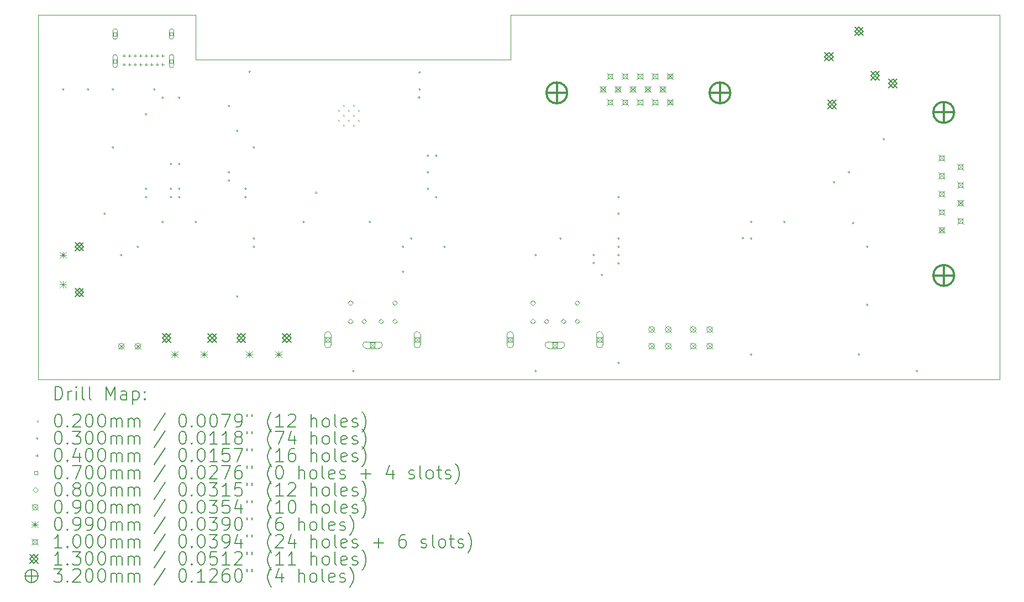
<source format=gbr>
%TF.GenerationSoftware,KiCad,Pcbnew,8.0.5*%
%TF.CreationDate,2025-01-20T23:06:13+01:00*%
%TF.ProjectId,nTerm2-s,6e546572-6d32-42d7-932e-6b696361645f,rev?*%
%TF.SameCoordinates,Original*%
%TF.FileFunction,Drillmap*%
%TF.FilePolarity,Positive*%
%FSLAX45Y45*%
G04 Gerber Fmt 4.5, Leading zero omitted, Abs format (unit mm)*
G04 Created by KiCad (PCBNEW 8.0.5) date 2025-01-20 23:06:13*
%MOMM*%
%LPD*%
G01*
G04 APERTURE LIST*
%ADD10C,0.050000*%
%ADD11C,0.200000*%
%ADD12C,0.100000*%
%ADD13C,0.130000*%
%ADD14C,0.320000*%
G04 APERTURE END LIST*
D10*
X5207000Y-3048000D02*
X2794000Y-3048000D01*
X10033000Y-3733800D02*
X10033000Y-3048000D01*
X10033000Y-3048000D02*
X17526000Y-3048000D01*
X2794000Y-8636000D02*
X2794000Y-3048000D01*
X5206580Y-3733800D02*
X6642100Y-3733800D01*
X17526000Y-8636000D02*
X2794000Y-8636000D01*
X5207000Y-3048000D02*
X5206580Y-3733800D01*
X17526000Y-3048000D02*
X17526000Y-8636000D01*
X6642100Y-3733800D02*
X10033000Y-3733800D01*
D11*
D12*
X7389500Y-4508550D02*
X7409500Y-4528550D01*
X7409500Y-4508550D02*
X7389500Y-4528550D01*
X7389500Y-4661050D02*
X7409500Y-4681050D01*
X7409500Y-4661050D02*
X7389500Y-4681050D01*
X7465750Y-4432300D02*
X7485750Y-4452300D01*
X7485750Y-4432300D02*
X7465750Y-4452300D01*
X7465750Y-4584800D02*
X7485750Y-4604800D01*
X7485750Y-4584800D02*
X7465750Y-4604800D01*
X7465750Y-4737300D02*
X7485750Y-4757300D01*
X7485750Y-4737300D02*
X7465750Y-4757300D01*
X7542000Y-4508550D02*
X7562000Y-4528550D01*
X7562000Y-4508550D02*
X7542000Y-4528550D01*
X7542000Y-4661050D02*
X7562000Y-4681050D01*
X7562000Y-4661050D02*
X7542000Y-4681050D01*
X7618250Y-4432300D02*
X7638250Y-4452300D01*
X7638250Y-4432300D02*
X7618250Y-4452300D01*
X7618250Y-4584800D02*
X7638250Y-4604800D01*
X7638250Y-4584800D02*
X7618250Y-4604800D01*
X7618250Y-4737300D02*
X7638250Y-4757300D01*
X7638250Y-4737300D02*
X7618250Y-4757300D01*
X7694500Y-4508550D02*
X7714500Y-4528550D01*
X7714500Y-4508550D02*
X7694500Y-4528550D01*
X7694500Y-4661050D02*
X7714500Y-4681050D01*
X7714500Y-4661050D02*
X7694500Y-4681050D01*
X3190000Y-4191000D02*
G75*
G02*
X3160000Y-4191000I-15000J0D01*
G01*
X3160000Y-4191000D02*
G75*
G02*
X3190000Y-4191000I15000J0D01*
G01*
X3571000Y-4191000D02*
G75*
G02*
X3541000Y-4191000I-15000J0D01*
G01*
X3541000Y-4191000D02*
G75*
G02*
X3571000Y-4191000I15000J0D01*
G01*
X3825000Y-6096000D02*
G75*
G02*
X3795000Y-6096000I-15000J0D01*
G01*
X3795000Y-6096000D02*
G75*
G02*
X3825000Y-6096000I15000J0D01*
G01*
X3952000Y-4191000D02*
G75*
G02*
X3922000Y-4191000I-15000J0D01*
G01*
X3922000Y-4191000D02*
G75*
G02*
X3952000Y-4191000I15000J0D01*
G01*
X3952000Y-5080000D02*
G75*
G02*
X3922000Y-5080000I-15000J0D01*
G01*
X3922000Y-5080000D02*
G75*
G02*
X3952000Y-5080000I15000J0D01*
G01*
X4079000Y-6731000D02*
G75*
G02*
X4049000Y-6731000I-15000J0D01*
G01*
X4049000Y-6731000D02*
G75*
G02*
X4079000Y-6731000I15000J0D01*
G01*
X4333000Y-6604000D02*
G75*
G02*
X4303000Y-6604000I-15000J0D01*
G01*
X4303000Y-6604000D02*
G75*
G02*
X4333000Y-6604000I15000J0D01*
G01*
X4460000Y-4572000D02*
G75*
G02*
X4430000Y-4572000I-15000J0D01*
G01*
X4430000Y-4572000D02*
G75*
G02*
X4460000Y-4572000I15000J0D01*
G01*
X4460000Y-5715000D02*
G75*
G02*
X4430000Y-5715000I-15000J0D01*
G01*
X4430000Y-5715000D02*
G75*
G02*
X4460000Y-5715000I15000J0D01*
G01*
X4460000Y-5842000D02*
G75*
G02*
X4430000Y-5842000I-15000J0D01*
G01*
X4430000Y-5842000D02*
G75*
G02*
X4460000Y-5842000I15000J0D01*
G01*
X4587000Y-4191000D02*
G75*
G02*
X4557000Y-4191000I-15000J0D01*
G01*
X4557000Y-4191000D02*
G75*
G02*
X4587000Y-4191000I15000J0D01*
G01*
X4714000Y-4318000D02*
G75*
G02*
X4684000Y-4318000I-15000J0D01*
G01*
X4684000Y-4318000D02*
G75*
G02*
X4714000Y-4318000I15000J0D01*
G01*
X4714000Y-6223000D02*
G75*
G02*
X4684000Y-6223000I-15000J0D01*
G01*
X4684000Y-6223000D02*
G75*
G02*
X4714000Y-6223000I15000J0D01*
G01*
X4841000Y-5334000D02*
G75*
G02*
X4811000Y-5334000I-15000J0D01*
G01*
X4811000Y-5334000D02*
G75*
G02*
X4841000Y-5334000I15000J0D01*
G01*
X4841000Y-5715000D02*
G75*
G02*
X4811000Y-5715000I-15000J0D01*
G01*
X4811000Y-5715000D02*
G75*
G02*
X4841000Y-5715000I15000J0D01*
G01*
X4841000Y-5842000D02*
G75*
G02*
X4811000Y-5842000I-15000J0D01*
G01*
X4811000Y-5842000D02*
G75*
G02*
X4841000Y-5842000I15000J0D01*
G01*
X4968000Y-4318000D02*
G75*
G02*
X4938000Y-4318000I-15000J0D01*
G01*
X4938000Y-4318000D02*
G75*
G02*
X4968000Y-4318000I15000J0D01*
G01*
X4968000Y-5334000D02*
G75*
G02*
X4938000Y-5334000I-15000J0D01*
G01*
X4938000Y-5334000D02*
G75*
G02*
X4968000Y-5334000I15000J0D01*
G01*
X4968000Y-5715000D02*
G75*
G02*
X4938000Y-5715000I-15000J0D01*
G01*
X4938000Y-5715000D02*
G75*
G02*
X4968000Y-5715000I15000J0D01*
G01*
X4968000Y-5842000D02*
G75*
G02*
X4938000Y-5842000I-15000J0D01*
G01*
X4938000Y-5842000D02*
G75*
G02*
X4968000Y-5842000I15000J0D01*
G01*
X5222000Y-6223000D02*
G75*
G02*
X5192000Y-6223000I-15000J0D01*
G01*
X5192000Y-6223000D02*
G75*
G02*
X5222000Y-6223000I15000J0D01*
G01*
X5730000Y-4445000D02*
G75*
G02*
X5700000Y-4445000I-15000J0D01*
G01*
X5700000Y-4445000D02*
G75*
G02*
X5730000Y-4445000I15000J0D01*
G01*
X5730000Y-5461000D02*
G75*
G02*
X5700000Y-5461000I-15000J0D01*
G01*
X5700000Y-5461000D02*
G75*
G02*
X5730000Y-5461000I15000J0D01*
G01*
X5730000Y-5588000D02*
G75*
G02*
X5700000Y-5588000I-15000J0D01*
G01*
X5700000Y-5588000D02*
G75*
G02*
X5730000Y-5588000I15000J0D01*
G01*
X5857000Y-4826000D02*
G75*
G02*
X5827000Y-4826000I-15000J0D01*
G01*
X5827000Y-4826000D02*
G75*
G02*
X5857000Y-4826000I15000J0D01*
G01*
X5857000Y-7366000D02*
G75*
G02*
X5827000Y-7366000I-15000J0D01*
G01*
X5827000Y-7366000D02*
G75*
G02*
X5857000Y-7366000I15000J0D01*
G01*
X5984000Y-5715000D02*
G75*
G02*
X5954000Y-5715000I-15000J0D01*
G01*
X5954000Y-5715000D02*
G75*
G02*
X5984000Y-5715000I15000J0D01*
G01*
X5984000Y-5842000D02*
G75*
G02*
X5954000Y-5842000I-15000J0D01*
G01*
X5954000Y-5842000D02*
G75*
G02*
X5984000Y-5842000I15000J0D01*
G01*
X6047500Y-3920250D02*
G75*
G02*
X6017500Y-3920250I-15000J0D01*
G01*
X6017500Y-3920250D02*
G75*
G02*
X6047500Y-3920250I15000J0D01*
G01*
X6111000Y-5080000D02*
G75*
G02*
X6081000Y-5080000I-15000J0D01*
G01*
X6081000Y-5080000D02*
G75*
G02*
X6111000Y-5080000I15000J0D01*
G01*
X6111000Y-6477000D02*
G75*
G02*
X6081000Y-6477000I-15000J0D01*
G01*
X6081000Y-6477000D02*
G75*
G02*
X6111000Y-6477000I15000J0D01*
G01*
X6111000Y-6604000D02*
G75*
G02*
X6081000Y-6604000I-15000J0D01*
G01*
X6081000Y-6604000D02*
G75*
G02*
X6111000Y-6604000I15000J0D01*
G01*
X6873000Y-6223000D02*
G75*
G02*
X6843000Y-6223000I-15000J0D01*
G01*
X6843000Y-6223000D02*
G75*
G02*
X6873000Y-6223000I15000J0D01*
G01*
X7064000Y-5778000D02*
G75*
G02*
X7034000Y-5778000I-15000J0D01*
G01*
X7034000Y-5778000D02*
G75*
G02*
X7064000Y-5778000I15000J0D01*
G01*
X7635000Y-8509000D02*
G75*
G02*
X7605000Y-8509000I-15000J0D01*
G01*
X7605000Y-8509000D02*
G75*
G02*
X7635000Y-8509000I15000J0D01*
G01*
X7889000Y-6223000D02*
G75*
G02*
X7859000Y-6223000I-15000J0D01*
G01*
X7859000Y-6223000D02*
G75*
G02*
X7889000Y-6223000I15000J0D01*
G01*
X8397000Y-6604000D02*
G75*
G02*
X8367000Y-6604000I-15000J0D01*
G01*
X8367000Y-6604000D02*
G75*
G02*
X8397000Y-6604000I15000J0D01*
G01*
X8397000Y-6985000D02*
G75*
G02*
X8367000Y-6985000I-15000J0D01*
G01*
X8367000Y-6985000D02*
G75*
G02*
X8397000Y-6985000I15000J0D01*
G01*
X8524000Y-6477000D02*
G75*
G02*
X8494000Y-6477000I-15000J0D01*
G01*
X8494000Y-6477000D02*
G75*
G02*
X8524000Y-6477000I15000J0D01*
G01*
X8645485Y-4318000D02*
G75*
G02*
X8615485Y-4318000I-15000J0D01*
G01*
X8615485Y-4318000D02*
G75*
G02*
X8645485Y-4318000I15000J0D01*
G01*
X8651000Y-3935100D02*
G75*
G02*
X8621000Y-3935100I-15000J0D01*
G01*
X8621000Y-3935100D02*
G75*
G02*
X8651000Y-3935100I15000J0D01*
G01*
X8651000Y-4191000D02*
G75*
G02*
X8621000Y-4191000I-15000J0D01*
G01*
X8621000Y-4191000D02*
G75*
G02*
X8651000Y-4191000I15000J0D01*
G01*
X8778000Y-5207000D02*
G75*
G02*
X8748000Y-5207000I-15000J0D01*
G01*
X8748000Y-5207000D02*
G75*
G02*
X8778000Y-5207000I15000J0D01*
G01*
X8778000Y-5461000D02*
G75*
G02*
X8748000Y-5461000I-15000J0D01*
G01*
X8748000Y-5461000D02*
G75*
G02*
X8778000Y-5461000I15000J0D01*
G01*
X8778000Y-5715000D02*
G75*
G02*
X8748000Y-5715000I-15000J0D01*
G01*
X8748000Y-5715000D02*
G75*
G02*
X8778000Y-5715000I15000J0D01*
G01*
X8905000Y-5207000D02*
G75*
G02*
X8875000Y-5207000I-15000J0D01*
G01*
X8875000Y-5207000D02*
G75*
G02*
X8905000Y-5207000I15000J0D01*
G01*
X8905000Y-5842000D02*
G75*
G02*
X8875000Y-5842000I-15000J0D01*
G01*
X8875000Y-5842000D02*
G75*
G02*
X8905000Y-5842000I15000J0D01*
G01*
X9032000Y-6604000D02*
G75*
G02*
X9002000Y-6604000I-15000J0D01*
G01*
X9002000Y-6604000D02*
G75*
G02*
X9032000Y-6604000I15000J0D01*
G01*
X10429000Y-6731000D02*
G75*
G02*
X10399000Y-6731000I-15000J0D01*
G01*
X10399000Y-6731000D02*
G75*
G02*
X10429000Y-6731000I15000J0D01*
G01*
X10429000Y-8509000D02*
G75*
G02*
X10399000Y-8509000I-15000J0D01*
G01*
X10399000Y-8509000D02*
G75*
G02*
X10429000Y-8509000I15000J0D01*
G01*
X10810000Y-6477000D02*
G75*
G02*
X10780000Y-6477000I-15000J0D01*
G01*
X10780000Y-6477000D02*
G75*
G02*
X10810000Y-6477000I15000J0D01*
G01*
X11318000Y-6730771D02*
G75*
G02*
X11288000Y-6730771I-15000J0D01*
G01*
X11288000Y-6730771D02*
G75*
G02*
X11318000Y-6730771I15000J0D01*
G01*
X11318000Y-6856100D02*
G75*
G02*
X11288000Y-6856100I-15000J0D01*
G01*
X11288000Y-6856100D02*
G75*
G02*
X11318000Y-6856100I15000J0D01*
G01*
X11445000Y-7035800D02*
G75*
G02*
X11415000Y-7035800I-15000J0D01*
G01*
X11415000Y-7035800D02*
G75*
G02*
X11445000Y-7035800I15000J0D01*
G01*
X11699000Y-5842000D02*
G75*
G02*
X11669000Y-5842000I-15000J0D01*
G01*
X11669000Y-5842000D02*
G75*
G02*
X11699000Y-5842000I15000J0D01*
G01*
X11699000Y-6096000D02*
G75*
G02*
X11669000Y-6096000I-15000J0D01*
G01*
X11669000Y-6096000D02*
G75*
G02*
X11699000Y-6096000I15000J0D01*
G01*
X11699000Y-6477000D02*
G75*
G02*
X11669000Y-6477000I-15000J0D01*
G01*
X11669000Y-6477000D02*
G75*
G02*
X11699000Y-6477000I15000J0D01*
G01*
X11699000Y-6604000D02*
G75*
G02*
X11669000Y-6604000I-15000J0D01*
G01*
X11669000Y-6604000D02*
G75*
G02*
X11699000Y-6604000I15000J0D01*
G01*
X11699000Y-6731000D02*
G75*
G02*
X11669000Y-6731000I-15000J0D01*
G01*
X11669000Y-6731000D02*
G75*
G02*
X11699000Y-6731000I15000J0D01*
G01*
X11699000Y-6858000D02*
G75*
G02*
X11669000Y-6858000I-15000J0D01*
G01*
X11669000Y-6858000D02*
G75*
G02*
X11699000Y-6858000I15000J0D01*
G01*
X11699000Y-8382000D02*
G75*
G02*
X11669000Y-8382000I-15000J0D01*
G01*
X11669000Y-8382000D02*
G75*
G02*
X11699000Y-8382000I15000J0D01*
G01*
X13604000Y-6475100D02*
G75*
G02*
X13574000Y-6475100I-15000J0D01*
G01*
X13574000Y-6475100D02*
G75*
G02*
X13604000Y-6475100I15000J0D01*
G01*
X13731000Y-6223000D02*
G75*
G02*
X13701000Y-6223000I-15000J0D01*
G01*
X13701000Y-6223000D02*
G75*
G02*
X13731000Y-6223000I15000J0D01*
G01*
X13731000Y-6477000D02*
G75*
G02*
X13701000Y-6477000I-15000J0D01*
G01*
X13701000Y-6477000D02*
G75*
G02*
X13731000Y-6477000I15000J0D01*
G01*
X13731000Y-8255000D02*
G75*
G02*
X13701000Y-8255000I-15000J0D01*
G01*
X13701000Y-8255000D02*
G75*
G02*
X13731000Y-8255000I15000J0D01*
G01*
X14239000Y-6223000D02*
G75*
G02*
X14209000Y-6223000I-15000J0D01*
G01*
X14209000Y-6223000D02*
G75*
G02*
X14239000Y-6223000I15000J0D01*
G01*
X15001000Y-5613400D02*
G75*
G02*
X14971000Y-5613400I-15000J0D01*
G01*
X14971000Y-5613400D02*
G75*
G02*
X15001000Y-5613400I15000J0D01*
G01*
X15229600Y-5461000D02*
G75*
G02*
X15199600Y-5461000I-15000J0D01*
G01*
X15199600Y-5461000D02*
G75*
G02*
X15229600Y-5461000I15000J0D01*
G01*
X15293100Y-6240250D02*
G75*
G02*
X15263100Y-6240250I-15000J0D01*
G01*
X15263100Y-6240250D02*
G75*
G02*
X15293100Y-6240250I15000J0D01*
G01*
X15382000Y-8255000D02*
G75*
G02*
X15352000Y-8255000I-15000J0D01*
G01*
X15352000Y-8255000D02*
G75*
G02*
X15382000Y-8255000I15000J0D01*
G01*
X15509000Y-6604000D02*
G75*
G02*
X15479000Y-6604000I-15000J0D01*
G01*
X15479000Y-6604000D02*
G75*
G02*
X15509000Y-6604000I15000J0D01*
G01*
X15509000Y-7493000D02*
G75*
G02*
X15479000Y-7493000I-15000J0D01*
G01*
X15479000Y-7493000D02*
G75*
G02*
X15509000Y-7493000I15000J0D01*
G01*
X15763000Y-4953000D02*
G75*
G02*
X15733000Y-4953000I-15000J0D01*
G01*
X15733000Y-4953000D02*
G75*
G02*
X15763000Y-4953000I15000J0D01*
G01*
X16271000Y-8509000D02*
G75*
G02*
X16241000Y-8509000I-15000J0D01*
G01*
X16241000Y-8509000D02*
G75*
G02*
X16271000Y-8509000I15000J0D01*
G01*
X4106000Y-3655000D02*
X4106000Y-3695000D01*
X4086000Y-3675000D02*
X4126000Y-3675000D01*
X4106000Y-3790000D02*
X4106000Y-3830000D01*
X4086000Y-3810000D02*
X4126000Y-3810000D01*
X4191000Y-3655000D02*
X4191000Y-3695000D01*
X4171000Y-3675000D02*
X4211000Y-3675000D01*
X4191000Y-3790000D02*
X4191000Y-3830000D01*
X4171000Y-3810000D02*
X4211000Y-3810000D01*
X4276000Y-3655000D02*
X4276000Y-3695000D01*
X4256000Y-3675000D02*
X4296000Y-3675000D01*
X4276000Y-3790000D02*
X4276000Y-3830000D01*
X4256000Y-3810000D02*
X4296000Y-3810000D01*
X4361000Y-3655000D02*
X4361000Y-3695000D01*
X4341000Y-3675000D02*
X4381000Y-3675000D01*
X4361000Y-3790000D02*
X4361000Y-3830000D01*
X4341000Y-3810000D02*
X4381000Y-3810000D01*
X4446000Y-3655000D02*
X4446000Y-3695000D01*
X4426000Y-3675000D02*
X4466000Y-3675000D01*
X4446000Y-3790000D02*
X4446000Y-3830000D01*
X4426000Y-3810000D02*
X4466000Y-3810000D01*
X4531000Y-3655000D02*
X4531000Y-3695000D01*
X4511000Y-3675000D02*
X4551000Y-3675000D01*
X4531000Y-3790000D02*
X4531000Y-3830000D01*
X4511000Y-3810000D02*
X4551000Y-3810000D01*
X4616000Y-3655000D02*
X4616000Y-3695000D01*
X4596000Y-3675000D02*
X4636000Y-3675000D01*
X4616000Y-3790000D02*
X4616000Y-3830000D01*
X4596000Y-3810000D02*
X4636000Y-3810000D01*
X4701000Y-3655000D02*
X4701000Y-3695000D01*
X4681000Y-3675000D02*
X4721000Y-3675000D01*
X4701000Y-3790000D02*
X4701000Y-3830000D01*
X4681000Y-3810000D02*
X4721000Y-3810000D01*
X3996249Y-3369749D02*
X3996249Y-3320251D01*
X3946751Y-3320251D01*
X3946751Y-3369749D01*
X3996249Y-3369749D01*
X4006500Y-3390000D02*
X4006500Y-3300000D01*
X3936500Y-3300000D02*
G75*
G02*
X4006500Y-3300000I35000J0D01*
G01*
X3936500Y-3300000D02*
X3936500Y-3390000D01*
X3936500Y-3390000D02*
G75*
G03*
X4006500Y-3390000I35000J0D01*
G01*
X3996249Y-3784749D02*
X3996249Y-3735251D01*
X3946751Y-3735251D01*
X3946751Y-3784749D01*
X3996249Y-3784749D01*
X4006500Y-3825000D02*
X4006500Y-3695000D01*
X3936500Y-3695000D02*
G75*
G02*
X4006500Y-3695000I35000J0D01*
G01*
X3936500Y-3695000D02*
X3936500Y-3825000D01*
X3936500Y-3825000D02*
G75*
G03*
X4006500Y-3825000I35000J0D01*
G01*
X4859749Y-3369249D02*
X4859749Y-3319751D01*
X4810251Y-3319751D01*
X4810251Y-3369249D01*
X4859749Y-3369249D01*
X4870000Y-3389500D02*
X4870000Y-3299500D01*
X4800000Y-3299500D02*
G75*
G02*
X4870000Y-3299500I35000J0D01*
G01*
X4800000Y-3299500D02*
X4800000Y-3389500D01*
X4800000Y-3389500D02*
G75*
G03*
X4870000Y-3389500I35000J0D01*
G01*
X4860249Y-3784749D02*
X4860249Y-3735251D01*
X4810751Y-3735251D01*
X4810751Y-3784749D01*
X4860249Y-3784749D01*
X4870500Y-3825000D02*
X4870500Y-3695000D01*
X4800500Y-3695000D02*
G75*
G02*
X4870500Y-3695000I35000J0D01*
G01*
X4800500Y-3695000D02*
X4800500Y-3825000D01*
X4800500Y-3825000D02*
G75*
G03*
X4870500Y-3825000I35000J0D01*
G01*
X7575000Y-7507000D02*
X7615000Y-7467000D01*
X7575000Y-7427000D01*
X7535000Y-7467000D01*
X7575000Y-7507000D01*
X7575000Y-7787000D02*
X7615000Y-7747000D01*
X7575000Y-7707000D01*
X7535000Y-7747000D01*
X7575000Y-7787000D01*
X7785000Y-7787000D02*
X7825000Y-7747000D01*
X7785000Y-7707000D01*
X7745000Y-7747000D01*
X7785000Y-7787000D01*
X8045000Y-7787000D02*
X8085000Y-7747000D01*
X8045000Y-7707000D01*
X8005000Y-7747000D01*
X8045000Y-7787000D01*
X8255000Y-7507000D02*
X8295000Y-7467000D01*
X8255000Y-7427000D01*
X8215000Y-7467000D01*
X8255000Y-7507000D01*
X8255000Y-7787000D02*
X8295000Y-7747000D01*
X8255000Y-7707000D01*
X8215000Y-7747000D01*
X8255000Y-7787000D01*
X10369000Y-7507000D02*
X10409000Y-7467000D01*
X10369000Y-7427000D01*
X10329000Y-7467000D01*
X10369000Y-7507000D01*
X10369000Y-7787000D02*
X10409000Y-7747000D01*
X10369000Y-7707000D01*
X10329000Y-7747000D01*
X10369000Y-7787000D01*
X10579000Y-7787000D02*
X10619000Y-7747000D01*
X10579000Y-7707000D01*
X10539000Y-7747000D01*
X10579000Y-7787000D01*
X10839000Y-7787000D02*
X10879000Y-7747000D01*
X10839000Y-7707000D01*
X10799000Y-7747000D01*
X10839000Y-7787000D01*
X11049000Y-7507000D02*
X11089000Y-7467000D01*
X11049000Y-7427000D01*
X11009000Y-7467000D01*
X11049000Y-7507000D01*
X11049000Y-7787000D02*
X11089000Y-7747000D01*
X11049000Y-7707000D01*
X11009000Y-7747000D01*
X11049000Y-7787000D01*
X4020875Y-8085750D02*
X4110875Y-8175750D01*
X4110875Y-8085750D02*
X4020875Y-8175750D01*
X4110875Y-8130750D02*
G75*
G02*
X4020875Y-8130750I-45000J0D01*
G01*
X4020875Y-8130750D02*
G75*
G02*
X4110875Y-8130750I45000J0D01*
G01*
X4274875Y-8085750D02*
X4364875Y-8175750D01*
X4364875Y-8085750D02*
X4274875Y-8175750D01*
X4364875Y-8130750D02*
G75*
G02*
X4274875Y-8130750I-45000J0D01*
G01*
X4274875Y-8130750D02*
G75*
G02*
X4364875Y-8130750I45000J0D01*
G01*
X12147000Y-7829000D02*
X12237000Y-7919000D01*
X12237000Y-7829000D02*
X12147000Y-7919000D01*
X12237000Y-7874000D02*
G75*
G02*
X12147000Y-7874000I-45000J0D01*
G01*
X12147000Y-7874000D02*
G75*
G02*
X12237000Y-7874000I45000J0D01*
G01*
X12147000Y-8083000D02*
X12237000Y-8173000D01*
X12237000Y-8083000D02*
X12147000Y-8173000D01*
X12237000Y-8128000D02*
G75*
G02*
X12147000Y-8128000I-45000J0D01*
G01*
X12147000Y-8128000D02*
G75*
G02*
X12237000Y-8128000I45000J0D01*
G01*
X12401000Y-7829000D02*
X12491000Y-7919000D01*
X12491000Y-7829000D02*
X12401000Y-7919000D01*
X12491000Y-7874000D02*
G75*
G02*
X12401000Y-7874000I-45000J0D01*
G01*
X12401000Y-7874000D02*
G75*
G02*
X12491000Y-7874000I45000J0D01*
G01*
X12401000Y-8083000D02*
X12491000Y-8173000D01*
X12491000Y-8083000D02*
X12401000Y-8173000D01*
X12491000Y-8128000D02*
G75*
G02*
X12401000Y-8128000I-45000J0D01*
G01*
X12401000Y-8128000D02*
G75*
G02*
X12491000Y-8128000I45000J0D01*
G01*
X12782000Y-7829000D02*
X12872000Y-7919000D01*
X12872000Y-7829000D02*
X12782000Y-7919000D01*
X12872000Y-7874000D02*
G75*
G02*
X12782000Y-7874000I-45000J0D01*
G01*
X12782000Y-7874000D02*
G75*
G02*
X12872000Y-7874000I45000J0D01*
G01*
X12782000Y-8083000D02*
X12872000Y-8173000D01*
X12872000Y-8083000D02*
X12782000Y-8173000D01*
X12872000Y-8128000D02*
G75*
G02*
X12782000Y-8128000I-45000J0D01*
G01*
X12782000Y-8128000D02*
G75*
G02*
X12872000Y-8128000I45000J0D01*
G01*
X13036000Y-7829000D02*
X13126000Y-7919000D01*
X13126000Y-7829000D02*
X13036000Y-7919000D01*
X13126000Y-7874000D02*
G75*
G02*
X13036000Y-7874000I-45000J0D01*
G01*
X13036000Y-7874000D02*
G75*
G02*
X13126000Y-7874000I45000J0D01*
G01*
X13036000Y-8083000D02*
X13126000Y-8173000D01*
X13126000Y-8083000D02*
X13036000Y-8173000D01*
X13126000Y-8128000D02*
G75*
G02*
X13036000Y-8128000I-45000J0D01*
G01*
X13036000Y-8128000D02*
G75*
G02*
X13126000Y-8128000I45000J0D01*
G01*
X3125500Y-6681500D02*
X3224500Y-6780500D01*
X3224500Y-6681500D02*
X3125500Y-6780500D01*
X3175000Y-6681500D02*
X3175000Y-6780500D01*
X3125500Y-6731000D02*
X3224500Y-6731000D01*
X3125500Y-7131500D02*
X3224500Y-7230500D01*
X3224500Y-7131500D02*
X3125500Y-7230500D01*
X3175000Y-7131500D02*
X3175000Y-7230500D01*
X3125500Y-7181000D02*
X3224500Y-7181000D01*
X4834500Y-8205500D02*
X4933500Y-8304500D01*
X4933500Y-8205500D02*
X4834500Y-8304500D01*
X4884000Y-8205500D02*
X4884000Y-8304500D01*
X4834500Y-8255000D02*
X4933500Y-8255000D01*
X5284500Y-8205500D02*
X5383500Y-8304500D01*
X5383500Y-8205500D02*
X5284500Y-8304500D01*
X5334000Y-8205500D02*
X5334000Y-8304500D01*
X5284500Y-8255000D02*
X5383500Y-8255000D01*
X5977500Y-8205500D02*
X6076500Y-8304500D01*
X6076500Y-8205500D02*
X5977500Y-8304500D01*
X6027000Y-8205500D02*
X6027000Y-8304500D01*
X5977500Y-8255000D02*
X6076500Y-8255000D01*
X6427500Y-8205500D02*
X6526500Y-8304500D01*
X6526500Y-8205500D02*
X6427500Y-8304500D01*
X6477000Y-8205500D02*
X6477000Y-8304500D01*
X6427500Y-8255000D02*
X6526500Y-8255000D01*
X7180000Y-7982000D02*
X7280000Y-8082000D01*
X7280000Y-7982000D02*
X7180000Y-8082000D01*
X7265356Y-8067356D02*
X7265356Y-7996644D01*
X7194644Y-7996644D01*
X7194644Y-8067356D01*
X7265356Y-8067356D01*
X7180000Y-7957000D02*
X7180000Y-8107000D01*
X7280000Y-8107000D02*
G75*
G02*
X7180000Y-8107000I-50000J0D01*
G01*
X7280000Y-8107000D02*
X7280000Y-7957000D01*
X7280000Y-7957000D02*
G75*
G03*
X7180000Y-7957000I-50000J0D01*
G01*
X7865000Y-8062000D02*
X7965000Y-8162000D01*
X7965000Y-8062000D02*
X7865000Y-8162000D01*
X7950356Y-8147356D02*
X7950356Y-8076644D01*
X7879644Y-8076644D01*
X7879644Y-8147356D01*
X7950356Y-8147356D01*
X7815000Y-8162000D02*
X8015000Y-8162000D01*
X8015000Y-8062000D02*
G75*
G02*
X8015000Y-8162000I0J-50000D01*
G01*
X8015000Y-8062000D02*
X7815000Y-8062000D01*
X7815000Y-8062000D02*
G75*
G03*
X7815000Y-8162000I0J-50000D01*
G01*
X8550000Y-7982000D02*
X8650000Y-8082000D01*
X8650000Y-7982000D02*
X8550000Y-8082000D01*
X8635356Y-8067356D02*
X8635356Y-7996644D01*
X8564644Y-7996644D01*
X8564644Y-8067356D01*
X8635356Y-8067356D01*
X8550000Y-7957000D02*
X8550000Y-8107000D01*
X8650000Y-8107000D02*
G75*
G02*
X8550000Y-8107000I-50000J0D01*
G01*
X8650000Y-8107000D02*
X8650000Y-7957000D01*
X8650000Y-7957000D02*
G75*
G03*
X8550000Y-7957000I-50000J0D01*
G01*
X9974000Y-7982000D02*
X10074000Y-8082000D01*
X10074000Y-7982000D02*
X9974000Y-8082000D01*
X10059356Y-8067356D02*
X10059356Y-7996644D01*
X9988644Y-7996644D01*
X9988644Y-8067356D01*
X10059356Y-8067356D01*
X9974000Y-7957000D02*
X9974000Y-8107000D01*
X10074000Y-8107000D02*
G75*
G02*
X9974000Y-8107000I-50000J0D01*
G01*
X10074000Y-8107000D02*
X10074000Y-7957000D01*
X10074000Y-7957000D02*
G75*
G03*
X9974000Y-7957000I-50000J0D01*
G01*
X10659000Y-8062000D02*
X10759000Y-8162000D01*
X10759000Y-8062000D02*
X10659000Y-8162000D01*
X10744356Y-8147356D02*
X10744356Y-8076644D01*
X10673644Y-8076644D01*
X10673644Y-8147356D01*
X10744356Y-8147356D01*
X10609000Y-8162000D02*
X10809000Y-8162000D01*
X10809000Y-8062000D02*
G75*
G02*
X10809000Y-8162000I0J-50000D01*
G01*
X10809000Y-8062000D02*
X10609000Y-8062000D01*
X10609000Y-8062000D02*
G75*
G03*
X10609000Y-8162000I0J-50000D01*
G01*
X11344000Y-7982000D02*
X11444000Y-8082000D01*
X11444000Y-7982000D02*
X11344000Y-8082000D01*
X11429356Y-8067356D02*
X11429356Y-7996644D01*
X11358644Y-7996644D01*
X11358644Y-8067356D01*
X11429356Y-8067356D01*
X11344000Y-7957000D02*
X11344000Y-8107000D01*
X11444000Y-8107000D02*
G75*
G02*
X11344000Y-8107000I-50000J0D01*
G01*
X11444000Y-8107000D02*
X11444000Y-7957000D01*
X11444000Y-7957000D02*
G75*
G03*
X11344000Y-7957000I-50000J0D01*
G01*
X11392500Y-4141000D02*
X11492500Y-4241000D01*
X11492500Y-4141000D02*
X11392500Y-4241000D01*
X11477856Y-4226356D02*
X11477856Y-4155644D01*
X11407144Y-4155644D01*
X11407144Y-4226356D01*
X11477856Y-4226356D01*
X11507000Y-3943000D02*
X11607000Y-4043000D01*
X11607000Y-3943000D02*
X11507000Y-4043000D01*
X11592356Y-4028356D02*
X11592356Y-3957644D01*
X11521644Y-3957644D01*
X11521644Y-4028356D01*
X11592356Y-4028356D01*
X11507000Y-4339000D02*
X11607000Y-4439000D01*
X11607000Y-4339000D02*
X11507000Y-4439000D01*
X11592356Y-4424356D02*
X11592356Y-4353644D01*
X11521644Y-4353644D01*
X11521644Y-4424356D01*
X11592356Y-4424356D01*
X11621500Y-4141000D02*
X11721500Y-4241000D01*
X11721500Y-4141000D02*
X11621500Y-4241000D01*
X11706856Y-4226356D02*
X11706856Y-4155644D01*
X11636144Y-4155644D01*
X11636144Y-4226356D01*
X11706856Y-4226356D01*
X11736000Y-3943000D02*
X11836000Y-4043000D01*
X11836000Y-3943000D02*
X11736000Y-4043000D01*
X11821356Y-4028356D02*
X11821356Y-3957644D01*
X11750644Y-3957644D01*
X11750644Y-4028356D01*
X11821356Y-4028356D01*
X11736000Y-4339000D02*
X11836000Y-4439000D01*
X11836000Y-4339000D02*
X11736000Y-4439000D01*
X11821356Y-4424356D02*
X11821356Y-4353644D01*
X11750644Y-4353644D01*
X11750644Y-4424356D01*
X11821356Y-4424356D01*
X11850500Y-4141000D02*
X11950500Y-4241000D01*
X11950500Y-4141000D02*
X11850500Y-4241000D01*
X11935856Y-4226356D02*
X11935856Y-4155644D01*
X11865144Y-4155644D01*
X11865144Y-4226356D01*
X11935856Y-4226356D01*
X11965000Y-3943000D02*
X12065000Y-4043000D01*
X12065000Y-3943000D02*
X11965000Y-4043000D01*
X12050356Y-4028356D02*
X12050356Y-3957644D01*
X11979644Y-3957644D01*
X11979644Y-4028356D01*
X12050356Y-4028356D01*
X11965000Y-4339000D02*
X12065000Y-4439000D01*
X12065000Y-4339000D02*
X11965000Y-4439000D01*
X12050356Y-4424356D02*
X12050356Y-4353644D01*
X11979644Y-4353644D01*
X11979644Y-4424356D01*
X12050356Y-4424356D01*
X12079500Y-4141000D02*
X12179500Y-4241000D01*
X12179500Y-4141000D02*
X12079500Y-4241000D01*
X12164856Y-4226356D02*
X12164856Y-4155644D01*
X12094144Y-4155644D01*
X12094144Y-4226356D01*
X12164856Y-4226356D01*
X12194000Y-3943000D02*
X12294000Y-4043000D01*
X12294000Y-3943000D02*
X12194000Y-4043000D01*
X12279356Y-4028356D02*
X12279356Y-3957644D01*
X12208644Y-3957644D01*
X12208644Y-4028356D01*
X12279356Y-4028356D01*
X12194000Y-4339000D02*
X12294000Y-4439000D01*
X12294000Y-4339000D02*
X12194000Y-4439000D01*
X12279356Y-4424356D02*
X12279356Y-4353644D01*
X12208644Y-4353644D01*
X12208644Y-4424356D01*
X12279356Y-4424356D01*
X12308500Y-4141000D02*
X12408500Y-4241000D01*
X12408500Y-4141000D02*
X12308500Y-4241000D01*
X12393856Y-4226356D02*
X12393856Y-4155644D01*
X12323144Y-4155644D01*
X12323144Y-4226356D01*
X12393856Y-4226356D01*
X12423000Y-3943000D02*
X12523000Y-4043000D01*
X12523000Y-3943000D02*
X12423000Y-4043000D01*
X12508356Y-4028356D02*
X12508356Y-3957644D01*
X12437644Y-3957644D01*
X12437644Y-4028356D01*
X12508356Y-4028356D01*
X12423000Y-4339000D02*
X12523000Y-4439000D01*
X12523000Y-4339000D02*
X12423000Y-4439000D01*
X12508356Y-4424356D02*
X12508356Y-4353644D01*
X12437644Y-4353644D01*
X12437644Y-4424356D01*
X12508356Y-4424356D01*
X16587000Y-5192000D02*
X16687000Y-5292000D01*
X16687000Y-5192000D02*
X16587000Y-5292000D01*
X16672356Y-5277356D02*
X16672356Y-5206644D01*
X16601644Y-5206644D01*
X16601644Y-5277356D01*
X16672356Y-5277356D01*
X16587000Y-5469000D02*
X16687000Y-5569000D01*
X16687000Y-5469000D02*
X16587000Y-5569000D01*
X16672356Y-5554356D02*
X16672356Y-5483644D01*
X16601644Y-5483644D01*
X16601644Y-5554356D01*
X16672356Y-5554356D01*
X16587000Y-5746000D02*
X16687000Y-5846000D01*
X16687000Y-5746000D02*
X16587000Y-5846000D01*
X16672356Y-5831356D02*
X16672356Y-5760644D01*
X16601644Y-5760644D01*
X16601644Y-5831356D01*
X16672356Y-5831356D01*
X16587000Y-6023000D02*
X16687000Y-6123000D01*
X16687000Y-6023000D02*
X16587000Y-6123000D01*
X16672356Y-6108356D02*
X16672356Y-6037644D01*
X16601644Y-6037644D01*
X16601644Y-6108356D01*
X16672356Y-6108356D01*
X16587000Y-6300000D02*
X16687000Y-6400000D01*
X16687000Y-6300000D02*
X16587000Y-6400000D01*
X16672356Y-6385356D02*
X16672356Y-6314644D01*
X16601644Y-6314644D01*
X16601644Y-6385356D01*
X16672356Y-6385356D01*
X16871000Y-5330500D02*
X16971000Y-5430500D01*
X16971000Y-5330500D02*
X16871000Y-5430500D01*
X16956356Y-5415856D02*
X16956356Y-5345144D01*
X16885644Y-5345144D01*
X16885644Y-5415856D01*
X16956356Y-5415856D01*
X16871000Y-5607500D02*
X16971000Y-5707500D01*
X16971000Y-5607500D02*
X16871000Y-5707500D01*
X16956356Y-5692856D02*
X16956356Y-5622144D01*
X16885644Y-5622144D01*
X16885644Y-5692856D01*
X16956356Y-5692856D01*
X16871000Y-5884500D02*
X16971000Y-5984500D01*
X16971000Y-5884500D02*
X16871000Y-5984500D01*
X16956356Y-5969856D02*
X16956356Y-5899144D01*
X16885644Y-5899144D01*
X16885644Y-5969856D01*
X16956356Y-5969856D01*
X16871000Y-6161500D02*
X16971000Y-6261500D01*
X16971000Y-6161500D02*
X16871000Y-6261500D01*
X16956356Y-6246856D02*
X16956356Y-6176144D01*
X16885644Y-6176144D01*
X16885644Y-6246856D01*
X16956356Y-6246856D01*
D13*
X3359000Y-6540000D02*
X3489000Y-6670000D01*
X3489000Y-6540000D02*
X3359000Y-6670000D01*
X3424000Y-6670000D02*
X3489000Y-6605000D01*
X3424000Y-6540000D01*
X3359000Y-6605000D01*
X3424000Y-6670000D01*
X3359000Y-7241000D02*
X3489000Y-7371000D01*
X3489000Y-7241000D02*
X3359000Y-7371000D01*
X3424000Y-7371000D02*
X3489000Y-7306000D01*
X3424000Y-7241000D01*
X3359000Y-7306000D01*
X3424000Y-7371000D01*
X4693000Y-7941000D02*
X4823000Y-8071000D01*
X4823000Y-7941000D02*
X4693000Y-8071000D01*
X4758000Y-8071000D02*
X4823000Y-8006000D01*
X4758000Y-7941000D01*
X4693000Y-8006000D01*
X4758000Y-8071000D01*
X5394000Y-7941000D02*
X5524000Y-8071000D01*
X5524000Y-7941000D02*
X5394000Y-8071000D01*
X5459000Y-8071000D02*
X5524000Y-8006000D01*
X5459000Y-7941000D01*
X5394000Y-8006000D01*
X5459000Y-8071000D01*
X5836000Y-7941000D02*
X5966000Y-8071000D01*
X5966000Y-7941000D02*
X5836000Y-8071000D01*
X5901000Y-8071000D02*
X5966000Y-8006000D01*
X5901000Y-7941000D01*
X5836000Y-8006000D01*
X5901000Y-8071000D01*
X6537000Y-7941000D02*
X6667000Y-8071000D01*
X6667000Y-7941000D02*
X6537000Y-8071000D01*
X6602000Y-8071000D02*
X6667000Y-8006000D01*
X6602000Y-7941000D01*
X6537000Y-8006000D01*
X6602000Y-8071000D01*
X14842000Y-3627000D02*
X14972000Y-3757000D01*
X14972000Y-3627000D02*
X14842000Y-3757000D01*
X14907000Y-3757000D02*
X14972000Y-3692000D01*
X14907000Y-3627000D01*
X14842000Y-3692000D01*
X14907000Y-3757000D01*
X14892000Y-4357000D02*
X15022000Y-4487000D01*
X15022000Y-4357000D02*
X14892000Y-4487000D01*
X14957000Y-4487000D02*
X15022000Y-4422000D01*
X14957000Y-4357000D01*
X14892000Y-4422000D01*
X14957000Y-4487000D01*
X15302000Y-3237000D02*
X15432000Y-3367000D01*
X15432000Y-3237000D02*
X15302000Y-3367000D01*
X15367000Y-3367000D02*
X15432000Y-3302000D01*
X15367000Y-3237000D01*
X15302000Y-3302000D01*
X15367000Y-3367000D01*
X15552000Y-3917000D02*
X15682000Y-4047000D01*
X15682000Y-3917000D02*
X15552000Y-4047000D01*
X15617000Y-4047000D02*
X15682000Y-3982000D01*
X15617000Y-3917000D01*
X15552000Y-3982000D01*
X15617000Y-4047000D01*
X15822000Y-4037000D02*
X15952000Y-4167000D01*
X15952000Y-4037000D02*
X15822000Y-4167000D01*
X15887000Y-4167000D02*
X15952000Y-4102000D01*
X15887000Y-4037000D01*
X15822000Y-4102000D01*
X15887000Y-4167000D01*
D14*
X10738500Y-4087000D02*
X10738500Y-4407000D01*
X10578500Y-4247000D02*
X10898500Y-4247000D01*
X10898500Y-4247000D02*
G75*
G02*
X10578500Y-4247000I-160000J0D01*
G01*
X10578500Y-4247000D02*
G75*
G02*
X10898500Y-4247000I160000J0D01*
G01*
X13238500Y-4087000D02*
X13238500Y-4407000D01*
X13078500Y-4247000D02*
X13398500Y-4247000D01*
X13398500Y-4247000D02*
G75*
G02*
X13078500Y-4247000I-160000J0D01*
G01*
X13078500Y-4247000D02*
G75*
G02*
X13398500Y-4247000I160000J0D01*
G01*
X16667000Y-4386000D02*
X16667000Y-4706000D01*
X16507000Y-4546000D02*
X16827000Y-4546000D01*
X16827000Y-4546000D02*
G75*
G02*
X16507000Y-4546000I-160000J0D01*
G01*
X16507000Y-4546000D02*
G75*
G02*
X16827000Y-4546000I160000J0D01*
G01*
X16667000Y-6886000D02*
X16667000Y-7206000D01*
X16507000Y-7046000D02*
X16827000Y-7046000D01*
X16827000Y-7046000D02*
G75*
G02*
X16507000Y-7046000I-160000J0D01*
G01*
X16507000Y-7046000D02*
G75*
G02*
X16827000Y-7046000I160000J0D01*
G01*
D11*
X3052277Y-8949984D02*
X3052277Y-8749984D01*
X3052277Y-8749984D02*
X3099896Y-8749984D01*
X3099896Y-8749984D02*
X3128467Y-8759508D01*
X3128467Y-8759508D02*
X3147515Y-8778555D01*
X3147515Y-8778555D02*
X3157039Y-8797603D01*
X3157039Y-8797603D02*
X3166562Y-8835698D01*
X3166562Y-8835698D02*
X3166562Y-8864270D01*
X3166562Y-8864270D02*
X3157039Y-8902365D01*
X3157039Y-8902365D02*
X3147515Y-8921412D01*
X3147515Y-8921412D02*
X3128467Y-8940460D01*
X3128467Y-8940460D02*
X3099896Y-8949984D01*
X3099896Y-8949984D02*
X3052277Y-8949984D01*
X3252277Y-8949984D02*
X3252277Y-8816650D01*
X3252277Y-8854746D02*
X3261801Y-8835698D01*
X3261801Y-8835698D02*
X3271324Y-8826174D01*
X3271324Y-8826174D02*
X3290372Y-8816650D01*
X3290372Y-8816650D02*
X3309420Y-8816650D01*
X3376086Y-8949984D02*
X3376086Y-8816650D01*
X3376086Y-8749984D02*
X3366562Y-8759508D01*
X3366562Y-8759508D02*
X3376086Y-8769031D01*
X3376086Y-8769031D02*
X3385610Y-8759508D01*
X3385610Y-8759508D02*
X3376086Y-8749984D01*
X3376086Y-8749984D02*
X3376086Y-8769031D01*
X3499896Y-8949984D02*
X3480848Y-8940460D01*
X3480848Y-8940460D02*
X3471324Y-8921412D01*
X3471324Y-8921412D02*
X3471324Y-8749984D01*
X3604658Y-8949984D02*
X3585610Y-8940460D01*
X3585610Y-8940460D02*
X3576086Y-8921412D01*
X3576086Y-8921412D02*
X3576086Y-8749984D01*
X3833229Y-8949984D02*
X3833229Y-8749984D01*
X3833229Y-8749984D02*
X3899896Y-8892841D01*
X3899896Y-8892841D02*
X3966562Y-8749984D01*
X3966562Y-8749984D02*
X3966562Y-8949984D01*
X4147515Y-8949984D02*
X4147515Y-8845222D01*
X4147515Y-8845222D02*
X4137991Y-8826174D01*
X4137991Y-8826174D02*
X4118943Y-8816650D01*
X4118943Y-8816650D02*
X4080848Y-8816650D01*
X4080848Y-8816650D02*
X4061801Y-8826174D01*
X4147515Y-8940460D02*
X4128467Y-8949984D01*
X4128467Y-8949984D02*
X4080848Y-8949984D01*
X4080848Y-8949984D02*
X4061801Y-8940460D01*
X4061801Y-8940460D02*
X4052277Y-8921412D01*
X4052277Y-8921412D02*
X4052277Y-8902365D01*
X4052277Y-8902365D02*
X4061801Y-8883317D01*
X4061801Y-8883317D02*
X4080848Y-8873793D01*
X4080848Y-8873793D02*
X4128467Y-8873793D01*
X4128467Y-8873793D02*
X4147515Y-8864270D01*
X4242753Y-8816650D02*
X4242753Y-9016650D01*
X4242753Y-8826174D02*
X4261801Y-8816650D01*
X4261801Y-8816650D02*
X4299896Y-8816650D01*
X4299896Y-8816650D02*
X4318944Y-8826174D01*
X4318944Y-8826174D02*
X4328467Y-8835698D01*
X4328467Y-8835698D02*
X4337991Y-8854746D01*
X4337991Y-8854746D02*
X4337991Y-8911889D01*
X4337991Y-8911889D02*
X4328467Y-8930936D01*
X4328467Y-8930936D02*
X4318944Y-8940460D01*
X4318944Y-8940460D02*
X4299896Y-8949984D01*
X4299896Y-8949984D02*
X4261801Y-8949984D01*
X4261801Y-8949984D02*
X4242753Y-8940460D01*
X4423705Y-8930936D02*
X4433229Y-8940460D01*
X4433229Y-8940460D02*
X4423705Y-8949984D01*
X4423705Y-8949984D02*
X4414182Y-8940460D01*
X4414182Y-8940460D02*
X4423705Y-8930936D01*
X4423705Y-8930936D02*
X4423705Y-8949984D01*
X4423705Y-8826174D02*
X4433229Y-8835698D01*
X4433229Y-8835698D02*
X4423705Y-8845222D01*
X4423705Y-8845222D02*
X4414182Y-8835698D01*
X4414182Y-8835698D02*
X4423705Y-8826174D01*
X4423705Y-8826174D02*
X4423705Y-8845222D01*
D12*
X2771500Y-9268500D02*
X2791500Y-9288500D01*
X2791500Y-9268500D02*
X2771500Y-9288500D01*
D11*
X3090372Y-9169984D02*
X3109420Y-9169984D01*
X3109420Y-9169984D02*
X3128467Y-9179508D01*
X3128467Y-9179508D02*
X3137991Y-9189031D01*
X3137991Y-9189031D02*
X3147515Y-9208079D01*
X3147515Y-9208079D02*
X3157039Y-9246174D01*
X3157039Y-9246174D02*
X3157039Y-9293793D01*
X3157039Y-9293793D02*
X3147515Y-9331889D01*
X3147515Y-9331889D02*
X3137991Y-9350936D01*
X3137991Y-9350936D02*
X3128467Y-9360460D01*
X3128467Y-9360460D02*
X3109420Y-9369984D01*
X3109420Y-9369984D02*
X3090372Y-9369984D01*
X3090372Y-9369984D02*
X3071324Y-9360460D01*
X3071324Y-9360460D02*
X3061801Y-9350936D01*
X3061801Y-9350936D02*
X3052277Y-9331889D01*
X3052277Y-9331889D02*
X3042753Y-9293793D01*
X3042753Y-9293793D02*
X3042753Y-9246174D01*
X3042753Y-9246174D02*
X3052277Y-9208079D01*
X3052277Y-9208079D02*
X3061801Y-9189031D01*
X3061801Y-9189031D02*
X3071324Y-9179508D01*
X3071324Y-9179508D02*
X3090372Y-9169984D01*
X3242753Y-9350936D02*
X3252277Y-9360460D01*
X3252277Y-9360460D02*
X3242753Y-9369984D01*
X3242753Y-9369984D02*
X3233229Y-9360460D01*
X3233229Y-9360460D02*
X3242753Y-9350936D01*
X3242753Y-9350936D02*
X3242753Y-9369984D01*
X3328467Y-9189031D02*
X3337991Y-9179508D01*
X3337991Y-9179508D02*
X3357039Y-9169984D01*
X3357039Y-9169984D02*
X3404658Y-9169984D01*
X3404658Y-9169984D02*
X3423705Y-9179508D01*
X3423705Y-9179508D02*
X3433229Y-9189031D01*
X3433229Y-9189031D02*
X3442753Y-9208079D01*
X3442753Y-9208079D02*
X3442753Y-9227127D01*
X3442753Y-9227127D02*
X3433229Y-9255698D01*
X3433229Y-9255698D02*
X3318943Y-9369984D01*
X3318943Y-9369984D02*
X3442753Y-9369984D01*
X3566562Y-9169984D02*
X3585610Y-9169984D01*
X3585610Y-9169984D02*
X3604658Y-9179508D01*
X3604658Y-9179508D02*
X3614182Y-9189031D01*
X3614182Y-9189031D02*
X3623705Y-9208079D01*
X3623705Y-9208079D02*
X3633229Y-9246174D01*
X3633229Y-9246174D02*
X3633229Y-9293793D01*
X3633229Y-9293793D02*
X3623705Y-9331889D01*
X3623705Y-9331889D02*
X3614182Y-9350936D01*
X3614182Y-9350936D02*
X3604658Y-9360460D01*
X3604658Y-9360460D02*
X3585610Y-9369984D01*
X3585610Y-9369984D02*
X3566562Y-9369984D01*
X3566562Y-9369984D02*
X3547515Y-9360460D01*
X3547515Y-9360460D02*
X3537991Y-9350936D01*
X3537991Y-9350936D02*
X3528467Y-9331889D01*
X3528467Y-9331889D02*
X3518943Y-9293793D01*
X3518943Y-9293793D02*
X3518943Y-9246174D01*
X3518943Y-9246174D02*
X3528467Y-9208079D01*
X3528467Y-9208079D02*
X3537991Y-9189031D01*
X3537991Y-9189031D02*
X3547515Y-9179508D01*
X3547515Y-9179508D02*
X3566562Y-9169984D01*
X3757039Y-9169984D02*
X3776086Y-9169984D01*
X3776086Y-9169984D02*
X3795134Y-9179508D01*
X3795134Y-9179508D02*
X3804658Y-9189031D01*
X3804658Y-9189031D02*
X3814182Y-9208079D01*
X3814182Y-9208079D02*
X3823705Y-9246174D01*
X3823705Y-9246174D02*
X3823705Y-9293793D01*
X3823705Y-9293793D02*
X3814182Y-9331889D01*
X3814182Y-9331889D02*
X3804658Y-9350936D01*
X3804658Y-9350936D02*
X3795134Y-9360460D01*
X3795134Y-9360460D02*
X3776086Y-9369984D01*
X3776086Y-9369984D02*
X3757039Y-9369984D01*
X3757039Y-9369984D02*
X3737991Y-9360460D01*
X3737991Y-9360460D02*
X3728467Y-9350936D01*
X3728467Y-9350936D02*
X3718943Y-9331889D01*
X3718943Y-9331889D02*
X3709420Y-9293793D01*
X3709420Y-9293793D02*
X3709420Y-9246174D01*
X3709420Y-9246174D02*
X3718943Y-9208079D01*
X3718943Y-9208079D02*
X3728467Y-9189031D01*
X3728467Y-9189031D02*
X3737991Y-9179508D01*
X3737991Y-9179508D02*
X3757039Y-9169984D01*
X3909420Y-9369984D02*
X3909420Y-9236650D01*
X3909420Y-9255698D02*
X3918943Y-9246174D01*
X3918943Y-9246174D02*
X3937991Y-9236650D01*
X3937991Y-9236650D02*
X3966563Y-9236650D01*
X3966563Y-9236650D02*
X3985610Y-9246174D01*
X3985610Y-9246174D02*
X3995134Y-9265222D01*
X3995134Y-9265222D02*
X3995134Y-9369984D01*
X3995134Y-9265222D02*
X4004658Y-9246174D01*
X4004658Y-9246174D02*
X4023705Y-9236650D01*
X4023705Y-9236650D02*
X4052277Y-9236650D01*
X4052277Y-9236650D02*
X4071324Y-9246174D01*
X4071324Y-9246174D02*
X4080848Y-9265222D01*
X4080848Y-9265222D02*
X4080848Y-9369984D01*
X4176086Y-9369984D02*
X4176086Y-9236650D01*
X4176086Y-9255698D02*
X4185610Y-9246174D01*
X4185610Y-9246174D02*
X4204658Y-9236650D01*
X4204658Y-9236650D02*
X4233229Y-9236650D01*
X4233229Y-9236650D02*
X4252277Y-9246174D01*
X4252277Y-9246174D02*
X4261801Y-9265222D01*
X4261801Y-9265222D02*
X4261801Y-9369984D01*
X4261801Y-9265222D02*
X4271325Y-9246174D01*
X4271325Y-9246174D02*
X4290372Y-9236650D01*
X4290372Y-9236650D02*
X4318944Y-9236650D01*
X4318944Y-9236650D02*
X4337991Y-9246174D01*
X4337991Y-9246174D02*
X4347515Y-9265222D01*
X4347515Y-9265222D02*
X4347515Y-9369984D01*
X4737991Y-9160460D02*
X4566563Y-9417603D01*
X4995134Y-9169984D02*
X5014182Y-9169984D01*
X5014182Y-9169984D02*
X5033229Y-9179508D01*
X5033229Y-9179508D02*
X5042753Y-9189031D01*
X5042753Y-9189031D02*
X5052277Y-9208079D01*
X5052277Y-9208079D02*
X5061801Y-9246174D01*
X5061801Y-9246174D02*
X5061801Y-9293793D01*
X5061801Y-9293793D02*
X5052277Y-9331889D01*
X5052277Y-9331889D02*
X5042753Y-9350936D01*
X5042753Y-9350936D02*
X5033229Y-9360460D01*
X5033229Y-9360460D02*
X5014182Y-9369984D01*
X5014182Y-9369984D02*
X4995134Y-9369984D01*
X4995134Y-9369984D02*
X4976087Y-9360460D01*
X4976087Y-9360460D02*
X4966563Y-9350936D01*
X4966563Y-9350936D02*
X4957039Y-9331889D01*
X4957039Y-9331889D02*
X4947515Y-9293793D01*
X4947515Y-9293793D02*
X4947515Y-9246174D01*
X4947515Y-9246174D02*
X4957039Y-9208079D01*
X4957039Y-9208079D02*
X4966563Y-9189031D01*
X4966563Y-9189031D02*
X4976087Y-9179508D01*
X4976087Y-9179508D02*
X4995134Y-9169984D01*
X5147515Y-9350936D02*
X5157039Y-9360460D01*
X5157039Y-9360460D02*
X5147515Y-9369984D01*
X5147515Y-9369984D02*
X5137991Y-9360460D01*
X5137991Y-9360460D02*
X5147515Y-9350936D01*
X5147515Y-9350936D02*
X5147515Y-9369984D01*
X5280848Y-9169984D02*
X5299896Y-9169984D01*
X5299896Y-9169984D02*
X5318944Y-9179508D01*
X5318944Y-9179508D02*
X5328468Y-9189031D01*
X5328468Y-9189031D02*
X5337991Y-9208079D01*
X5337991Y-9208079D02*
X5347515Y-9246174D01*
X5347515Y-9246174D02*
X5347515Y-9293793D01*
X5347515Y-9293793D02*
X5337991Y-9331889D01*
X5337991Y-9331889D02*
X5328468Y-9350936D01*
X5328468Y-9350936D02*
X5318944Y-9360460D01*
X5318944Y-9360460D02*
X5299896Y-9369984D01*
X5299896Y-9369984D02*
X5280848Y-9369984D01*
X5280848Y-9369984D02*
X5261801Y-9360460D01*
X5261801Y-9360460D02*
X5252277Y-9350936D01*
X5252277Y-9350936D02*
X5242753Y-9331889D01*
X5242753Y-9331889D02*
X5233229Y-9293793D01*
X5233229Y-9293793D02*
X5233229Y-9246174D01*
X5233229Y-9246174D02*
X5242753Y-9208079D01*
X5242753Y-9208079D02*
X5252277Y-9189031D01*
X5252277Y-9189031D02*
X5261801Y-9179508D01*
X5261801Y-9179508D02*
X5280848Y-9169984D01*
X5471325Y-9169984D02*
X5490372Y-9169984D01*
X5490372Y-9169984D02*
X5509420Y-9179508D01*
X5509420Y-9179508D02*
X5518944Y-9189031D01*
X5518944Y-9189031D02*
X5528468Y-9208079D01*
X5528468Y-9208079D02*
X5537991Y-9246174D01*
X5537991Y-9246174D02*
X5537991Y-9293793D01*
X5537991Y-9293793D02*
X5528468Y-9331889D01*
X5528468Y-9331889D02*
X5518944Y-9350936D01*
X5518944Y-9350936D02*
X5509420Y-9360460D01*
X5509420Y-9360460D02*
X5490372Y-9369984D01*
X5490372Y-9369984D02*
X5471325Y-9369984D01*
X5471325Y-9369984D02*
X5452277Y-9360460D01*
X5452277Y-9360460D02*
X5442753Y-9350936D01*
X5442753Y-9350936D02*
X5433229Y-9331889D01*
X5433229Y-9331889D02*
X5423706Y-9293793D01*
X5423706Y-9293793D02*
X5423706Y-9246174D01*
X5423706Y-9246174D02*
X5433229Y-9208079D01*
X5433229Y-9208079D02*
X5442753Y-9189031D01*
X5442753Y-9189031D02*
X5452277Y-9179508D01*
X5452277Y-9179508D02*
X5471325Y-9169984D01*
X5604658Y-9169984D02*
X5737991Y-9169984D01*
X5737991Y-9169984D02*
X5652277Y-9369984D01*
X5823706Y-9369984D02*
X5861801Y-9369984D01*
X5861801Y-9369984D02*
X5880848Y-9360460D01*
X5880848Y-9360460D02*
X5890372Y-9350936D01*
X5890372Y-9350936D02*
X5909420Y-9322365D01*
X5909420Y-9322365D02*
X5918944Y-9284270D01*
X5918944Y-9284270D02*
X5918944Y-9208079D01*
X5918944Y-9208079D02*
X5909420Y-9189031D01*
X5909420Y-9189031D02*
X5899896Y-9179508D01*
X5899896Y-9179508D02*
X5880848Y-9169984D01*
X5880848Y-9169984D02*
X5842753Y-9169984D01*
X5842753Y-9169984D02*
X5823706Y-9179508D01*
X5823706Y-9179508D02*
X5814182Y-9189031D01*
X5814182Y-9189031D02*
X5804658Y-9208079D01*
X5804658Y-9208079D02*
X5804658Y-9255698D01*
X5804658Y-9255698D02*
X5814182Y-9274746D01*
X5814182Y-9274746D02*
X5823706Y-9284270D01*
X5823706Y-9284270D02*
X5842753Y-9293793D01*
X5842753Y-9293793D02*
X5880848Y-9293793D01*
X5880848Y-9293793D02*
X5899896Y-9284270D01*
X5899896Y-9284270D02*
X5909420Y-9274746D01*
X5909420Y-9274746D02*
X5918944Y-9255698D01*
X5995134Y-9169984D02*
X5995134Y-9208079D01*
X6071325Y-9169984D02*
X6071325Y-9208079D01*
X6366563Y-9446174D02*
X6357039Y-9436650D01*
X6357039Y-9436650D02*
X6337991Y-9408079D01*
X6337991Y-9408079D02*
X6328468Y-9389031D01*
X6328468Y-9389031D02*
X6318944Y-9360460D01*
X6318944Y-9360460D02*
X6309420Y-9312841D01*
X6309420Y-9312841D02*
X6309420Y-9274746D01*
X6309420Y-9274746D02*
X6318944Y-9227127D01*
X6318944Y-9227127D02*
X6328468Y-9198555D01*
X6328468Y-9198555D02*
X6337991Y-9179508D01*
X6337991Y-9179508D02*
X6357039Y-9150936D01*
X6357039Y-9150936D02*
X6366563Y-9141412D01*
X6547515Y-9369984D02*
X6433229Y-9369984D01*
X6490372Y-9369984D02*
X6490372Y-9169984D01*
X6490372Y-9169984D02*
X6471325Y-9198555D01*
X6471325Y-9198555D02*
X6452277Y-9217603D01*
X6452277Y-9217603D02*
X6433229Y-9227127D01*
X6623706Y-9189031D02*
X6633229Y-9179508D01*
X6633229Y-9179508D02*
X6652277Y-9169984D01*
X6652277Y-9169984D02*
X6699896Y-9169984D01*
X6699896Y-9169984D02*
X6718944Y-9179508D01*
X6718944Y-9179508D02*
X6728468Y-9189031D01*
X6728468Y-9189031D02*
X6737991Y-9208079D01*
X6737991Y-9208079D02*
X6737991Y-9227127D01*
X6737991Y-9227127D02*
X6728468Y-9255698D01*
X6728468Y-9255698D02*
X6614182Y-9369984D01*
X6614182Y-9369984D02*
X6737991Y-9369984D01*
X6976087Y-9369984D02*
X6976087Y-9169984D01*
X7061801Y-9369984D02*
X7061801Y-9265222D01*
X7061801Y-9265222D02*
X7052277Y-9246174D01*
X7052277Y-9246174D02*
X7033230Y-9236650D01*
X7033230Y-9236650D02*
X7004658Y-9236650D01*
X7004658Y-9236650D02*
X6985610Y-9246174D01*
X6985610Y-9246174D02*
X6976087Y-9255698D01*
X7185610Y-9369984D02*
X7166563Y-9360460D01*
X7166563Y-9360460D02*
X7157039Y-9350936D01*
X7157039Y-9350936D02*
X7147515Y-9331889D01*
X7147515Y-9331889D02*
X7147515Y-9274746D01*
X7147515Y-9274746D02*
X7157039Y-9255698D01*
X7157039Y-9255698D02*
X7166563Y-9246174D01*
X7166563Y-9246174D02*
X7185610Y-9236650D01*
X7185610Y-9236650D02*
X7214182Y-9236650D01*
X7214182Y-9236650D02*
X7233230Y-9246174D01*
X7233230Y-9246174D02*
X7242753Y-9255698D01*
X7242753Y-9255698D02*
X7252277Y-9274746D01*
X7252277Y-9274746D02*
X7252277Y-9331889D01*
X7252277Y-9331889D02*
X7242753Y-9350936D01*
X7242753Y-9350936D02*
X7233230Y-9360460D01*
X7233230Y-9360460D02*
X7214182Y-9369984D01*
X7214182Y-9369984D02*
X7185610Y-9369984D01*
X7366563Y-9369984D02*
X7347515Y-9360460D01*
X7347515Y-9360460D02*
X7337991Y-9341412D01*
X7337991Y-9341412D02*
X7337991Y-9169984D01*
X7518944Y-9360460D02*
X7499896Y-9369984D01*
X7499896Y-9369984D02*
X7461801Y-9369984D01*
X7461801Y-9369984D02*
X7442753Y-9360460D01*
X7442753Y-9360460D02*
X7433230Y-9341412D01*
X7433230Y-9341412D02*
X7433230Y-9265222D01*
X7433230Y-9265222D02*
X7442753Y-9246174D01*
X7442753Y-9246174D02*
X7461801Y-9236650D01*
X7461801Y-9236650D02*
X7499896Y-9236650D01*
X7499896Y-9236650D02*
X7518944Y-9246174D01*
X7518944Y-9246174D02*
X7528468Y-9265222D01*
X7528468Y-9265222D02*
X7528468Y-9284270D01*
X7528468Y-9284270D02*
X7433230Y-9303317D01*
X7604658Y-9360460D02*
X7623706Y-9369984D01*
X7623706Y-9369984D02*
X7661801Y-9369984D01*
X7661801Y-9369984D02*
X7680849Y-9360460D01*
X7680849Y-9360460D02*
X7690372Y-9341412D01*
X7690372Y-9341412D02*
X7690372Y-9331889D01*
X7690372Y-9331889D02*
X7680849Y-9312841D01*
X7680849Y-9312841D02*
X7661801Y-9303317D01*
X7661801Y-9303317D02*
X7633230Y-9303317D01*
X7633230Y-9303317D02*
X7614182Y-9293793D01*
X7614182Y-9293793D02*
X7604658Y-9274746D01*
X7604658Y-9274746D02*
X7604658Y-9265222D01*
X7604658Y-9265222D02*
X7614182Y-9246174D01*
X7614182Y-9246174D02*
X7633230Y-9236650D01*
X7633230Y-9236650D02*
X7661801Y-9236650D01*
X7661801Y-9236650D02*
X7680849Y-9246174D01*
X7757039Y-9446174D02*
X7766563Y-9436650D01*
X7766563Y-9436650D02*
X7785611Y-9408079D01*
X7785611Y-9408079D02*
X7795134Y-9389031D01*
X7795134Y-9389031D02*
X7804658Y-9360460D01*
X7804658Y-9360460D02*
X7814182Y-9312841D01*
X7814182Y-9312841D02*
X7814182Y-9274746D01*
X7814182Y-9274746D02*
X7804658Y-9227127D01*
X7804658Y-9227127D02*
X7795134Y-9198555D01*
X7795134Y-9198555D02*
X7785611Y-9179508D01*
X7785611Y-9179508D02*
X7766563Y-9150936D01*
X7766563Y-9150936D02*
X7757039Y-9141412D01*
D12*
X2791500Y-9542500D02*
G75*
G02*
X2761500Y-9542500I-15000J0D01*
G01*
X2761500Y-9542500D02*
G75*
G02*
X2791500Y-9542500I15000J0D01*
G01*
D11*
X3090372Y-9433984D02*
X3109420Y-9433984D01*
X3109420Y-9433984D02*
X3128467Y-9443508D01*
X3128467Y-9443508D02*
X3137991Y-9453031D01*
X3137991Y-9453031D02*
X3147515Y-9472079D01*
X3147515Y-9472079D02*
X3157039Y-9510174D01*
X3157039Y-9510174D02*
X3157039Y-9557793D01*
X3157039Y-9557793D02*
X3147515Y-9595889D01*
X3147515Y-9595889D02*
X3137991Y-9614936D01*
X3137991Y-9614936D02*
X3128467Y-9624460D01*
X3128467Y-9624460D02*
X3109420Y-9633984D01*
X3109420Y-9633984D02*
X3090372Y-9633984D01*
X3090372Y-9633984D02*
X3071324Y-9624460D01*
X3071324Y-9624460D02*
X3061801Y-9614936D01*
X3061801Y-9614936D02*
X3052277Y-9595889D01*
X3052277Y-9595889D02*
X3042753Y-9557793D01*
X3042753Y-9557793D02*
X3042753Y-9510174D01*
X3042753Y-9510174D02*
X3052277Y-9472079D01*
X3052277Y-9472079D02*
X3061801Y-9453031D01*
X3061801Y-9453031D02*
X3071324Y-9443508D01*
X3071324Y-9443508D02*
X3090372Y-9433984D01*
X3242753Y-9614936D02*
X3252277Y-9624460D01*
X3252277Y-9624460D02*
X3242753Y-9633984D01*
X3242753Y-9633984D02*
X3233229Y-9624460D01*
X3233229Y-9624460D02*
X3242753Y-9614936D01*
X3242753Y-9614936D02*
X3242753Y-9633984D01*
X3318943Y-9433984D02*
X3442753Y-9433984D01*
X3442753Y-9433984D02*
X3376086Y-9510174D01*
X3376086Y-9510174D02*
X3404658Y-9510174D01*
X3404658Y-9510174D02*
X3423705Y-9519698D01*
X3423705Y-9519698D02*
X3433229Y-9529222D01*
X3433229Y-9529222D02*
X3442753Y-9548270D01*
X3442753Y-9548270D02*
X3442753Y-9595889D01*
X3442753Y-9595889D02*
X3433229Y-9614936D01*
X3433229Y-9614936D02*
X3423705Y-9624460D01*
X3423705Y-9624460D02*
X3404658Y-9633984D01*
X3404658Y-9633984D02*
X3347515Y-9633984D01*
X3347515Y-9633984D02*
X3328467Y-9624460D01*
X3328467Y-9624460D02*
X3318943Y-9614936D01*
X3566562Y-9433984D02*
X3585610Y-9433984D01*
X3585610Y-9433984D02*
X3604658Y-9443508D01*
X3604658Y-9443508D02*
X3614182Y-9453031D01*
X3614182Y-9453031D02*
X3623705Y-9472079D01*
X3623705Y-9472079D02*
X3633229Y-9510174D01*
X3633229Y-9510174D02*
X3633229Y-9557793D01*
X3633229Y-9557793D02*
X3623705Y-9595889D01*
X3623705Y-9595889D02*
X3614182Y-9614936D01*
X3614182Y-9614936D02*
X3604658Y-9624460D01*
X3604658Y-9624460D02*
X3585610Y-9633984D01*
X3585610Y-9633984D02*
X3566562Y-9633984D01*
X3566562Y-9633984D02*
X3547515Y-9624460D01*
X3547515Y-9624460D02*
X3537991Y-9614936D01*
X3537991Y-9614936D02*
X3528467Y-9595889D01*
X3528467Y-9595889D02*
X3518943Y-9557793D01*
X3518943Y-9557793D02*
X3518943Y-9510174D01*
X3518943Y-9510174D02*
X3528467Y-9472079D01*
X3528467Y-9472079D02*
X3537991Y-9453031D01*
X3537991Y-9453031D02*
X3547515Y-9443508D01*
X3547515Y-9443508D02*
X3566562Y-9433984D01*
X3757039Y-9433984D02*
X3776086Y-9433984D01*
X3776086Y-9433984D02*
X3795134Y-9443508D01*
X3795134Y-9443508D02*
X3804658Y-9453031D01*
X3804658Y-9453031D02*
X3814182Y-9472079D01*
X3814182Y-9472079D02*
X3823705Y-9510174D01*
X3823705Y-9510174D02*
X3823705Y-9557793D01*
X3823705Y-9557793D02*
X3814182Y-9595889D01*
X3814182Y-9595889D02*
X3804658Y-9614936D01*
X3804658Y-9614936D02*
X3795134Y-9624460D01*
X3795134Y-9624460D02*
X3776086Y-9633984D01*
X3776086Y-9633984D02*
X3757039Y-9633984D01*
X3757039Y-9633984D02*
X3737991Y-9624460D01*
X3737991Y-9624460D02*
X3728467Y-9614936D01*
X3728467Y-9614936D02*
X3718943Y-9595889D01*
X3718943Y-9595889D02*
X3709420Y-9557793D01*
X3709420Y-9557793D02*
X3709420Y-9510174D01*
X3709420Y-9510174D02*
X3718943Y-9472079D01*
X3718943Y-9472079D02*
X3728467Y-9453031D01*
X3728467Y-9453031D02*
X3737991Y-9443508D01*
X3737991Y-9443508D02*
X3757039Y-9433984D01*
X3909420Y-9633984D02*
X3909420Y-9500650D01*
X3909420Y-9519698D02*
X3918943Y-9510174D01*
X3918943Y-9510174D02*
X3937991Y-9500650D01*
X3937991Y-9500650D02*
X3966563Y-9500650D01*
X3966563Y-9500650D02*
X3985610Y-9510174D01*
X3985610Y-9510174D02*
X3995134Y-9529222D01*
X3995134Y-9529222D02*
X3995134Y-9633984D01*
X3995134Y-9529222D02*
X4004658Y-9510174D01*
X4004658Y-9510174D02*
X4023705Y-9500650D01*
X4023705Y-9500650D02*
X4052277Y-9500650D01*
X4052277Y-9500650D02*
X4071324Y-9510174D01*
X4071324Y-9510174D02*
X4080848Y-9529222D01*
X4080848Y-9529222D02*
X4080848Y-9633984D01*
X4176086Y-9633984D02*
X4176086Y-9500650D01*
X4176086Y-9519698D02*
X4185610Y-9510174D01*
X4185610Y-9510174D02*
X4204658Y-9500650D01*
X4204658Y-9500650D02*
X4233229Y-9500650D01*
X4233229Y-9500650D02*
X4252277Y-9510174D01*
X4252277Y-9510174D02*
X4261801Y-9529222D01*
X4261801Y-9529222D02*
X4261801Y-9633984D01*
X4261801Y-9529222D02*
X4271325Y-9510174D01*
X4271325Y-9510174D02*
X4290372Y-9500650D01*
X4290372Y-9500650D02*
X4318944Y-9500650D01*
X4318944Y-9500650D02*
X4337991Y-9510174D01*
X4337991Y-9510174D02*
X4347515Y-9529222D01*
X4347515Y-9529222D02*
X4347515Y-9633984D01*
X4737991Y-9424460D02*
X4566563Y-9681603D01*
X4995134Y-9433984D02*
X5014182Y-9433984D01*
X5014182Y-9433984D02*
X5033229Y-9443508D01*
X5033229Y-9443508D02*
X5042753Y-9453031D01*
X5042753Y-9453031D02*
X5052277Y-9472079D01*
X5052277Y-9472079D02*
X5061801Y-9510174D01*
X5061801Y-9510174D02*
X5061801Y-9557793D01*
X5061801Y-9557793D02*
X5052277Y-9595889D01*
X5052277Y-9595889D02*
X5042753Y-9614936D01*
X5042753Y-9614936D02*
X5033229Y-9624460D01*
X5033229Y-9624460D02*
X5014182Y-9633984D01*
X5014182Y-9633984D02*
X4995134Y-9633984D01*
X4995134Y-9633984D02*
X4976087Y-9624460D01*
X4976087Y-9624460D02*
X4966563Y-9614936D01*
X4966563Y-9614936D02*
X4957039Y-9595889D01*
X4957039Y-9595889D02*
X4947515Y-9557793D01*
X4947515Y-9557793D02*
X4947515Y-9510174D01*
X4947515Y-9510174D02*
X4957039Y-9472079D01*
X4957039Y-9472079D02*
X4966563Y-9453031D01*
X4966563Y-9453031D02*
X4976087Y-9443508D01*
X4976087Y-9443508D02*
X4995134Y-9433984D01*
X5147515Y-9614936D02*
X5157039Y-9624460D01*
X5157039Y-9624460D02*
X5147515Y-9633984D01*
X5147515Y-9633984D02*
X5137991Y-9624460D01*
X5137991Y-9624460D02*
X5147515Y-9614936D01*
X5147515Y-9614936D02*
X5147515Y-9633984D01*
X5280848Y-9433984D02*
X5299896Y-9433984D01*
X5299896Y-9433984D02*
X5318944Y-9443508D01*
X5318944Y-9443508D02*
X5328468Y-9453031D01*
X5328468Y-9453031D02*
X5337991Y-9472079D01*
X5337991Y-9472079D02*
X5347515Y-9510174D01*
X5347515Y-9510174D02*
X5347515Y-9557793D01*
X5347515Y-9557793D02*
X5337991Y-9595889D01*
X5337991Y-9595889D02*
X5328468Y-9614936D01*
X5328468Y-9614936D02*
X5318944Y-9624460D01*
X5318944Y-9624460D02*
X5299896Y-9633984D01*
X5299896Y-9633984D02*
X5280848Y-9633984D01*
X5280848Y-9633984D02*
X5261801Y-9624460D01*
X5261801Y-9624460D02*
X5252277Y-9614936D01*
X5252277Y-9614936D02*
X5242753Y-9595889D01*
X5242753Y-9595889D02*
X5233229Y-9557793D01*
X5233229Y-9557793D02*
X5233229Y-9510174D01*
X5233229Y-9510174D02*
X5242753Y-9472079D01*
X5242753Y-9472079D02*
X5252277Y-9453031D01*
X5252277Y-9453031D02*
X5261801Y-9443508D01*
X5261801Y-9443508D02*
X5280848Y-9433984D01*
X5537991Y-9633984D02*
X5423706Y-9633984D01*
X5480848Y-9633984D02*
X5480848Y-9433984D01*
X5480848Y-9433984D02*
X5461801Y-9462555D01*
X5461801Y-9462555D02*
X5442753Y-9481603D01*
X5442753Y-9481603D02*
X5423706Y-9491127D01*
X5728467Y-9633984D02*
X5614182Y-9633984D01*
X5671325Y-9633984D02*
X5671325Y-9433984D01*
X5671325Y-9433984D02*
X5652277Y-9462555D01*
X5652277Y-9462555D02*
X5633229Y-9481603D01*
X5633229Y-9481603D02*
X5614182Y-9491127D01*
X5842753Y-9519698D02*
X5823706Y-9510174D01*
X5823706Y-9510174D02*
X5814182Y-9500650D01*
X5814182Y-9500650D02*
X5804658Y-9481603D01*
X5804658Y-9481603D02*
X5804658Y-9472079D01*
X5804658Y-9472079D02*
X5814182Y-9453031D01*
X5814182Y-9453031D02*
X5823706Y-9443508D01*
X5823706Y-9443508D02*
X5842753Y-9433984D01*
X5842753Y-9433984D02*
X5880848Y-9433984D01*
X5880848Y-9433984D02*
X5899896Y-9443508D01*
X5899896Y-9443508D02*
X5909420Y-9453031D01*
X5909420Y-9453031D02*
X5918944Y-9472079D01*
X5918944Y-9472079D02*
X5918944Y-9481603D01*
X5918944Y-9481603D02*
X5909420Y-9500650D01*
X5909420Y-9500650D02*
X5899896Y-9510174D01*
X5899896Y-9510174D02*
X5880848Y-9519698D01*
X5880848Y-9519698D02*
X5842753Y-9519698D01*
X5842753Y-9519698D02*
X5823706Y-9529222D01*
X5823706Y-9529222D02*
X5814182Y-9538746D01*
X5814182Y-9538746D02*
X5804658Y-9557793D01*
X5804658Y-9557793D02*
X5804658Y-9595889D01*
X5804658Y-9595889D02*
X5814182Y-9614936D01*
X5814182Y-9614936D02*
X5823706Y-9624460D01*
X5823706Y-9624460D02*
X5842753Y-9633984D01*
X5842753Y-9633984D02*
X5880848Y-9633984D01*
X5880848Y-9633984D02*
X5899896Y-9624460D01*
X5899896Y-9624460D02*
X5909420Y-9614936D01*
X5909420Y-9614936D02*
X5918944Y-9595889D01*
X5918944Y-9595889D02*
X5918944Y-9557793D01*
X5918944Y-9557793D02*
X5909420Y-9538746D01*
X5909420Y-9538746D02*
X5899896Y-9529222D01*
X5899896Y-9529222D02*
X5880848Y-9519698D01*
X5995134Y-9433984D02*
X5995134Y-9472079D01*
X6071325Y-9433984D02*
X6071325Y-9472079D01*
X6366563Y-9710174D02*
X6357039Y-9700650D01*
X6357039Y-9700650D02*
X6337991Y-9672079D01*
X6337991Y-9672079D02*
X6328468Y-9653031D01*
X6328468Y-9653031D02*
X6318944Y-9624460D01*
X6318944Y-9624460D02*
X6309420Y-9576841D01*
X6309420Y-9576841D02*
X6309420Y-9538746D01*
X6309420Y-9538746D02*
X6318944Y-9491127D01*
X6318944Y-9491127D02*
X6328468Y-9462555D01*
X6328468Y-9462555D02*
X6337991Y-9443508D01*
X6337991Y-9443508D02*
X6357039Y-9414936D01*
X6357039Y-9414936D02*
X6366563Y-9405412D01*
X6423706Y-9433984D02*
X6557039Y-9433984D01*
X6557039Y-9433984D02*
X6471325Y-9633984D01*
X6718944Y-9500650D02*
X6718944Y-9633984D01*
X6671325Y-9424460D02*
X6623706Y-9567317D01*
X6623706Y-9567317D02*
X6747515Y-9567317D01*
X6976087Y-9633984D02*
X6976087Y-9433984D01*
X7061801Y-9633984D02*
X7061801Y-9529222D01*
X7061801Y-9529222D02*
X7052277Y-9510174D01*
X7052277Y-9510174D02*
X7033230Y-9500650D01*
X7033230Y-9500650D02*
X7004658Y-9500650D01*
X7004658Y-9500650D02*
X6985610Y-9510174D01*
X6985610Y-9510174D02*
X6976087Y-9519698D01*
X7185610Y-9633984D02*
X7166563Y-9624460D01*
X7166563Y-9624460D02*
X7157039Y-9614936D01*
X7157039Y-9614936D02*
X7147515Y-9595889D01*
X7147515Y-9595889D02*
X7147515Y-9538746D01*
X7147515Y-9538746D02*
X7157039Y-9519698D01*
X7157039Y-9519698D02*
X7166563Y-9510174D01*
X7166563Y-9510174D02*
X7185610Y-9500650D01*
X7185610Y-9500650D02*
X7214182Y-9500650D01*
X7214182Y-9500650D02*
X7233230Y-9510174D01*
X7233230Y-9510174D02*
X7242753Y-9519698D01*
X7242753Y-9519698D02*
X7252277Y-9538746D01*
X7252277Y-9538746D02*
X7252277Y-9595889D01*
X7252277Y-9595889D02*
X7242753Y-9614936D01*
X7242753Y-9614936D02*
X7233230Y-9624460D01*
X7233230Y-9624460D02*
X7214182Y-9633984D01*
X7214182Y-9633984D02*
X7185610Y-9633984D01*
X7366563Y-9633984D02*
X7347515Y-9624460D01*
X7347515Y-9624460D02*
X7337991Y-9605412D01*
X7337991Y-9605412D02*
X7337991Y-9433984D01*
X7518944Y-9624460D02*
X7499896Y-9633984D01*
X7499896Y-9633984D02*
X7461801Y-9633984D01*
X7461801Y-9633984D02*
X7442753Y-9624460D01*
X7442753Y-9624460D02*
X7433230Y-9605412D01*
X7433230Y-9605412D02*
X7433230Y-9529222D01*
X7433230Y-9529222D02*
X7442753Y-9510174D01*
X7442753Y-9510174D02*
X7461801Y-9500650D01*
X7461801Y-9500650D02*
X7499896Y-9500650D01*
X7499896Y-9500650D02*
X7518944Y-9510174D01*
X7518944Y-9510174D02*
X7528468Y-9529222D01*
X7528468Y-9529222D02*
X7528468Y-9548270D01*
X7528468Y-9548270D02*
X7433230Y-9567317D01*
X7604658Y-9624460D02*
X7623706Y-9633984D01*
X7623706Y-9633984D02*
X7661801Y-9633984D01*
X7661801Y-9633984D02*
X7680849Y-9624460D01*
X7680849Y-9624460D02*
X7690372Y-9605412D01*
X7690372Y-9605412D02*
X7690372Y-9595889D01*
X7690372Y-9595889D02*
X7680849Y-9576841D01*
X7680849Y-9576841D02*
X7661801Y-9567317D01*
X7661801Y-9567317D02*
X7633230Y-9567317D01*
X7633230Y-9567317D02*
X7614182Y-9557793D01*
X7614182Y-9557793D02*
X7604658Y-9538746D01*
X7604658Y-9538746D02*
X7604658Y-9529222D01*
X7604658Y-9529222D02*
X7614182Y-9510174D01*
X7614182Y-9510174D02*
X7633230Y-9500650D01*
X7633230Y-9500650D02*
X7661801Y-9500650D01*
X7661801Y-9500650D02*
X7680849Y-9510174D01*
X7757039Y-9710174D02*
X7766563Y-9700650D01*
X7766563Y-9700650D02*
X7785611Y-9672079D01*
X7785611Y-9672079D02*
X7795134Y-9653031D01*
X7795134Y-9653031D02*
X7804658Y-9624460D01*
X7804658Y-9624460D02*
X7814182Y-9576841D01*
X7814182Y-9576841D02*
X7814182Y-9538746D01*
X7814182Y-9538746D02*
X7804658Y-9491127D01*
X7804658Y-9491127D02*
X7795134Y-9462555D01*
X7795134Y-9462555D02*
X7785611Y-9443508D01*
X7785611Y-9443508D02*
X7766563Y-9414936D01*
X7766563Y-9414936D02*
X7757039Y-9405412D01*
D12*
X2771500Y-9786500D02*
X2771500Y-9826500D01*
X2751500Y-9806500D02*
X2791500Y-9806500D01*
D11*
X3090372Y-9697984D02*
X3109420Y-9697984D01*
X3109420Y-9697984D02*
X3128467Y-9707508D01*
X3128467Y-9707508D02*
X3137991Y-9717031D01*
X3137991Y-9717031D02*
X3147515Y-9736079D01*
X3147515Y-9736079D02*
X3157039Y-9774174D01*
X3157039Y-9774174D02*
X3157039Y-9821793D01*
X3157039Y-9821793D02*
X3147515Y-9859889D01*
X3147515Y-9859889D02*
X3137991Y-9878936D01*
X3137991Y-9878936D02*
X3128467Y-9888460D01*
X3128467Y-9888460D02*
X3109420Y-9897984D01*
X3109420Y-9897984D02*
X3090372Y-9897984D01*
X3090372Y-9897984D02*
X3071324Y-9888460D01*
X3071324Y-9888460D02*
X3061801Y-9878936D01*
X3061801Y-9878936D02*
X3052277Y-9859889D01*
X3052277Y-9859889D02*
X3042753Y-9821793D01*
X3042753Y-9821793D02*
X3042753Y-9774174D01*
X3042753Y-9774174D02*
X3052277Y-9736079D01*
X3052277Y-9736079D02*
X3061801Y-9717031D01*
X3061801Y-9717031D02*
X3071324Y-9707508D01*
X3071324Y-9707508D02*
X3090372Y-9697984D01*
X3242753Y-9878936D02*
X3252277Y-9888460D01*
X3252277Y-9888460D02*
X3242753Y-9897984D01*
X3242753Y-9897984D02*
X3233229Y-9888460D01*
X3233229Y-9888460D02*
X3242753Y-9878936D01*
X3242753Y-9878936D02*
X3242753Y-9897984D01*
X3423705Y-9764650D02*
X3423705Y-9897984D01*
X3376086Y-9688460D02*
X3328467Y-9831317D01*
X3328467Y-9831317D02*
X3452277Y-9831317D01*
X3566562Y-9697984D02*
X3585610Y-9697984D01*
X3585610Y-9697984D02*
X3604658Y-9707508D01*
X3604658Y-9707508D02*
X3614182Y-9717031D01*
X3614182Y-9717031D02*
X3623705Y-9736079D01*
X3623705Y-9736079D02*
X3633229Y-9774174D01*
X3633229Y-9774174D02*
X3633229Y-9821793D01*
X3633229Y-9821793D02*
X3623705Y-9859889D01*
X3623705Y-9859889D02*
X3614182Y-9878936D01*
X3614182Y-9878936D02*
X3604658Y-9888460D01*
X3604658Y-9888460D02*
X3585610Y-9897984D01*
X3585610Y-9897984D02*
X3566562Y-9897984D01*
X3566562Y-9897984D02*
X3547515Y-9888460D01*
X3547515Y-9888460D02*
X3537991Y-9878936D01*
X3537991Y-9878936D02*
X3528467Y-9859889D01*
X3528467Y-9859889D02*
X3518943Y-9821793D01*
X3518943Y-9821793D02*
X3518943Y-9774174D01*
X3518943Y-9774174D02*
X3528467Y-9736079D01*
X3528467Y-9736079D02*
X3537991Y-9717031D01*
X3537991Y-9717031D02*
X3547515Y-9707508D01*
X3547515Y-9707508D02*
X3566562Y-9697984D01*
X3757039Y-9697984D02*
X3776086Y-9697984D01*
X3776086Y-9697984D02*
X3795134Y-9707508D01*
X3795134Y-9707508D02*
X3804658Y-9717031D01*
X3804658Y-9717031D02*
X3814182Y-9736079D01*
X3814182Y-9736079D02*
X3823705Y-9774174D01*
X3823705Y-9774174D02*
X3823705Y-9821793D01*
X3823705Y-9821793D02*
X3814182Y-9859889D01*
X3814182Y-9859889D02*
X3804658Y-9878936D01*
X3804658Y-9878936D02*
X3795134Y-9888460D01*
X3795134Y-9888460D02*
X3776086Y-9897984D01*
X3776086Y-9897984D02*
X3757039Y-9897984D01*
X3757039Y-9897984D02*
X3737991Y-9888460D01*
X3737991Y-9888460D02*
X3728467Y-9878936D01*
X3728467Y-9878936D02*
X3718943Y-9859889D01*
X3718943Y-9859889D02*
X3709420Y-9821793D01*
X3709420Y-9821793D02*
X3709420Y-9774174D01*
X3709420Y-9774174D02*
X3718943Y-9736079D01*
X3718943Y-9736079D02*
X3728467Y-9717031D01*
X3728467Y-9717031D02*
X3737991Y-9707508D01*
X3737991Y-9707508D02*
X3757039Y-9697984D01*
X3909420Y-9897984D02*
X3909420Y-9764650D01*
X3909420Y-9783698D02*
X3918943Y-9774174D01*
X3918943Y-9774174D02*
X3937991Y-9764650D01*
X3937991Y-9764650D02*
X3966563Y-9764650D01*
X3966563Y-9764650D02*
X3985610Y-9774174D01*
X3985610Y-9774174D02*
X3995134Y-9793222D01*
X3995134Y-9793222D02*
X3995134Y-9897984D01*
X3995134Y-9793222D02*
X4004658Y-9774174D01*
X4004658Y-9774174D02*
X4023705Y-9764650D01*
X4023705Y-9764650D02*
X4052277Y-9764650D01*
X4052277Y-9764650D02*
X4071324Y-9774174D01*
X4071324Y-9774174D02*
X4080848Y-9793222D01*
X4080848Y-9793222D02*
X4080848Y-9897984D01*
X4176086Y-9897984D02*
X4176086Y-9764650D01*
X4176086Y-9783698D02*
X4185610Y-9774174D01*
X4185610Y-9774174D02*
X4204658Y-9764650D01*
X4204658Y-9764650D02*
X4233229Y-9764650D01*
X4233229Y-9764650D02*
X4252277Y-9774174D01*
X4252277Y-9774174D02*
X4261801Y-9793222D01*
X4261801Y-9793222D02*
X4261801Y-9897984D01*
X4261801Y-9793222D02*
X4271325Y-9774174D01*
X4271325Y-9774174D02*
X4290372Y-9764650D01*
X4290372Y-9764650D02*
X4318944Y-9764650D01*
X4318944Y-9764650D02*
X4337991Y-9774174D01*
X4337991Y-9774174D02*
X4347515Y-9793222D01*
X4347515Y-9793222D02*
X4347515Y-9897984D01*
X4737991Y-9688460D02*
X4566563Y-9945603D01*
X4995134Y-9697984D02*
X5014182Y-9697984D01*
X5014182Y-9697984D02*
X5033229Y-9707508D01*
X5033229Y-9707508D02*
X5042753Y-9717031D01*
X5042753Y-9717031D02*
X5052277Y-9736079D01*
X5052277Y-9736079D02*
X5061801Y-9774174D01*
X5061801Y-9774174D02*
X5061801Y-9821793D01*
X5061801Y-9821793D02*
X5052277Y-9859889D01*
X5052277Y-9859889D02*
X5042753Y-9878936D01*
X5042753Y-9878936D02*
X5033229Y-9888460D01*
X5033229Y-9888460D02*
X5014182Y-9897984D01*
X5014182Y-9897984D02*
X4995134Y-9897984D01*
X4995134Y-9897984D02*
X4976087Y-9888460D01*
X4976087Y-9888460D02*
X4966563Y-9878936D01*
X4966563Y-9878936D02*
X4957039Y-9859889D01*
X4957039Y-9859889D02*
X4947515Y-9821793D01*
X4947515Y-9821793D02*
X4947515Y-9774174D01*
X4947515Y-9774174D02*
X4957039Y-9736079D01*
X4957039Y-9736079D02*
X4966563Y-9717031D01*
X4966563Y-9717031D02*
X4976087Y-9707508D01*
X4976087Y-9707508D02*
X4995134Y-9697984D01*
X5147515Y-9878936D02*
X5157039Y-9888460D01*
X5157039Y-9888460D02*
X5147515Y-9897984D01*
X5147515Y-9897984D02*
X5137991Y-9888460D01*
X5137991Y-9888460D02*
X5147515Y-9878936D01*
X5147515Y-9878936D02*
X5147515Y-9897984D01*
X5280848Y-9697984D02*
X5299896Y-9697984D01*
X5299896Y-9697984D02*
X5318944Y-9707508D01*
X5318944Y-9707508D02*
X5328468Y-9717031D01*
X5328468Y-9717031D02*
X5337991Y-9736079D01*
X5337991Y-9736079D02*
X5347515Y-9774174D01*
X5347515Y-9774174D02*
X5347515Y-9821793D01*
X5347515Y-9821793D02*
X5337991Y-9859889D01*
X5337991Y-9859889D02*
X5328468Y-9878936D01*
X5328468Y-9878936D02*
X5318944Y-9888460D01*
X5318944Y-9888460D02*
X5299896Y-9897984D01*
X5299896Y-9897984D02*
X5280848Y-9897984D01*
X5280848Y-9897984D02*
X5261801Y-9888460D01*
X5261801Y-9888460D02*
X5252277Y-9878936D01*
X5252277Y-9878936D02*
X5242753Y-9859889D01*
X5242753Y-9859889D02*
X5233229Y-9821793D01*
X5233229Y-9821793D02*
X5233229Y-9774174D01*
X5233229Y-9774174D02*
X5242753Y-9736079D01*
X5242753Y-9736079D02*
X5252277Y-9717031D01*
X5252277Y-9717031D02*
X5261801Y-9707508D01*
X5261801Y-9707508D02*
X5280848Y-9697984D01*
X5537991Y-9897984D02*
X5423706Y-9897984D01*
X5480848Y-9897984D02*
X5480848Y-9697984D01*
X5480848Y-9697984D02*
X5461801Y-9726555D01*
X5461801Y-9726555D02*
X5442753Y-9745603D01*
X5442753Y-9745603D02*
X5423706Y-9755127D01*
X5718944Y-9697984D02*
X5623706Y-9697984D01*
X5623706Y-9697984D02*
X5614182Y-9793222D01*
X5614182Y-9793222D02*
X5623706Y-9783698D01*
X5623706Y-9783698D02*
X5642753Y-9774174D01*
X5642753Y-9774174D02*
X5690372Y-9774174D01*
X5690372Y-9774174D02*
X5709420Y-9783698D01*
X5709420Y-9783698D02*
X5718944Y-9793222D01*
X5718944Y-9793222D02*
X5728467Y-9812270D01*
X5728467Y-9812270D02*
X5728467Y-9859889D01*
X5728467Y-9859889D02*
X5718944Y-9878936D01*
X5718944Y-9878936D02*
X5709420Y-9888460D01*
X5709420Y-9888460D02*
X5690372Y-9897984D01*
X5690372Y-9897984D02*
X5642753Y-9897984D01*
X5642753Y-9897984D02*
X5623706Y-9888460D01*
X5623706Y-9888460D02*
X5614182Y-9878936D01*
X5795134Y-9697984D02*
X5928467Y-9697984D01*
X5928467Y-9697984D02*
X5842753Y-9897984D01*
X5995134Y-9697984D02*
X5995134Y-9736079D01*
X6071325Y-9697984D02*
X6071325Y-9736079D01*
X6366563Y-9974174D02*
X6357039Y-9964650D01*
X6357039Y-9964650D02*
X6337991Y-9936079D01*
X6337991Y-9936079D02*
X6328468Y-9917031D01*
X6328468Y-9917031D02*
X6318944Y-9888460D01*
X6318944Y-9888460D02*
X6309420Y-9840841D01*
X6309420Y-9840841D02*
X6309420Y-9802746D01*
X6309420Y-9802746D02*
X6318944Y-9755127D01*
X6318944Y-9755127D02*
X6328468Y-9726555D01*
X6328468Y-9726555D02*
X6337991Y-9707508D01*
X6337991Y-9707508D02*
X6357039Y-9678936D01*
X6357039Y-9678936D02*
X6366563Y-9669412D01*
X6547515Y-9897984D02*
X6433229Y-9897984D01*
X6490372Y-9897984D02*
X6490372Y-9697984D01*
X6490372Y-9697984D02*
X6471325Y-9726555D01*
X6471325Y-9726555D02*
X6452277Y-9745603D01*
X6452277Y-9745603D02*
X6433229Y-9755127D01*
X6718944Y-9697984D02*
X6680848Y-9697984D01*
X6680848Y-9697984D02*
X6661801Y-9707508D01*
X6661801Y-9707508D02*
X6652277Y-9717031D01*
X6652277Y-9717031D02*
X6633229Y-9745603D01*
X6633229Y-9745603D02*
X6623706Y-9783698D01*
X6623706Y-9783698D02*
X6623706Y-9859889D01*
X6623706Y-9859889D02*
X6633229Y-9878936D01*
X6633229Y-9878936D02*
X6642753Y-9888460D01*
X6642753Y-9888460D02*
X6661801Y-9897984D01*
X6661801Y-9897984D02*
X6699896Y-9897984D01*
X6699896Y-9897984D02*
X6718944Y-9888460D01*
X6718944Y-9888460D02*
X6728468Y-9878936D01*
X6728468Y-9878936D02*
X6737991Y-9859889D01*
X6737991Y-9859889D02*
X6737991Y-9812270D01*
X6737991Y-9812270D02*
X6728468Y-9793222D01*
X6728468Y-9793222D02*
X6718944Y-9783698D01*
X6718944Y-9783698D02*
X6699896Y-9774174D01*
X6699896Y-9774174D02*
X6661801Y-9774174D01*
X6661801Y-9774174D02*
X6642753Y-9783698D01*
X6642753Y-9783698D02*
X6633229Y-9793222D01*
X6633229Y-9793222D02*
X6623706Y-9812270D01*
X6976087Y-9897984D02*
X6976087Y-9697984D01*
X7061801Y-9897984D02*
X7061801Y-9793222D01*
X7061801Y-9793222D02*
X7052277Y-9774174D01*
X7052277Y-9774174D02*
X7033230Y-9764650D01*
X7033230Y-9764650D02*
X7004658Y-9764650D01*
X7004658Y-9764650D02*
X6985610Y-9774174D01*
X6985610Y-9774174D02*
X6976087Y-9783698D01*
X7185610Y-9897984D02*
X7166563Y-9888460D01*
X7166563Y-9888460D02*
X7157039Y-9878936D01*
X7157039Y-9878936D02*
X7147515Y-9859889D01*
X7147515Y-9859889D02*
X7147515Y-9802746D01*
X7147515Y-9802746D02*
X7157039Y-9783698D01*
X7157039Y-9783698D02*
X7166563Y-9774174D01*
X7166563Y-9774174D02*
X7185610Y-9764650D01*
X7185610Y-9764650D02*
X7214182Y-9764650D01*
X7214182Y-9764650D02*
X7233230Y-9774174D01*
X7233230Y-9774174D02*
X7242753Y-9783698D01*
X7242753Y-9783698D02*
X7252277Y-9802746D01*
X7252277Y-9802746D02*
X7252277Y-9859889D01*
X7252277Y-9859889D02*
X7242753Y-9878936D01*
X7242753Y-9878936D02*
X7233230Y-9888460D01*
X7233230Y-9888460D02*
X7214182Y-9897984D01*
X7214182Y-9897984D02*
X7185610Y-9897984D01*
X7366563Y-9897984D02*
X7347515Y-9888460D01*
X7347515Y-9888460D02*
X7337991Y-9869412D01*
X7337991Y-9869412D02*
X7337991Y-9697984D01*
X7518944Y-9888460D02*
X7499896Y-9897984D01*
X7499896Y-9897984D02*
X7461801Y-9897984D01*
X7461801Y-9897984D02*
X7442753Y-9888460D01*
X7442753Y-9888460D02*
X7433230Y-9869412D01*
X7433230Y-9869412D02*
X7433230Y-9793222D01*
X7433230Y-9793222D02*
X7442753Y-9774174D01*
X7442753Y-9774174D02*
X7461801Y-9764650D01*
X7461801Y-9764650D02*
X7499896Y-9764650D01*
X7499896Y-9764650D02*
X7518944Y-9774174D01*
X7518944Y-9774174D02*
X7528468Y-9793222D01*
X7528468Y-9793222D02*
X7528468Y-9812270D01*
X7528468Y-9812270D02*
X7433230Y-9831317D01*
X7604658Y-9888460D02*
X7623706Y-9897984D01*
X7623706Y-9897984D02*
X7661801Y-9897984D01*
X7661801Y-9897984D02*
X7680849Y-9888460D01*
X7680849Y-9888460D02*
X7690372Y-9869412D01*
X7690372Y-9869412D02*
X7690372Y-9859889D01*
X7690372Y-9859889D02*
X7680849Y-9840841D01*
X7680849Y-9840841D02*
X7661801Y-9831317D01*
X7661801Y-9831317D02*
X7633230Y-9831317D01*
X7633230Y-9831317D02*
X7614182Y-9821793D01*
X7614182Y-9821793D02*
X7604658Y-9802746D01*
X7604658Y-9802746D02*
X7604658Y-9793222D01*
X7604658Y-9793222D02*
X7614182Y-9774174D01*
X7614182Y-9774174D02*
X7633230Y-9764650D01*
X7633230Y-9764650D02*
X7661801Y-9764650D01*
X7661801Y-9764650D02*
X7680849Y-9774174D01*
X7757039Y-9974174D02*
X7766563Y-9964650D01*
X7766563Y-9964650D02*
X7785611Y-9936079D01*
X7785611Y-9936079D02*
X7795134Y-9917031D01*
X7795134Y-9917031D02*
X7804658Y-9888460D01*
X7804658Y-9888460D02*
X7814182Y-9840841D01*
X7814182Y-9840841D02*
X7814182Y-9802746D01*
X7814182Y-9802746D02*
X7804658Y-9755127D01*
X7804658Y-9755127D02*
X7795134Y-9726555D01*
X7795134Y-9726555D02*
X7785611Y-9707508D01*
X7785611Y-9707508D02*
X7766563Y-9678936D01*
X7766563Y-9678936D02*
X7757039Y-9669412D01*
D12*
X2781249Y-10095249D02*
X2781249Y-10045751D01*
X2731751Y-10045751D01*
X2731751Y-10095249D01*
X2781249Y-10095249D01*
D11*
X3090372Y-9961984D02*
X3109420Y-9961984D01*
X3109420Y-9961984D02*
X3128467Y-9971508D01*
X3128467Y-9971508D02*
X3137991Y-9981031D01*
X3137991Y-9981031D02*
X3147515Y-10000079D01*
X3147515Y-10000079D02*
X3157039Y-10038174D01*
X3157039Y-10038174D02*
X3157039Y-10085793D01*
X3157039Y-10085793D02*
X3147515Y-10123889D01*
X3147515Y-10123889D02*
X3137991Y-10142936D01*
X3137991Y-10142936D02*
X3128467Y-10152460D01*
X3128467Y-10152460D02*
X3109420Y-10161984D01*
X3109420Y-10161984D02*
X3090372Y-10161984D01*
X3090372Y-10161984D02*
X3071324Y-10152460D01*
X3071324Y-10152460D02*
X3061801Y-10142936D01*
X3061801Y-10142936D02*
X3052277Y-10123889D01*
X3052277Y-10123889D02*
X3042753Y-10085793D01*
X3042753Y-10085793D02*
X3042753Y-10038174D01*
X3042753Y-10038174D02*
X3052277Y-10000079D01*
X3052277Y-10000079D02*
X3061801Y-9981031D01*
X3061801Y-9981031D02*
X3071324Y-9971508D01*
X3071324Y-9971508D02*
X3090372Y-9961984D01*
X3242753Y-10142936D02*
X3252277Y-10152460D01*
X3252277Y-10152460D02*
X3242753Y-10161984D01*
X3242753Y-10161984D02*
X3233229Y-10152460D01*
X3233229Y-10152460D02*
X3242753Y-10142936D01*
X3242753Y-10142936D02*
X3242753Y-10161984D01*
X3318943Y-9961984D02*
X3452277Y-9961984D01*
X3452277Y-9961984D02*
X3366562Y-10161984D01*
X3566562Y-9961984D02*
X3585610Y-9961984D01*
X3585610Y-9961984D02*
X3604658Y-9971508D01*
X3604658Y-9971508D02*
X3614182Y-9981031D01*
X3614182Y-9981031D02*
X3623705Y-10000079D01*
X3623705Y-10000079D02*
X3633229Y-10038174D01*
X3633229Y-10038174D02*
X3633229Y-10085793D01*
X3633229Y-10085793D02*
X3623705Y-10123889D01*
X3623705Y-10123889D02*
X3614182Y-10142936D01*
X3614182Y-10142936D02*
X3604658Y-10152460D01*
X3604658Y-10152460D02*
X3585610Y-10161984D01*
X3585610Y-10161984D02*
X3566562Y-10161984D01*
X3566562Y-10161984D02*
X3547515Y-10152460D01*
X3547515Y-10152460D02*
X3537991Y-10142936D01*
X3537991Y-10142936D02*
X3528467Y-10123889D01*
X3528467Y-10123889D02*
X3518943Y-10085793D01*
X3518943Y-10085793D02*
X3518943Y-10038174D01*
X3518943Y-10038174D02*
X3528467Y-10000079D01*
X3528467Y-10000079D02*
X3537991Y-9981031D01*
X3537991Y-9981031D02*
X3547515Y-9971508D01*
X3547515Y-9971508D02*
X3566562Y-9961984D01*
X3757039Y-9961984D02*
X3776086Y-9961984D01*
X3776086Y-9961984D02*
X3795134Y-9971508D01*
X3795134Y-9971508D02*
X3804658Y-9981031D01*
X3804658Y-9981031D02*
X3814182Y-10000079D01*
X3814182Y-10000079D02*
X3823705Y-10038174D01*
X3823705Y-10038174D02*
X3823705Y-10085793D01*
X3823705Y-10085793D02*
X3814182Y-10123889D01*
X3814182Y-10123889D02*
X3804658Y-10142936D01*
X3804658Y-10142936D02*
X3795134Y-10152460D01*
X3795134Y-10152460D02*
X3776086Y-10161984D01*
X3776086Y-10161984D02*
X3757039Y-10161984D01*
X3757039Y-10161984D02*
X3737991Y-10152460D01*
X3737991Y-10152460D02*
X3728467Y-10142936D01*
X3728467Y-10142936D02*
X3718943Y-10123889D01*
X3718943Y-10123889D02*
X3709420Y-10085793D01*
X3709420Y-10085793D02*
X3709420Y-10038174D01*
X3709420Y-10038174D02*
X3718943Y-10000079D01*
X3718943Y-10000079D02*
X3728467Y-9981031D01*
X3728467Y-9981031D02*
X3737991Y-9971508D01*
X3737991Y-9971508D02*
X3757039Y-9961984D01*
X3909420Y-10161984D02*
X3909420Y-10028650D01*
X3909420Y-10047698D02*
X3918943Y-10038174D01*
X3918943Y-10038174D02*
X3937991Y-10028650D01*
X3937991Y-10028650D02*
X3966563Y-10028650D01*
X3966563Y-10028650D02*
X3985610Y-10038174D01*
X3985610Y-10038174D02*
X3995134Y-10057222D01*
X3995134Y-10057222D02*
X3995134Y-10161984D01*
X3995134Y-10057222D02*
X4004658Y-10038174D01*
X4004658Y-10038174D02*
X4023705Y-10028650D01*
X4023705Y-10028650D02*
X4052277Y-10028650D01*
X4052277Y-10028650D02*
X4071324Y-10038174D01*
X4071324Y-10038174D02*
X4080848Y-10057222D01*
X4080848Y-10057222D02*
X4080848Y-10161984D01*
X4176086Y-10161984D02*
X4176086Y-10028650D01*
X4176086Y-10047698D02*
X4185610Y-10038174D01*
X4185610Y-10038174D02*
X4204658Y-10028650D01*
X4204658Y-10028650D02*
X4233229Y-10028650D01*
X4233229Y-10028650D02*
X4252277Y-10038174D01*
X4252277Y-10038174D02*
X4261801Y-10057222D01*
X4261801Y-10057222D02*
X4261801Y-10161984D01*
X4261801Y-10057222D02*
X4271325Y-10038174D01*
X4271325Y-10038174D02*
X4290372Y-10028650D01*
X4290372Y-10028650D02*
X4318944Y-10028650D01*
X4318944Y-10028650D02*
X4337991Y-10038174D01*
X4337991Y-10038174D02*
X4347515Y-10057222D01*
X4347515Y-10057222D02*
X4347515Y-10161984D01*
X4737991Y-9952460D02*
X4566563Y-10209603D01*
X4995134Y-9961984D02*
X5014182Y-9961984D01*
X5014182Y-9961984D02*
X5033229Y-9971508D01*
X5033229Y-9971508D02*
X5042753Y-9981031D01*
X5042753Y-9981031D02*
X5052277Y-10000079D01*
X5052277Y-10000079D02*
X5061801Y-10038174D01*
X5061801Y-10038174D02*
X5061801Y-10085793D01*
X5061801Y-10085793D02*
X5052277Y-10123889D01*
X5052277Y-10123889D02*
X5042753Y-10142936D01*
X5042753Y-10142936D02*
X5033229Y-10152460D01*
X5033229Y-10152460D02*
X5014182Y-10161984D01*
X5014182Y-10161984D02*
X4995134Y-10161984D01*
X4995134Y-10161984D02*
X4976087Y-10152460D01*
X4976087Y-10152460D02*
X4966563Y-10142936D01*
X4966563Y-10142936D02*
X4957039Y-10123889D01*
X4957039Y-10123889D02*
X4947515Y-10085793D01*
X4947515Y-10085793D02*
X4947515Y-10038174D01*
X4947515Y-10038174D02*
X4957039Y-10000079D01*
X4957039Y-10000079D02*
X4966563Y-9981031D01*
X4966563Y-9981031D02*
X4976087Y-9971508D01*
X4976087Y-9971508D02*
X4995134Y-9961984D01*
X5147515Y-10142936D02*
X5157039Y-10152460D01*
X5157039Y-10152460D02*
X5147515Y-10161984D01*
X5147515Y-10161984D02*
X5137991Y-10152460D01*
X5137991Y-10152460D02*
X5147515Y-10142936D01*
X5147515Y-10142936D02*
X5147515Y-10161984D01*
X5280848Y-9961984D02*
X5299896Y-9961984D01*
X5299896Y-9961984D02*
X5318944Y-9971508D01*
X5318944Y-9971508D02*
X5328468Y-9981031D01*
X5328468Y-9981031D02*
X5337991Y-10000079D01*
X5337991Y-10000079D02*
X5347515Y-10038174D01*
X5347515Y-10038174D02*
X5347515Y-10085793D01*
X5347515Y-10085793D02*
X5337991Y-10123889D01*
X5337991Y-10123889D02*
X5328468Y-10142936D01*
X5328468Y-10142936D02*
X5318944Y-10152460D01*
X5318944Y-10152460D02*
X5299896Y-10161984D01*
X5299896Y-10161984D02*
X5280848Y-10161984D01*
X5280848Y-10161984D02*
X5261801Y-10152460D01*
X5261801Y-10152460D02*
X5252277Y-10142936D01*
X5252277Y-10142936D02*
X5242753Y-10123889D01*
X5242753Y-10123889D02*
X5233229Y-10085793D01*
X5233229Y-10085793D02*
X5233229Y-10038174D01*
X5233229Y-10038174D02*
X5242753Y-10000079D01*
X5242753Y-10000079D02*
X5252277Y-9981031D01*
X5252277Y-9981031D02*
X5261801Y-9971508D01*
X5261801Y-9971508D02*
X5280848Y-9961984D01*
X5423706Y-9981031D02*
X5433229Y-9971508D01*
X5433229Y-9971508D02*
X5452277Y-9961984D01*
X5452277Y-9961984D02*
X5499896Y-9961984D01*
X5499896Y-9961984D02*
X5518944Y-9971508D01*
X5518944Y-9971508D02*
X5528468Y-9981031D01*
X5528468Y-9981031D02*
X5537991Y-10000079D01*
X5537991Y-10000079D02*
X5537991Y-10019127D01*
X5537991Y-10019127D02*
X5528468Y-10047698D01*
X5528468Y-10047698D02*
X5414182Y-10161984D01*
X5414182Y-10161984D02*
X5537991Y-10161984D01*
X5604658Y-9961984D02*
X5737991Y-9961984D01*
X5737991Y-9961984D02*
X5652277Y-10161984D01*
X5899896Y-9961984D02*
X5861801Y-9961984D01*
X5861801Y-9961984D02*
X5842753Y-9971508D01*
X5842753Y-9971508D02*
X5833229Y-9981031D01*
X5833229Y-9981031D02*
X5814182Y-10009603D01*
X5814182Y-10009603D02*
X5804658Y-10047698D01*
X5804658Y-10047698D02*
X5804658Y-10123889D01*
X5804658Y-10123889D02*
X5814182Y-10142936D01*
X5814182Y-10142936D02*
X5823706Y-10152460D01*
X5823706Y-10152460D02*
X5842753Y-10161984D01*
X5842753Y-10161984D02*
X5880848Y-10161984D01*
X5880848Y-10161984D02*
X5899896Y-10152460D01*
X5899896Y-10152460D02*
X5909420Y-10142936D01*
X5909420Y-10142936D02*
X5918944Y-10123889D01*
X5918944Y-10123889D02*
X5918944Y-10076270D01*
X5918944Y-10076270D02*
X5909420Y-10057222D01*
X5909420Y-10057222D02*
X5899896Y-10047698D01*
X5899896Y-10047698D02*
X5880848Y-10038174D01*
X5880848Y-10038174D02*
X5842753Y-10038174D01*
X5842753Y-10038174D02*
X5823706Y-10047698D01*
X5823706Y-10047698D02*
X5814182Y-10057222D01*
X5814182Y-10057222D02*
X5804658Y-10076270D01*
X5995134Y-9961984D02*
X5995134Y-10000079D01*
X6071325Y-9961984D02*
X6071325Y-10000079D01*
X6366563Y-10238174D02*
X6357039Y-10228650D01*
X6357039Y-10228650D02*
X6337991Y-10200079D01*
X6337991Y-10200079D02*
X6328468Y-10181031D01*
X6328468Y-10181031D02*
X6318944Y-10152460D01*
X6318944Y-10152460D02*
X6309420Y-10104841D01*
X6309420Y-10104841D02*
X6309420Y-10066746D01*
X6309420Y-10066746D02*
X6318944Y-10019127D01*
X6318944Y-10019127D02*
X6328468Y-9990555D01*
X6328468Y-9990555D02*
X6337991Y-9971508D01*
X6337991Y-9971508D02*
X6357039Y-9942936D01*
X6357039Y-9942936D02*
X6366563Y-9933412D01*
X6480848Y-9961984D02*
X6499896Y-9961984D01*
X6499896Y-9961984D02*
X6518944Y-9971508D01*
X6518944Y-9971508D02*
X6528468Y-9981031D01*
X6528468Y-9981031D02*
X6537991Y-10000079D01*
X6537991Y-10000079D02*
X6547515Y-10038174D01*
X6547515Y-10038174D02*
X6547515Y-10085793D01*
X6547515Y-10085793D02*
X6537991Y-10123889D01*
X6537991Y-10123889D02*
X6528468Y-10142936D01*
X6528468Y-10142936D02*
X6518944Y-10152460D01*
X6518944Y-10152460D02*
X6499896Y-10161984D01*
X6499896Y-10161984D02*
X6480848Y-10161984D01*
X6480848Y-10161984D02*
X6461801Y-10152460D01*
X6461801Y-10152460D02*
X6452277Y-10142936D01*
X6452277Y-10142936D02*
X6442753Y-10123889D01*
X6442753Y-10123889D02*
X6433229Y-10085793D01*
X6433229Y-10085793D02*
X6433229Y-10038174D01*
X6433229Y-10038174D02*
X6442753Y-10000079D01*
X6442753Y-10000079D02*
X6452277Y-9981031D01*
X6452277Y-9981031D02*
X6461801Y-9971508D01*
X6461801Y-9971508D02*
X6480848Y-9961984D01*
X6785610Y-10161984D02*
X6785610Y-9961984D01*
X6871325Y-10161984D02*
X6871325Y-10057222D01*
X6871325Y-10057222D02*
X6861801Y-10038174D01*
X6861801Y-10038174D02*
X6842753Y-10028650D01*
X6842753Y-10028650D02*
X6814182Y-10028650D01*
X6814182Y-10028650D02*
X6795134Y-10038174D01*
X6795134Y-10038174D02*
X6785610Y-10047698D01*
X6995134Y-10161984D02*
X6976087Y-10152460D01*
X6976087Y-10152460D02*
X6966563Y-10142936D01*
X6966563Y-10142936D02*
X6957039Y-10123889D01*
X6957039Y-10123889D02*
X6957039Y-10066746D01*
X6957039Y-10066746D02*
X6966563Y-10047698D01*
X6966563Y-10047698D02*
X6976087Y-10038174D01*
X6976087Y-10038174D02*
X6995134Y-10028650D01*
X6995134Y-10028650D02*
X7023706Y-10028650D01*
X7023706Y-10028650D02*
X7042753Y-10038174D01*
X7042753Y-10038174D02*
X7052277Y-10047698D01*
X7052277Y-10047698D02*
X7061801Y-10066746D01*
X7061801Y-10066746D02*
X7061801Y-10123889D01*
X7061801Y-10123889D02*
X7052277Y-10142936D01*
X7052277Y-10142936D02*
X7042753Y-10152460D01*
X7042753Y-10152460D02*
X7023706Y-10161984D01*
X7023706Y-10161984D02*
X6995134Y-10161984D01*
X7176087Y-10161984D02*
X7157039Y-10152460D01*
X7157039Y-10152460D02*
X7147515Y-10133412D01*
X7147515Y-10133412D02*
X7147515Y-9961984D01*
X7328468Y-10152460D02*
X7309420Y-10161984D01*
X7309420Y-10161984D02*
X7271325Y-10161984D01*
X7271325Y-10161984D02*
X7252277Y-10152460D01*
X7252277Y-10152460D02*
X7242753Y-10133412D01*
X7242753Y-10133412D02*
X7242753Y-10057222D01*
X7242753Y-10057222D02*
X7252277Y-10038174D01*
X7252277Y-10038174D02*
X7271325Y-10028650D01*
X7271325Y-10028650D02*
X7309420Y-10028650D01*
X7309420Y-10028650D02*
X7328468Y-10038174D01*
X7328468Y-10038174D02*
X7337991Y-10057222D01*
X7337991Y-10057222D02*
X7337991Y-10076270D01*
X7337991Y-10076270D02*
X7242753Y-10095317D01*
X7414182Y-10152460D02*
X7433230Y-10161984D01*
X7433230Y-10161984D02*
X7471325Y-10161984D01*
X7471325Y-10161984D02*
X7490372Y-10152460D01*
X7490372Y-10152460D02*
X7499896Y-10133412D01*
X7499896Y-10133412D02*
X7499896Y-10123889D01*
X7499896Y-10123889D02*
X7490372Y-10104841D01*
X7490372Y-10104841D02*
X7471325Y-10095317D01*
X7471325Y-10095317D02*
X7442753Y-10095317D01*
X7442753Y-10095317D02*
X7423706Y-10085793D01*
X7423706Y-10085793D02*
X7414182Y-10066746D01*
X7414182Y-10066746D02*
X7414182Y-10057222D01*
X7414182Y-10057222D02*
X7423706Y-10038174D01*
X7423706Y-10038174D02*
X7442753Y-10028650D01*
X7442753Y-10028650D02*
X7471325Y-10028650D01*
X7471325Y-10028650D02*
X7490372Y-10038174D01*
X7737992Y-10085793D02*
X7890373Y-10085793D01*
X7814182Y-10161984D02*
X7814182Y-10009603D01*
X8223706Y-10028650D02*
X8223706Y-10161984D01*
X8176087Y-9952460D02*
X8128468Y-10095317D01*
X8128468Y-10095317D02*
X8252277Y-10095317D01*
X8471325Y-10152460D02*
X8490373Y-10161984D01*
X8490373Y-10161984D02*
X8528468Y-10161984D01*
X8528468Y-10161984D02*
X8547516Y-10152460D01*
X8547516Y-10152460D02*
X8557039Y-10133412D01*
X8557039Y-10133412D02*
X8557039Y-10123889D01*
X8557039Y-10123889D02*
X8547516Y-10104841D01*
X8547516Y-10104841D02*
X8528468Y-10095317D01*
X8528468Y-10095317D02*
X8499896Y-10095317D01*
X8499896Y-10095317D02*
X8480849Y-10085793D01*
X8480849Y-10085793D02*
X8471325Y-10066746D01*
X8471325Y-10066746D02*
X8471325Y-10057222D01*
X8471325Y-10057222D02*
X8480849Y-10038174D01*
X8480849Y-10038174D02*
X8499896Y-10028650D01*
X8499896Y-10028650D02*
X8528468Y-10028650D01*
X8528468Y-10028650D02*
X8547516Y-10038174D01*
X8671325Y-10161984D02*
X8652277Y-10152460D01*
X8652277Y-10152460D02*
X8642754Y-10133412D01*
X8642754Y-10133412D02*
X8642754Y-9961984D01*
X8776087Y-10161984D02*
X8757039Y-10152460D01*
X8757039Y-10152460D02*
X8747516Y-10142936D01*
X8747516Y-10142936D02*
X8737992Y-10123889D01*
X8737992Y-10123889D02*
X8737992Y-10066746D01*
X8737992Y-10066746D02*
X8747516Y-10047698D01*
X8747516Y-10047698D02*
X8757039Y-10038174D01*
X8757039Y-10038174D02*
X8776087Y-10028650D01*
X8776087Y-10028650D02*
X8804658Y-10028650D01*
X8804658Y-10028650D02*
X8823706Y-10038174D01*
X8823706Y-10038174D02*
X8833230Y-10047698D01*
X8833230Y-10047698D02*
X8842754Y-10066746D01*
X8842754Y-10066746D02*
X8842754Y-10123889D01*
X8842754Y-10123889D02*
X8833230Y-10142936D01*
X8833230Y-10142936D02*
X8823706Y-10152460D01*
X8823706Y-10152460D02*
X8804658Y-10161984D01*
X8804658Y-10161984D02*
X8776087Y-10161984D01*
X8899897Y-10028650D02*
X8976087Y-10028650D01*
X8928468Y-9961984D02*
X8928468Y-10133412D01*
X8928468Y-10133412D02*
X8937992Y-10152460D01*
X8937992Y-10152460D02*
X8957039Y-10161984D01*
X8957039Y-10161984D02*
X8976087Y-10161984D01*
X9033230Y-10152460D02*
X9052277Y-10161984D01*
X9052277Y-10161984D02*
X9090373Y-10161984D01*
X9090373Y-10161984D02*
X9109420Y-10152460D01*
X9109420Y-10152460D02*
X9118944Y-10133412D01*
X9118944Y-10133412D02*
X9118944Y-10123889D01*
X9118944Y-10123889D02*
X9109420Y-10104841D01*
X9109420Y-10104841D02*
X9090373Y-10095317D01*
X9090373Y-10095317D02*
X9061801Y-10095317D01*
X9061801Y-10095317D02*
X9042754Y-10085793D01*
X9042754Y-10085793D02*
X9033230Y-10066746D01*
X9033230Y-10066746D02*
X9033230Y-10057222D01*
X9033230Y-10057222D02*
X9042754Y-10038174D01*
X9042754Y-10038174D02*
X9061801Y-10028650D01*
X9061801Y-10028650D02*
X9090373Y-10028650D01*
X9090373Y-10028650D02*
X9109420Y-10038174D01*
X9185611Y-10238174D02*
X9195135Y-10228650D01*
X9195135Y-10228650D02*
X9214182Y-10200079D01*
X9214182Y-10200079D02*
X9223706Y-10181031D01*
X9223706Y-10181031D02*
X9233230Y-10152460D01*
X9233230Y-10152460D02*
X9242754Y-10104841D01*
X9242754Y-10104841D02*
X9242754Y-10066746D01*
X9242754Y-10066746D02*
X9233230Y-10019127D01*
X9233230Y-10019127D02*
X9223706Y-9990555D01*
X9223706Y-9990555D02*
X9214182Y-9971508D01*
X9214182Y-9971508D02*
X9195135Y-9942936D01*
X9195135Y-9942936D02*
X9185611Y-9933412D01*
D12*
X2751500Y-10374500D02*
X2791500Y-10334500D01*
X2751500Y-10294500D01*
X2711500Y-10334500D01*
X2751500Y-10374500D01*
D11*
X3090372Y-10225984D02*
X3109420Y-10225984D01*
X3109420Y-10225984D02*
X3128467Y-10235508D01*
X3128467Y-10235508D02*
X3137991Y-10245031D01*
X3137991Y-10245031D02*
X3147515Y-10264079D01*
X3147515Y-10264079D02*
X3157039Y-10302174D01*
X3157039Y-10302174D02*
X3157039Y-10349793D01*
X3157039Y-10349793D02*
X3147515Y-10387889D01*
X3147515Y-10387889D02*
X3137991Y-10406936D01*
X3137991Y-10406936D02*
X3128467Y-10416460D01*
X3128467Y-10416460D02*
X3109420Y-10425984D01*
X3109420Y-10425984D02*
X3090372Y-10425984D01*
X3090372Y-10425984D02*
X3071324Y-10416460D01*
X3071324Y-10416460D02*
X3061801Y-10406936D01*
X3061801Y-10406936D02*
X3052277Y-10387889D01*
X3052277Y-10387889D02*
X3042753Y-10349793D01*
X3042753Y-10349793D02*
X3042753Y-10302174D01*
X3042753Y-10302174D02*
X3052277Y-10264079D01*
X3052277Y-10264079D02*
X3061801Y-10245031D01*
X3061801Y-10245031D02*
X3071324Y-10235508D01*
X3071324Y-10235508D02*
X3090372Y-10225984D01*
X3242753Y-10406936D02*
X3252277Y-10416460D01*
X3252277Y-10416460D02*
X3242753Y-10425984D01*
X3242753Y-10425984D02*
X3233229Y-10416460D01*
X3233229Y-10416460D02*
X3242753Y-10406936D01*
X3242753Y-10406936D02*
X3242753Y-10425984D01*
X3366562Y-10311698D02*
X3347515Y-10302174D01*
X3347515Y-10302174D02*
X3337991Y-10292650D01*
X3337991Y-10292650D02*
X3328467Y-10273603D01*
X3328467Y-10273603D02*
X3328467Y-10264079D01*
X3328467Y-10264079D02*
X3337991Y-10245031D01*
X3337991Y-10245031D02*
X3347515Y-10235508D01*
X3347515Y-10235508D02*
X3366562Y-10225984D01*
X3366562Y-10225984D02*
X3404658Y-10225984D01*
X3404658Y-10225984D02*
X3423705Y-10235508D01*
X3423705Y-10235508D02*
X3433229Y-10245031D01*
X3433229Y-10245031D02*
X3442753Y-10264079D01*
X3442753Y-10264079D02*
X3442753Y-10273603D01*
X3442753Y-10273603D02*
X3433229Y-10292650D01*
X3433229Y-10292650D02*
X3423705Y-10302174D01*
X3423705Y-10302174D02*
X3404658Y-10311698D01*
X3404658Y-10311698D02*
X3366562Y-10311698D01*
X3366562Y-10311698D02*
X3347515Y-10321222D01*
X3347515Y-10321222D02*
X3337991Y-10330746D01*
X3337991Y-10330746D02*
X3328467Y-10349793D01*
X3328467Y-10349793D02*
X3328467Y-10387889D01*
X3328467Y-10387889D02*
X3337991Y-10406936D01*
X3337991Y-10406936D02*
X3347515Y-10416460D01*
X3347515Y-10416460D02*
X3366562Y-10425984D01*
X3366562Y-10425984D02*
X3404658Y-10425984D01*
X3404658Y-10425984D02*
X3423705Y-10416460D01*
X3423705Y-10416460D02*
X3433229Y-10406936D01*
X3433229Y-10406936D02*
X3442753Y-10387889D01*
X3442753Y-10387889D02*
X3442753Y-10349793D01*
X3442753Y-10349793D02*
X3433229Y-10330746D01*
X3433229Y-10330746D02*
X3423705Y-10321222D01*
X3423705Y-10321222D02*
X3404658Y-10311698D01*
X3566562Y-10225984D02*
X3585610Y-10225984D01*
X3585610Y-10225984D02*
X3604658Y-10235508D01*
X3604658Y-10235508D02*
X3614182Y-10245031D01*
X3614182Y-10245031D02*
X3623705Y-10264079D01*
X3623705Y-10264079D02*
X3633229Y-10302174D01*
X3633229Y-10302174D02*
X3633229Y-10349793D01*
X3633229Y-10349793D02*
X3623705Y-10387889D01*
X3623705Y-10387889D02*
X3614182Y-10406936D01*
X3614182Y-10406936D02*
X3604658Y-10416460D01*
X3604658Y-10416460D02*
X3585610Y-10425984D01*
X3585610Y-10425984D02*
X3566562Y-10425984D01*
X3566562Y-10425984D02*
X3547515Y-10416460D01*
X3547515Y-10416460D02*
X3537991Y-10406936D01*
X3537991Y-10406936D02*
X3528467Y-10387889D01*
X3528467Y-10387889D02*
X3518943Y-10349793D01*
X3518943Y-10349793D02*
X3518943Y-10302174D01*
X3518943Y-10302174D02*
X3528467Y-10264079D01*
X3528467Y-10264079D02*
X3537991Y-10245031D01*
X3537991Y-10245031D02*
X3547515Y-10235508D01*
X3547515Y-10235508D02*
X3566562Y-10225984D01*
X3757039Y-10225984D02*
X3776086Y-10225984D01*
X3776086Y-10225984D02*
X3795134Y-10235508D01*
X3795134Y-10235508D02*
X3804658Y-10245031D01*
X3804658Y-10245031D02*
X3814182Y-10264079D01*
X3814182Y-10264079D02*
X3823705Y-10302174D01*
X3823705Y-10302174D02*
X3823705Y-10349793D01*
X3823705Y-10349793D02*
X3814182Y-10387889D01*
X3814182Y-10387889D02*
X3804658Y-10406936D01*
X3804658Y-10406936D02*
X3795134Y-10416460D01*
X3795134Y-10416460D02*
X3776086Y-10425984D01*
X3776086Y-10425984D02*
X3757039Y-10425984D01*
X3757039Y-10425984D02*
X3737991Y-10416460D01*
X3737991Y-10416460D02*
X3728467Y-10406936D01*
X3728467Y-10406936D02*
X3718943Y-10387889D01*
X3718943Y-10387889D02*
X3709420Y-10349793D01*
X3709420Y-10349793D02*
X3709420Y-10302174D01*
X3709420Y-10302174D02*
X3718943Y-10264079D01*
X3718943Y-10264079D02*
X3728467Y-10245031D01*
X3728467Y-10245031D02*
X3737991Y-10235508D01*
X3737991Y-10235508D02*
X3757039Y-10225984D01*
X3909420Y-10425984D02*
X3909420Y-10292650D01*
X3909420Y-10311698D02*
X3918943Y-10302174D01*
X3918943Y-10302174D02*
X3937991Y-10292650D01*
X3937991Y-10292650D02*
X3966563Y-10292650D01*
X3966563Y-10292650D02*
X3985610Y-10302174D01*
X3985610Y-10302174D02*
X3995134Y-10321222D01*
X3995134Y-10321222D02*
X3995134Y-10425984D01*
X3995134Y-10321222D02*
X4004658Y-10302174D01*
X4004658Y-10302174D02*
X4023705Y-10292650D01*
X4023705Y-10292650D02*
X4052277Y-10292650D01*
X4052277Y-10292650D02*
X4071324Y-10302174D01*
X4071324Y-10302174D02*
X4080848Y-10321222D01*
X4080848Y-10321222D02*
X4080848Y-10425984D01*
X4176086Y-10425984D02*
X4176086Y-10292650D01*
X4176086Y-10311698D02*
X4185610Y-10302174D01*
X4185610Y-10302174D02*
X4204658Y-10292650D01*
X4204658Y-10292650D02*
X4233229Y-10292650D01*
X4233229Y-10292650D02*
X4252277Y-10302174D01*
X4252277Y-10302174D02*
X4261801Y-10321222D01*
X4261801Y-10321222D02*
X4261801Y-10425984D01*
X4261801Y-10321222D02*
X4271325Y-10302174D01*
X4271325Y-10302174D02*
X4290372Y-10292650D01*
X4290372Y-10292650D02*
X4318944Y-10292650D01*
X4318944Y-10292650D02*
X4337991Y-10302174D01*
X4337991Y-10302174D02*
X4347515Y-10321222D01*
X4347515Y-10321222D02*
X4347515Y-10425984D01*
X4737991Y-10216460D02*
X4566563Y-10473603D01*
X4995134Y-10225984D02*
X5014182Y-10225984D01*
X5014182Y-10225984D02*
X5033229Y-10235508D01*
X5033229Y-10235508D02*
X5042753Y-10245031D01*
X5042753Y-10245031D02*
X5052277Y-10264079D01*
X5052277Y-10264079D02*
X5061801Y-10302174D01*
X5061801Y-10302174D02*
X5061801Y-10349793D01*
X5061801Y-10349793D02*
X5052277Y-10387889D01*
X5052277Y-10387889D02*
X5042753Y-10406936D01*
X5042753Y-10406936D02*
X5033229Y-10416460D01*
X5033229Y-10416460D02*
X5014182Y-10425984D01*
X5014182Y-10425984D02*
X4995134Y-10425984D01*
X4995134Y-10425984D02*
X4976087Y-10416460D01*
X4976087Y-10416460D02*
X4966563Y-10406936D01*
X4966563Y-10406936D02*
X4957039Y-10387889D01*
X4957039Y-10387889D02*
X4947515Y-10349793D01*
X4947515Y-10349793D02*
X4947515Y-10302174D01*
X4947515Y-10302174D02*
X4957039Y-10264079D01*
X4957039Y-10264079D02*
X4966563Y-10245031D01*
X4966563Y-10245031D02*
X4976087Y-10235508D01*
X4976087Y-10235508D02*
X4995134Y-10225984D01*
X5147515Y-10406936D02*
X5157039Y-10416460D01*
X5157039Y-10416460D02*
X5147515Y-10425984D01*
X5147515Y-10425984D02*
X5137991Y-10416460D01*
X5137991Y-10416460D02*
X5147515Y-10406936D01*
X5147515Y-10406936D02*
X5147515Y-10425984D01*
X5280848Y-10225984D02*
X5299896Y-10225984D01*
X5299896Y-10225984D02*
X5318944Y-10235508D01*
X5318944Y-10235508D02*
X5328468Y-10245031D01*
X5328468Y-10245031D02*
X5337991Y-10264079D01*
X5337991Y-10264079D02*
X5347515Y-10302174D01*
X5347515Y-10302174D02*
X5347515Y-10349793D01*
X5347515Y-10349793D02*
X5337991Y-10387889D01*
X5337991Y-10387889D02*
X5328468Y-10406936D01*
X5328468Y-10406936D02*
X5318944Y-10416460D01*
X5318944Y-10416460D02*
X5299896Y-10425984D01*
X5299896Y-10425984D02*
X5280848Y-10425984D01*
X5280848Y-10425984D02*
X5261801Y-10416460D01*
X5261801Y-10416460D02*
X5252277Y-10406936D01*
X5252277Y-10406936D02*
X5242753Y-10387889D01*
X5242753Y-10387889D02*
X5233229Y-10349793D01*
X5233229Y-10349793D02*
X5233229Y-10302174D01*
X5233229Y-10302174D02*
X5242753Y-10264079D01*
X5242753Y-10264079D02*
X5252277Y-10245031D01*
X5252277Y-10245031D02*
X5261801Y-10235508D01*
X5261801Y-10235508D02*
X5280848Y-10225984D01*
X5414182Y-10225984D02*
X5537991Y-10225984D01*
X5537991Y-10225984D02*
X5471325Y-10302174D01*
X5471325Y-10302174D02*
X5499896Y-10302174D01*
X5499896Y-10302174D02*
X5518944Y-10311698D01*
X5518944Y-10311698D02*
X5528468Y-10321222D01*
X5528468Y-10321222D02*
X5537991Y-10340270D01*
X5537991Y-10340270D02*
X5537991Y-10387889D01*
X5537991Y-10387889D02*
X5528468Y-10406936D01*
X5528468Y-10406936D02*
X5518944Y-10416460D01*
X5518944Y-10416460D02*
X5499896Y-10425984D01*
X5499896Y-10425984D02*
X5442753Y-10425984D01*
X5442753Y-10425984D02*
X5423706Y-10416460D01*
X5423706Y-10416460D02*
X5414182Y-10406936D01*
X5728467Y-10425984D02*
X5614182Y-10425984D01*
X5671325Y-10425984D02*
X5671325Y-10225984D01*
X5671325Y-10225984D02*
X5652277Y-10254555D01*
X5652277Y-10254555D02*
X5633229Y-10273603D01*
X5633229Y-10273603D02*
X5614182Y-10283127D01*
X5909420Y-10225984D02*
X5814182Y-10225984D01*
X5814182Y-10225984D02*
X5804658Y-10321222D01*
X5804658Y-10321222D02*
X5814182Y-10311698D01*
X5814182Y-10311698D02*
X5833229Y-10302174D01*
X5833229Y-10302174D02*
X5880848Y-10302174D01*
X5880848Y-10302174D02*
X5899896Y-10311698D01*
X5899896Y-10311698D02*
X5909420Y-10321222D01*
X5909420Y-10321222D02*
X5918944Y-10340270D01*
X5918944Y-10340270D02*
X5918944Y-10387889D01*
X5918944Y-10387889D02*
X5909420Y-10406936D01*
X5909420Y-10406936D02*
X5899896Y-10416460D01*
X5899896Y-10416460D02*
X5880848Y-10425984D01*
X5880848Y-10425984D02*
X5833229Y-10425984D01*
X5833229Y-10425984D02*
X5814182Y-10416460D01*
X5814182Y-10416460D02*
X5804658Y-10406936D01*
X5995134Y-10225984D02*
X5995134Y-10264079D01*
X6071325Y-10225984D02*
X6071325Y-10264079D01*
X6366563Y-10502174D02*
X6357039Y-10492650D01*
X6357039Y-10492650D02*
X6337991Y-10464079D01*
X6337991Y-10464079D02*
X6328468Y-10445031D01*
X6328468Y-10445031D02*
X6318944Y-10416460D01*
X6318944Y-10416460D02*
X6309420Y-10368841D01*
X6309420Y-10368841D02*
X6309420Y-10330746D01*
X6309420Y-10330746D02*
X6318944Y-10283127D01*
X6318944Y-10283127D02*
X6328468Y-10254555D01*
X6328468Y-10254555D02*
X6337991Y-10235508D01*
X6337991Y-10235508D02*
X6357039Y-10206936D01*
X6357039Y-10206936D02*
X6366563Y-10197412D01*
X6547515Y-10425984D02*
X6433229Y-10425984D01*
X6490372Y-10425984D02*
X6490372Y-10225984D01*
X6490372Y-10225984D02*
X6471325Y-10254555D01*
X6471325Y-10254555D02*
X6452277Y-10273603D01*
X6452277Y-10273603D02*
X6433229Y-10283127D01*
X6623706Y-10245031D02*
X6633229Y-10235508D01*
X6633229Y-10235508D02*
X6652277Y-10225984D01*
X6652277Y-10225984D02*
X6699896Y-10225984D01*
X6699896Y-10225984D02*
X6718944Y-10235508D01*
X6718944Y-10235508D02*
X6728468Y-10245031D01*
X6728468Y-10245031D02*
X6737991Y-10264079D01*
X6737991Y-10264079D02*
X6737991Y-10283127D01*
X6737991Y-10283127D02*
X6728468Y-10311698D01*
X6728468Y-10311698D02*
X6614182Y-10425984D01*
X6614182Y-10425984D02*
X6737991Y-10425984D01*
X6976087Y-10425984D02*
X6976087Y-10225984D01*
X7061801Y-10425984D02*
X7061801Y-10321222D01*
X7061801Y-10321222D02*
X7052277Y-10302174D01*
X7052277Y-10302174D02*
X7033230Y-10292650D01*
X7033230Y-10292650D02*
X7004658Y-10292650D01*
X7004658Y-10292650D02*
X6985610Y-10302174D01*
X6985610Y-10302174D02*
X6976087Y-10311698D01*
X7185610Y-10425984D02*
X7166563Y-10416460D01*
X7166563Y-10416460D02*
X7157039Y-10406936D01*
X7157039Y-10406936D02*
X7147515Y-10387889D01*
X7147515Y-10387889D02*
X7147515Y-10330746D01*
X7147515Y-10330746D02*
X7157039Y-10311698D01*
X7157039Y-10311698D02*
X7166563Y-10302174D01*
X7166563Y-10302174D02*
X7185610Y-10292650D01*
X7185610Y-10292650D02*
X7214182Y-10292650D01*
X7214182Y-10292650D02*
X7233230Y-10302174D01*
X7233230Y-10302174D02*
X7242753Y-10311698D01*
X7242753Y-10311698D02*
X7252277Y-10330746D01*
X7252277Y-10330746D02*
X7252277Y-10387889D01*
X7252277Y-10387889D02*
X7242753Y-10406936D01*
X7242753Y-10406936D02*
X7233230Y-10416460D01*
X7233230Y-10416460D02*
X7214182Y-10425984D01*
X7214182Y-10425984D02*
X7185610Y-10425984D01*
X7366563Y-10425984D02*
X7347515Y-10416460D01*
X7347515Y-10416460D02*
X7337991Y-10397412D01*
X7337991Y-10397412D02*
X7337991Y-10225984D01*
X7518944Y-10416460D02*
X7499896Y-10425984D01*
X7499896Y-10425984D02*
X7461801Y-10425984D01*
X7461801Y-10425984D02*
X7442753Y-10416460D01*
X7442753Y-10416460D02*
X7433230Y-10397412D01*
X7433230Y-10397412D02*
X7433230Y-10321222D01*
X7433230Y-10321222D02*
X7442753Y-10302174D01*
X7442753Y-10302174D02*
X7461801Y-10292650D01*
X7461801Y-10292650D02*
X7499896Y-10292650D01*
X7499896Y-10292650D02*
X7518944Y-10302174D01*
X7518944Y-10302174D02*
X7528468Y-10321222D01*
X7528468Y-10321222D02*
X7528468Y-10340270D01*
X7528468Y-10340270D02*
X7433230Y-10359317D01*
X7604658Y-10416460D02*
X7623706Y-10425984D01*
X7623706Y-10425984D02*
X7661801Y-10425984D01*
X7661801Y-10425984D02*
X7680849Y-10416460D01*
X7680849Y-10416460D02*
X7690372Y-10397412D01*
X7690372Y-10397412D02*
X7690372Y-10387889D01*
X7690372Y-10387889D02*
X7680849Y-10368841D01*
X7680849Y-10368841D02*
X7661801Y-10359317D01*
X7661801Y-10359317D02*
X7633230Y-10359317D01*
X7633230Y-10359317D02*
X7614182Y-10349793D01*
X7614182Y-10349793D02*
X7604658Y-10330746D01*
X7604658Y-10330746D02*
X7604658Y-10321222D01*
X7604658Y-10321222D02*
X7614182Y-10302174D01*
X7614182Y-10302174D02*
X7633230Y-10292650D01*
X7633230Y-10292650D02*
X7661801Y-10292650D01*
X7661801Y-10292650D02*
X7680849Y-10302174D01*
X7757039Y-10502174D02*
X7766563Y-10492650D01*
X7766563Y-10492650D02*
X7785611Y-10464079D01*
X7785611Y-10464079D02*
X7795134Y-10445031D01*
X7795134Y-10445031D02*
X7804658Y-10416460D01*
X7804658Y-10416460D02*
X7814182Y-10368841D01*
X7814182Y-10368841D02*
X7814182Y-10330746D01*
X7814182Y-10330746D02*
X7804658Y-10283127D01*
X7804658Y-10283127D02*
X7795134Y-10254555D01*
X7795134Y-10254555D02*
X7785611Y-10235508D01*
X7785611Y-10235508D02*
X7766563Y-10206936D01*
X7766563Y-10206936D02*
X7757039Y-10197412D01*
D12*
X2701500Y-10553500D02*
X2791500Y-10643500D01*
X2791500Y-10553500D02*
X2701500Y-10643500D01*
X2791500Y-10598500D02*
G75*
G02*
X2701500Y-10598500I-45000J0D01*
G01*
X2701500Y-10598500D02*
G75*
G02*
X2791500Y-10598500I45000J0D01*
G01*
D11*
X3090372Y-10489984D02*
X3109420Y-10489984D01*
X3109420Y-10489984D02*
X3128467Y-10499508D01*
X3128467Y-10499508D02*
X3137991Y-10509031D01*
X3137991Y-10509031D02*
X3147515Y-10528079D01*
X3147515Y-10528079D02*
X3157039Y-10566174D01*
X3157039Y-10566174D02*
X3157039Y-10613793D01*
X3157039Y-10613793D02*
X3147515Y-10651889D01*
X3147515Y-10651889D02*
X3137991Y-10670936D01*
X3137991Y-10670936D02*
X3128467Y-10680460D01*
X3128467Y-10680460D02*
X3109420Y-10689984D01*
X3109420Y-10689984D02*
X3090372Y-10689984D01*
X3090372Y-10689984D02*
X3071324Y-10680460D01*
X3071324Y-10680460D02*
X3061801Y-10670936D01*
X3061801Y-10670936D02*
X3052277Y-10651889D01*
X3052277Y-10651889D02*
X3042753Y-10613793D01*
X3042753Y-10613793D02*
X3042753Y-10566174D01*
X3042753Y-10566174D02*
X3052277Y-10528079D01*
X3052277Y-10528079D02*
X3061801Y-10509031D01*
X3061801Y-10509031D02*
X3071324Y-10499508D01*
X3071324Y-10499508D02*
X3090372Y-10489984D01*
X3242753Y-10670936D02*
X3252277Y-10680460D01*
X3252277Y-10680460D02*
X3242753Y-10689984D01*
X3242753Y-10689984D02*
X3233229Y-10680460D01*
X3233229Y-10680460D02*
X3242753Y-10670936D01*
X3242753Y-10670936D02*
X3242753Y-10689984D01*
X3347515Y-10689984D02*
X3385610Y-10689984D01*
X3385610Y-10689984D02*
X3404658Y-10680460D01*
X3404658Y-10680460D02*
X3414182Y-10670936D01*
X3414182Y-10670936D02*
X3433229Y-10642365D01*
X3433229Y-10642365D02*
X3442753Y-10604270D01*
X3442753Y-10604270D02*
X3442753Y-10528079D01*
X3442753Y-10528079D02*
X3433229Y-10509031D01*
X3433229Y-10509031D02*
X3423705Y-10499508D01*
X3423705Y-10499508D02*
X3404658Y-10489984D01*
X3404658Y-10489984D02*
X3366562Y-10489984D01*
X3366562Y-10489984D02*
X3347515Y-10499508D01*
X3347515Y-10499508D02*
X3337991Y-10509031D01*
X3337991Y-10509031D02*
X3328467Y-10528079D01*
X3328467Y-10528079D02*
X3328467Y-10575698D01*
X3328467Y-10575698D02*
X3337991Y-10594746D01*
X3337991Y-10594746D02*
X3347515Y-10604270D01*
X3347515Y-10604270D02*
X3366562Y-10613793D01*
X3366562Y-10613793D02*
X3404658Y-10613793D01*
X3404658Y-10613793D02*
X3423705Y-10604270D01*
X3423705Y-10604270D02*
X3433229Y-10594746D01*
X3433229Y-10594746D02*
X3442753Y-10575698D01*
X3566562Y-10489984D02*
X3585610Y-10489984D01*
X3585610Y-10489984D02*
X3604658Y-10499508D01*
X3604658Y-10499508D02*
X3614182Y-10509031D01*
X3614182Y-10509031D02*
X3623705Y-10528079D01*
X3623705Y-10528079D02*
X3633229Y-10566174D01*
X3633229Y-10566174D02*
X3633229Y-10613793D01*
X3633229Y-10613793D02*
X3623705Y-10651889D01*
X3623705Y-10651889D02*
X3614182Y-10670936D01*
X3614182Y-10670936D02*
X3604658Y-10680460D01*
X3604658Y-10680460D02*
X3585610Y-10689984D01*
X3585610Y-10689984D02*
X3566562Y-10689984D01*
X3566562Y-10689984D02*
X3547515Y-10680460D01*
X3547515Y-10680460D02*
X3537991Y-10670936D01*
X3537991Y-10670936D02*
X3528467Y-10651889D01*
X3528467Y-10651889D02*
X3518943Y-10613793D01*
X3518943Y-10613793D02*
X3518943Y-10566174D01*
X3518943Y-10566174D02*
X3528467Y-10528079D01*
X3528467Y-10528079D02*
X3537991Y-10509031D01*
X3537991Y-10509031D02*
X3547515Y-10499508D01*
X3547515Y-10499508D02*
X3566562Y-10489984D01*
X3757039Y-10489984D02*
X3776086Y-10489984D01*
X3776086Y-10489984D02*
X3795134Y-10499508D01*
X3795134Y-10499508D02*
X3804658Y-10509031D01*
X3804658Y-10509031D02*
X3814182Y-10528079D01*
X3814182Y-10528079D02*
X3823705Y-10566174D01*
X3823705Y-10566174D02*
X3823705Y-10613793D01*
X3823705Y-10613793D02*
X3814182Y-10651889D01*
X3814182Y-10651889D02*
X3804658Y-10670936D01*
X3804658Y-10670936D02*
X3795134Y-10680460D01*
X3795134Y-10680460D02*
X3776086Y-10689984D01*
X3776086Y-10689984D02*
X3757039Y-10689984D01*
X3757039Y-10689984D02*
X3737991Y-10680460D01*
X3737991Y-10680460D02*
X3728467Y-10670936D01*
X3728467Y-10670936D02*
X3718943Y-10651889D01*
X3718943Y-10651889D02*
X3709420Y-10613793D01*
X3709420Y-10613793D02*
X3709420Y-10566174D01*
X3709420Y-10566174D02*
X3718943Y-10528079D01*
X3718943Y-10528079D02*
X3728467Y-10509031D01*
X3728467Y-10509031D02*
X3737991Y-10499508D01*
X3737991Y-10499508D02*
X3757039Y-10489984D01*
X3909420Y-10689984D02*
X3909420Y-10556650D01*
X3909420Y-10575698D02*
X3918943Y-10566174D01*
X3918943Y-10566174D02*
X3937991Y-10556650D01*
X3937991Y-10556650D02*
X3966563Y-10556650D01*
X3966563Y-10556650D02*
X3985610Y-10566174D01*
X3985610Y-10566174D02*
X3995134Y-10585222D01*
X3995134Y-10585222D02*
X3995134Y-10689984D01*
X3995134Y-10585222D02*
X4004658Y-10566174D01*
X4004658Y-10566174D02*
X4023705Y-10556650D01*
X4023705Y-10556650D02*
X4052277Y-10556650D01*
X4052277Y-10556650D02*
X4071324Y-10566174D01*
X4071324Y-10566174D02*
X4080848Y-10585222D01*
X4080848Y-10585222D02*
X4080848Y-10689984D01*
X4176086Y-10689984D02*
X4176086Y-10556650D01*
X4176086Y-10575698D02*
X4185610Y-10566174D01*
X4185610Y-10566174D02*
X4204658Y-10556650D01*
X4204658Y-10556650D02*
X4233229Y-10556650D01*
X4233229Y-10556650D02*
X4252277Y-10566174D01*
X4252277Y-10566174D02*
X4261801Y-10585222D01*
X4261801Y-10585222D02*
X4261801Y-10689984D01*
X4261801Y-10585222D02*
X4271325Y-10566174D01*
X4271325Y-10566174D02*
X4290372Y-10556650D01*
X4290372Y-10556650D02*
X4318944Y-10556650D01*
X4318944Y-10556650D02*
X4337991Y-10566174D01*
X4337991Y-10566174D02*
X4347515Y-10585222D01*
X4347515Y-10585222D02*
X4347515Y-10689984D01*
X4737991Y-10480460D02*
X4566563Y-10737603D01*
X4995134Y-10489984D02*
X5014182Y-10489984D01*
X5014182Y-10489984D02*
X5033229Y-10499508D01*
X5033229Y-10499508D02*
X5042753Y-10509031D01*
X5042753Y-10509031D02*
X5052277Y-10528079D01*
X5052277Y-10528079D02*
X5061801Y-10566174D01*
X5061801Y-10566174D02*
X5061801Y-10613793D01*
X5061801Y-10613793D02*
X5052277Y-10651889D01*
X5052277Y-10651889D02*
X5042753Y-10670936D01*
X5042753Y-10670936D02*
X5033229Y-10680460D01*
X5033229Y-10680460D02*
X5014182Y-10689984D01*
X5014182Y-10689984D02*
X4995134Y-10689984D01*
X4995134Y-10689984D02*
X4976087Y-10680460D01*
X4976087Y-10680460D02*
X4966563Y-10670936D01*
X4966563Y-10670936D02*
X4957039Y-10651889D01*
X4957039Y-10651889D02*
X4947515Y-10613793D01*
X4947515Y-10613793D02*
X4947515Y-10566174D01*
X4947515Y-10566174D02*
X4957039Y-10528079D01*
X4957039Y-10528079D02*
X4966563Y-10509031D01*
X4966563Y-10509031D02*
X4976087Y-10499508D01*
X4976087Y-10499508D02*
X4995134Y-10489984D01*
X5147515Y-10670936D02*
X5157039Y-10680460D01*
X5157039Y-10680460D02*
X5147515Y-10689984D01*
X5147515Y-10689984D02*
X5137991Y-10680460D01*
X5137991Y-10680460D02*
X5147515Y-10670936D01*
X5147515Y-10670936D02*
X5147515Y-10689984D01*
X5280848Y-10489984D02*
X5299896Y-10489984D01*
X5299896Y-10489984D02*
X5318944Y-10499508D01*
X5318944Y-10499508D02*
X5328468Y-10509031D01*
X5328468Y-10509031D02*
X5337991Y-10528079D01*
X5337991Y-10528079D02*
X5347515Y-10566174D01*
X5347515Y-10566174D02*
X5347515Y-10613793D01*
X5347515Y-10613793D02*
X5337991Y-10651889D01*
X5337991Y-10651889D02*
X5328468Y-10670936D01*
X5328468Y-10670936D02*
X5318944Y-10680460D01*
X5318944Y-10680460D02*
X5299896Y-10689984D01*
X5299896Y-10689984D02*
X5280848Y-10689984D01*
X5280848Y-10689984D02*
X5261801Y-10680460D01*
X5261801Y-10680460D02*
X5252277Y-10670936D01*
X5252277Y-10670936D02*
X5242753Y-10651889D01*
X5242753Y-10651889D02*
X5233229Y-10613793D01*
X5233229Y-10613793D02*
X5233229Y-10566174D01*
X5233229Y-10566174D02*
X5242753Y-10528079D01*
X5242753Y-10528079D02*
X5252277Y-10509031D01*
X5252277Y-10509031D02*
X5261801Y-10499508D01*
X5261801Y-10499508D02*
X5280848Y-10489984D01*
X5414182Y-10489984D02*
X5537991Y-10489984D01*
X5537991Y-10489984D02*
X5471325Y-10566174D01*
X5471325Y-10566174D02*
X5499896Y-10566174D01*
X5499896Y-10566174D02*
X5518944Y-10575698D01*
X5518944Y-10575698D02*
X5528468Y-10585222D01*
X5528468Y-10585222D02*
X5537991Y-10604270D01*
X5537991Y-10604270D02*
X5537991Y-10651889D01*
X5537991Y-10651889D02*
X5528468Y-10670936D01*
X5528468Y-10670936D02*
X5518944Y-10680460D01*
X5518944Y-10680460D02*
X5499896Y-10689984D01*
X5499896Y-10689984D02*
X5442753Y-10689984D01*
X5442753Y-10689984D02*
X5423706Y-10680460D01*
X5423706Y-10680460D02*
X5414182Y-10670936D01*
X5718944Y-10489984D02*
X5623706Y-10489984D01*
X5623706Y-10489984D02*
X5614182Y-10585222D01*
X5614182Y-10585222D02*
X5623706Y-10575698D01*
X5623706Y-10575698D02*
X5642753Y-10566174D01*
X5642753Y-10566174D02*
X5690372Y-10566174D01*
X5690372Y-10566174D02*
X5709420Y-10575698D01*
X5709420Y-10575698D02*
X5718944Y-10585222D01*
X5718944Y-10585222D02*
X5728467Y-10604270D01*
X5728467Y-10604270D02*
X5728467Y-10651889D01*
X5728467Y-10651889D02*
X5718944Y-10670936D01*
X5718944Y-10670936D02*
X5709420Y-10680460D01*
X5709420Y-10680460D02*
X5690372Y-10689984D01*
X5690372Y-10689984D02*
X5642753Y-10689984D01*
X5642753Y-10689984D02*
X5623706Y-10680460D01*
X5623706Y-10680460D02*
X5614182Y-10670936D01*
X5899896Y-10556650D02*
X5899896Y-10689984D01*
X5852277Y-10480460D02*
X5804658Y-10623317D01*
X5804658Y-10623317D02*
X5928467Y-10623317D01*
X5995134Y-10489984D02*
X5995134Y-10528079D01*
X6071325Y-10489984D02*
X6071325Y-10528079D01*
X6366563Y-10766174D02*
X6357039Y-10756650D01*
X6357039Y-10756650D02*
X6337991Y-10728079D01*
X6337991Y-10728079D02*
X6328468Y-10709031D01*
X6328468Y-10709031D02*
X6318944Y-10680460D01*
X6318944Y-10680460D02*
X6309420Y-10632841D01*
X6309420Y-10632841D02*
X6309420Y-10594746D01*
X6309420Y-10594746D02*
X6318944Y-10547127D01*
X6318944Y-10547127D02*
X6328468Y-10518555D01*
X6328468Y-10518555D02*
X6337991Y-10499508D01*
X6337991Y-10499508D02*
X6357039Y-10470936D01*
X6357039Y-10470936D02*
X6366563Y-10461412D01*
X6547515Y-10689984D02*
X6433229Y-10689984D01*
X6490372Y-10689984D02*
X6490372Y-10489984D01*
X6490372Y-10489984D02*
X6471325Y-10518555D01*
X6471325Y-10518555D02*
X6452277Y-10537603D01*
X6452277Y-10537603D02*
X6433229Y-10547127D01*
X6671325Y-10489984D02*
X6690372Y-10489984D01*
X6690372Y-10489984D02*
X6709420Y-10499508D01*
X6709420Y-10499508D02*
X6718944Y-10509031D01*
X6718944Y-10509031D02*
X6728468Y-10528079D01*
X6728468Y-10528079D02*
X6737991Y-10566174D01*
X6737991Y-10566174D02*
X6737991Y-10613793D01*
X6737991Y-10613793D02*
X6728468Y-10651889D01*
X6728468Y-10651889D02*
X6718944Y-10670936D01*
X6718944Y-10670936D02*
X6709420Y-10680460D01*
X6709420Y-10680460D02*
X6690372Y-10689984D01*
X6690372Y-10689984D02*
X6671325Y-10689984D01*
X6671325Y-10689984D02*
X6652277Y-10680460D01*
X6652277Y-10680460D02*
X6642753Y-10670936D01*
X6642753Y-10670936D02*
X6633229Y-10651889D01*
X6633229Y-10651889D02*
X6623706Y-10613793D01*
X6623706Y-10613793D02*
X6623706Y-10566174D01*
X6623706Y-10566174D02*
X6633229Y-10528079D01*
X6633229Y-10528079D02*
X6642753Y-10509031D01*
X6642753Y-10509031D02*
X6652277Y-10499508D01*
X6652277Y-10499508D02*
X6671325Y-10489984D01*
X6976087Y-10689984D02*
X6976087Y-10489984D01*
X7061801Y-10689984D02*
X7061801Y-10585222D01*
X7061801Y-10585222D02*
X7052277Y-10566174D01*
X7052277Y-10566174D02*
X7033230Y-10556650D01*
X7033230Y-10556650D02*
X7004658Y-10556650D01*
X7004658Y-10556650D02*
X6985610Y-10566174D01*
X6985610Y-10566174D02*
X6976087Y-10575698D01*
X7185610Y-10689984D02*
X7166563Y-10680460D01*
X7166563Y-10680460D02*
X7157039Y-10670936D01*
X7157039Y-10670936D02*
X7147515Y-10651889D01*
X7147515Y-10651889D02*
X7147515Y-10594746D01*
X7147515Y-10594746D02*
X7157039Y-10575698D01*
X7157039Y-10575698D02*
X7166563Y-10566174D01*
X7166563Y-10566174D02*
X7185610Y-10556650D01*
X7185610Y-10556650D02*
X7214182Y-10556650D01*
X7214182Y-10556650D02*
X7233230Y-10566174D01*
X7233230Y-10566174D02*
X7242753Y-10575698D01*
X7242753Y-10575698D02*
X7252277Y-10594746D01*
X7252277Y-10594746D02*
X7252277Y-10651889D01*
X7252277Y-10651889D02*
X7242753Y-10670936D01*
X7242753Y-10670936D02*
X7233230Y-10680460D01*
X7233230Y-10680460D02*
X7214182Y-10689984D01*
X7214182Y-10689984D02*
X7185610Y-10689984D01*
X7366563Y-10689984D02*
X7347515Y-10680460D01*
X7347515Y-10680460D02*
X7337991Y-10661412D01*
X7337991Y-10661412D02*
X7337991Y-10489984D01*
X7518944Y-10680460D02*
X7499896Y-10689984D01*
X7499896Y-10689984D02*
X7461801Y-10689984D01*
X7461801Y-10689984D02*
X7442753Y-10680460D01*
X7442753Y-10680460D02*
X7433230Y-10661412D01*
X7433230Y-10661412D02*
X7433230Y-10585222D01*
X7433230Y-10585222D02*
X7442753Y-10566174D01*
X7442753Y-10566174D02*
X7461801Y-10556650D01*
X7461801Y-10556650D02*
X7499896Y-10556650D01*
X7499896Y-10556650D02*
X7518944Y-10566174D01*
X7518944Y-10566174D02*
X7528468Y-10585222D01*
X7528468Y-10585222D02*
X7528468Y-10604270D01*
X7528468Y-10604270D02*
X7433230Y-10623317D01*
X7604658Y-10680460D02*
X7623706Y-10689984D01*
X7623706Y-10689984D02*
X7661801Y-10689984D01*
X7661801Y-10689984D02*
X7680849Y-10680460D01*
X7680849Y-10680460D02*
X7690372Y-10661412D01*
X7690372Y-10661412D02*
X7690372Y-10651889D01*
X7690372Y-10651889D02*
X7680849Y-10632841D01*
X7680849Y-10632841D02*
X7661801Y-10623317D01*
X7661801Y-10623317D02*
X7633230Y-10623317D01*
X7633230Y-10623317D02*
X7614182Y-10613793D01*
X7614182Y-10613793D02*
X7604658Y-10594746D01*
X7604658Y-10594746D02*
X7604658Y-10585222D01*
X7604658Y-10585222D02*
X7614182Y-10566174D01*
X7614182Y-10566174D02*
X7633230Y-10556650D01*
X7633230Y-10556650D02*
X7661801Y-10556650D01*
X7661801Y-10556650D02*
X7680849Y-10566174D01*
X7757039Y-10766174D02*
X7766563Y-10756650D01*
X7766563Y-10756650D02*
X7785611Y-10728079D01*
X7785611Y-10728079D02*
X7795134Y-10709031D01*
X7795134Y-10709031D02*
X7804658Y-10680460D01*
X7804658Y-10680460D02*
X7814182Y-10632841D01*
X7814182Y-10632841D02*
X7814182Y-10594746D01*
X7814182Y-10594746D02*
X7804658Y-10547127D01*
X7804658Y-10547127D02*
X7795134Y-10518555D01*
X7795134Y-10518555D02*
X7785611Y-10499508D01*
X7785611Y-10499508D02*
X7766563Y-10470936D01*
X7766563Y-10470936D02*
X7757039Y-10461412D01*
D12*
X2692500Y-10813000D02*
X2791500Y-10912000D01*
X2791500Y-10813000D02*
X2692500Y-10912000D01*
X2742000Y-10813000D02*
X2742000Y-10912000D01*
X2692500Y-10862500D02*
X2791500Y-10862500D01*
D11*
X3090372Y-10753984D02*
X3109420Y-10753984D01*
X3109420Y-10753984D02*
X3128467Y-10763508D01*
X3128467Y-10763508D02*
X3137991Y-10773031D01*
X3137991Y-10773031D02*
X3147515Y-10792079D01*
X3147515Y-10792079D02*
X3157039Y-10830174D01*
X3157039Y-10830174D02*
X3157039Y-10877793D01*
X3157039Y-10877793D02*
X3147515Y-10915889D01*
X3147515Y-10915889D02*
X3137991Y-10934936D01*
X3137991Y-10934936D02*
X3128467Y-10944460D01*
X3128467Y-10944460D02*
X3109420Y-10953984D01*
X3109420Y-10953984D02*
X3090372Y-10953984D01*
X3090372Y-10953984D02*
X3071324Y-10944460D01*
X3071324Y-10944460D02*
X3061801Y-10934936D01*
X3061801Y-10934936D02*
X3052277Y-10915889D01*
X3052277Y-10915889D02*
X3042753Y-10877793D01*
X3042753Y-10877793D02*
X3042753Y-10830174D01*
X3042753Y-10830174D02*
X3052277Y-10792079D01*
X3052277Y-10792079D02*
X3061801Y-10773031D01*
X3061801Y-10773031D02*
X3071324Y-10763508D01*
X3071324Y-10763508D02*
X3090372Y-10753984D01*
X3242753Y-10934936D02*
X3252277Y-10944460D01*
X3252277Y-10944460D02*
X3242753Y-10953984D01*
X3242753Y-10953984D02*
X3233229Y-10944460D01*
X3233229Y-10944460D02*
X3242753Y-10934936D01*
X3242753Y-10934936D02*
X3242753Y-10953984D01*
X3347515Y-10953984D02*
X3385610Y-10953984D01*
X3385610Y-10953984D02*
X3404658Y-10944460D01*
X3404658Y-10944460D02*
X3414182Y-10934936D01*
X3414182Y-10934936D02*
X3433229Y-10906365D01*
X3433229Y-10906365D02*
X3442753Y-10868270D01*
X3442753Y-10868270D02*
X3442753Y-10792079D01*
X3442753Y-10792079D02*
X3433229Y-10773031D01*
X3433229Y-10773031D02*
X3423705Y-10763508D01*
X3423705Y-10763508D02*
X3404658Y-10753984D01*
X3404658Y-10753984D02*
X3366562Y-10753984D01*
X3366562Y-10753984D02*
X3347515Y-10763508D01*
X3347515Y-10763508D02*
X3337991Y-10773031D01*
X3337991Y-10773031D02*
X3328467Y-10792079D01*
X3328467Y-10792079D02*
X3328467Y-10839698D01*
X3328467Y-10839698D02*
X3337991Y-10858746D01*
X3337991Y-10858746D02*
X3347515Y-10868270D01*
X3347515Y-10868270D02*
X3366562Y-10877793D01*
X3366562Y-10877793D02*
X3404658Y-10877793D01*
X3404658Y-10877793D02*
X3423705Y-10868270D01*
X3423705Y-10868270D02*
X3433229Y-10858746D01*
X3433229Y-10858746D02*
X3442753Y-10839698D01*
X3537991Y-10953984D02*
X3576086Y-10953984D01*
X3576086Y-10953984D02*
X3595134Y-10944460D01*
X3595134Y-10944460D02*
X3604658Y-10934936D01*
X3604658Y-10934936D02*
X3623705Y-10906365D01*
X3623705Y-10906365D02*
X3633229Y-10868270D01*
X3633229Y-10868270D02*
X3633229Y-10792079D01*
X3633229Y-10792079D02*
X3623705Y-10773031D01*
X3623705Y-10773031D02*
X3614182Y-10763508D01*
X3614182Y-10763508D02*
X3595134Y-10753984D01*
X3595134Y-10753984D02*
X3557039Y-10753984D01*
X3557039Y-10753984D02*
X3537991Y-10763508D01*
X3537991Y-10763508D02*
X3528467Y-10773031D01*
X3528467Y-10773031D02*
X3518943Y-10792079D01*
X3518943Y-10792079D02*
X3518943Y-10839698D01*
X3518943Y-10839698D02*
X3528467Y-10858746D01*
X3528467Y-10858746D02*
X3537991Y-10868270D01*
X3537991Y-10868270D02*
X3557039Y-10877793D01*
X3557039Y-10877793D02*
X3595134Y-10877793D01*
X3595134Y-10877793D02*
X3614182Y-10868270D01*
X3614182Y-10868270D02*
X3623705Y-10858746D01*
X3623705Y-10858746D02*
X3633229Y-10839698D01*
X3757039Y-10753984D02*
X3776086Y-10753984D01*
X3776086Y-10753984D02*
X3795134Y-10763508D01*
X3795134Y-10763508D02*
X3804658Y-10773031D01*
X3804658Y-10773031D02*
X3814182Y-10792079D01*
X3814182Y-10792079D02*
X3823705Y-10830174D01*
X3823705Y-10830174D02*
X3823705Y-10877793D01*
X3823705Y-10877793D02*
X3814182Y-10915889D01*
X3814182Y-10915889D02*
X3804658Y-10934936D01*
X3804658Y-10934936D02*
X3795134Y-10944460D01*
X3795134Y-10944460D02*
X3776086Y-10953984D01*
X3776086Y-10953984D02*
X3757039Y-10953984D01*
X3757039Y-10953984D02*
X3737991Y-10944460D01*
X3737991Y-10944460D02*
X3728467Y-10934936D01*
X3728467Y-10934936D02*
X3718943Y-10915889D01*
X3718943Y-10915889D02*
X3709420Y-10877793D01*
X3709420Y-10877793D02*
X3709420Y-10830174D01*
X3709420Y-10830174D02*
X3718943Y-10792079D01*
X3718943Y-10792079D02*
X3728467Y-10773031D01*
X3728467Y-10773031D02*
X3737991Y-10763508D01*
X3737991Y-10763508D02*
X3757039Y-10753984D01*
X3909420Y-10953984D02*
X3909420Y-10820650D01*
X3909420Y-10839698D02*
X3918943Y-10830174D01*
X3918943Y-10830174D02*
X3937991Y-10820650D01*
X3937991Y-10820650D02*
X3966563Y-10820650D01*
X3966563Y-10820650D02*
X3985610Y-10830174D01*
X3985610Y-10830174D02*
X3995134Y-10849222D01*
X3995134Y-10849222D02*
X3995134Y-10953984D01*
X3995134Y-10849222D02*
X4004658Y-10830174D01*
X4004658Y-10830174D02*
X4023705Y-10820650D01*
X4023705Y-10820650D02*
X4052277Y-10820650D01*
X4052277Y-10820650D02*
X4071324Y-10830174D01*
X4071324Y-10830174D02*
X4080848Y-10849222D01*
X4080848Y-10849222D02*
X4080848Y-10953984D01*
X4176086Y-10953984D02*
X4176086Y-10820650D01*
X4176086Y-10839698D02*
X4185610Y-10830174D01*
X4185610Y-10830174D02*
X4204658Y-10820650D01*
X4204658Y-10820650D02*
X4233229Y-10820650D01*
X4233229Y-10820650D02*
X4252277Y-10830174D01*
X4252277Y-10830174D02*
X4261801Y-10849222D01*
X4261801Y-10849222D02*
X4261801Y-10953984D01*
X4261801Y-10849222D02*
X4271325Y-10830174D01*
X4271325Y-10830174D02*
X4290372Y-10820650D01*
X4290372Y-10820650D02*
X4318944Y-10820650D01*
X4318944Y-10820650D02*
X4337991Y-10830174D01*
X4337991Y-10830174D02*
X4347515Y-10849222D01*
X4347515Y-10849222D02*
X4347515Y-10953984D01*
X4737991Y-10744460D02*
X4566563Y-11001603D01*
X4995134Y-10753984D02*
X5014182Y-10753984D01*
X5014182Y-10753984D02*
X5033229Y-10763508D01*
X5033229Y-10763508D02*
X5042753Y-10773031D01*
X5042753Y-10773031D02*
X5052277Y-10792079D01*
X5052277Y-10792079D02*
X5061801Y-10830174D01*
X5061801Y-10830174D02*
X5061801Y-10877793D01*
X5061801Y-10877793D02*
X5052277Y-10915889D01*
X5052277Y-10915889D02*
X5042753Y-10934936D01*
X5042753Y-10934936D02*
X5033229Y-10944460D01*
X5033229Y-10944460D02*
X5014182Y-10953984D01*
X5014182Y-10953984D02*
X4995134Y-10953984D01*
X4995134Y-10953984D02*
X4976087Y-10944460D01*
X4976087Y-10944460D02*
X4966563Y-10934936D01*
X4966563Y-10934936D02*
X4957039Y-10915889D01*
X4957039Y-10915889D02*
X4947515Y-10877793D01*
X4947515Y-10877793D02*
X4947515Y-10830174D01*
X4947515Y-10830174D02*
X4957039Y-10792079D01*
X4957039Y-10792079D02*
X4966563Y-10773031D01*
X4966563Y-10773031D02*
X4976087Y-10763508D01*
X4976087Y-10763508D02*
X4995134Y-10753984D01*
X5147515Y-10934936D02*
X5157039Y-10944460D01*
X5157039Y-10944460D02*
X5147515Y-10953984D01*
X5147515Y-10953984D02*
X5137991Y-10944460D01*
X5137991Y-10944460D02*
X5147515Y-10934936D01*
X5147515Y-10934936D02*
X5147515Y-10953984D01*
X5280848Y-10753984D02*
X5299896Y-10753984D01*
X5299896Y-10753984D02*
X5318944Y-10763508D01*
X5318944Y-10763508D02*
X5328468Y-10773031D01*
X5328468Y-10773031D02*
X5337991Y-10792079D01*
X5337991Y-10792079D02*
X5347515Y-10830174D01*
X5347515Y-10830174D02*
X5347515Y-10877793D01*
X5347515Y-10877793D02*
X5337991Y-10915889D01*
X5337991Y-10915889D02*
X5328468Y-10934936D01*
X5328468Y-10934936D02*
X5318944Y-10944460D01*
X5318944Y-10944460D02*
X5299896Y-10953984D01*
X5299896Y-10953984D02*
X5280848Y-10953984D01*
X5280848Y-10953984D02*
X5261801Y-10944460D01*
X5261801Y-10944460D02*
X5252277Y-10934936D01*
X5252277Y-10934936D02*
X5242753Y-10915889D01*
X5242753Y-10915889D02*
X5233229Y-10877793D01*
X5233229Y-10877793D02*
X5233229Y-10830174D01*
X5233229Y-10830174D02*
X5242753Y-10792079D01*
X5242753Y-10792079D02*
X5252277Y-10773031D01*
X5252277Y-10773031D02*
X5261801Y-10763508D01*
X5261801Y-10763508D02*
X5280848Y-10753984D01*
X5414182Y-10753984D02*
X5537991Y-10753984D01*
X5537991Y-10753984D02*
X5471325Y-10830174D01*
X5471325Y-10830174D02*
X5499896Y-10830174D01*
X5499896Y-10830174D02*
X5518944Y-10839698D01*
X5518944Y-10839698D02*
X5528468Y-10849222D01*
X5528468Y-10849222D02*
X5537991Y-10868270D01*
X5537991Y-10868270D02*
X5537991Y-10915889D01*
X5537991Y-10915889D02*
X5528468Y-10934936D01*
X5528468Y-10934936D02*
X5518944Y-10944460D01*
X5518944Y-10944460D02*
X5499896Y-10953984D01*
X5499896Y-10953984D02*
X5442753Y-10953984D01*
X5442753Y-10953984D02*
X5423706Y-10944460D01*
X5423706Y-10944460D02*
X5414182Y-10934936D01*
X5633229Y-10953984D02*
X5671325Y-10953984D01*
X5671325Y-10953984D02*
X5690372Y-10944460D01*
X5690372Y-10944460D02*
X5699896Y-10934936D01*
X5699896Y-10934936D02*
X5718944Y-10906365D01*
X5718944Y-10906365D02*
X5728467Y-10868270D01*
X5728467Y-10868270D02*
X5728467Y-10792079D01*
X5728467Y-10792079D02*
X5718944Y-10773031D01*
X5718944Y-10773031D02*
X5709420Y-10763508D01*
X5709420Y-10763508D02*
X5690372Y-10753984D01*
X5690372Y-10753984D02*
X5652277Y-10753984D01*
X5652277Y-10753984D02*
X5633229Y-10763508D01*
X5633229Y-10763508D02*
X5623706Y-10773031D01*
X5623706Y-10773031D02*
X5614182Y-10792079D01*
X5614182Y-10792079D02*
X5614182Y-10839698D01*
X5614182Y-10839698D02*
X5623706Y-10858746D01*
X5623706Y-10858746D02*
X5633229Y-10868270D01*
X5633229Y-10868270D02*
X5652277Y-10877793D01*
X5652277Y-10877793D02*
X5690372Y-10877793D01*
X5690372Y-10877793D02*
X5709420Y-10868270D01*
X5709420Y-10868270D02*
X5718944Y-10858746D01*
X5718944Y-10858746D02*
X5728467Y-10839698D01*
X5852277Y-10753984D02*
X5871325Y-10753984D01*
X5871325Y-10753984D02*
X5890372Y-10763508D01*
X5890372Y-10763508D02*
X5899896Y-10773031D01*
X5899896Y-10773031D02*
X5909420Y-10792079D01*
X5909420Y-10792079D02*
X5918944Y-10830174D01*
X5918944Y-10830174D02*
X5918944Y-10877793D01*
X5918944Y-10877793D02*
X5909420Y-10915889D01*
X5909420Y-10915889D02*
X5899896Y-10934936D01*
X5899896Y-10934936D02*
X5890372Y-10944460D01*
X5890372Y-10944460D02*
X5871325Y-10953984D01*
X5871325Y-10953984D02*
X5852277Y-10953984D01*
X5852277Y-10953984D02*
X5833229Y-10944460D01*
X5833229Y-10944460D02*
X5823706Y-10934936D01*
X5823706Y-10934936D02*
X5814182Y-10915889D01*
X5814182Y-10915889D02*
X5804658Y-10877793D01*
X5804658Y-10877793D02*
X5804658Y-10830174D01*
X5804658Y-10830174D02*
X5814182Y-10792079D01*
X5814182Y-10792079D02*
X5823706Y-10773031D01*
X5823706Y-10773031D02*
X5833229Y-10763508D01*
X5833229Y-10763508D02*
X5852277Y-10753984D01*
X5995134Y-10753984D02*
X5995134Y-10792079D01*
X6071325Y-10753984D02*
X6071325Y-10792079D01*
X6366563Y-11030174D02*
X6357039Y-11020650D01*
X6357039Y-11020650D02*
X6337991Y-10992079D01*
X6337991Y-10992079D02*
X6328468Y-10973031D01*
X6328468Y-10973031D02*
X6318944Y-10944460D01*
X6318944Y-10944460D02*
X6309420Y-10896841D01*
X6309420Y-10896841D02*
X6309420Y-10858746D01*
X6309420Y-10858746D02*
X6318944Y-10811127D01*
X6318944Y-10811127D02*
X6328468Y-10782555D01*
X6328468Y-10782555D02*
X6337991Y-10763508D01*
X6337991Y-10763508D02*
X6357039Y-10734936D01*
X6357039Y-10734936D02*
X6366563Y-10725412D01*
X6528468Y-10753984D02*
X6490372Y-10753984D01*
X6490372Y-10753984D02*
X6471325Y-10763508D01*
X6471325Y-10763508D02*
X6461801Y-10773031D01*
X6461801Y-10773031D02*
X6442753Y-10801603D01*
X6442753Y-10801603D02*
X6433229Y-10839698D01*
X6433229Y-10839698D02*
X6433229Y-10915889D01*
X6433229Y-10915889D02*
X6442753Y-10934936D01*
X6442753Y-10934936D02*
X6452277Y-10944460D01*
X6452277Y-10944460D02*
X6471325Y-10953984D01*
X6471325Y-10953984D02*
X6509420Y-10953984D01*
X6509420Y-10953984D02*
X6528468Y-10944460D01*
X6528468Y-10944460D02*
X6537991Y-10934936D01*
X6537991Y-10934936D02*
X6547515Y-10915889D01*
X6547515Y-10915889D02*
X6547515Y-10868270D01*
X6547515Y-10868270D02*
X6537991Y-10849222D01*
X6537991Y-10849222D02*
X6528468Y-10839698D01*
X6528468Y-10839698D02*
X6509420Y-10830174D01*
X6509420Y-10830174D02*
X6471325Y-10830174D01*
X6471325Y-10830174D02*
X6452277Y-10839698D01*
X6452277Y-10839698D02*
X6442753Y-10849222D01*
X6442753Y-10849222D02*
X6433229Y-10868270D01*
X6785610Y-10953984D02*
X6785610Y-10753984D01*
X6871325Y-10953984D02*
X6871325Y-10849222D01*
X6871325Y-10849222D02*
X6861801Y-10830174D01*
X6861801Y-10830174D02*
X6842753Y-10820650D01*
X6842753Y-10820650D02*
X6814182Y-10820650D01*
X6814182Y-10820650D02*
X6795134Y-10830174D01*
X6795134Y-10830174D02*
X6785610Y-10839698D01*
X6995134Y-10953984D02*
X6976087Y-10944460D01*
X6976087Y-10944460D02*
X6966563Y-10934936D01*
X6966563Y-10934936D02*
X6957039Y-10915889D01*
X6957039Y-10915889D02*
X6957039Y-10858746D01*
X6957039Y-10858746D02*
X6966563Y-10839698D01*
X6966563Y-10839698D02*
X6976087Y-10830174D01*
X6976087Y-10830174D02*
X6995134Y-10820650D01*
X6995134Y-10820650D02*
X7023706Y-10820650D01*
X7023706Y-10820650D02*
X7042753Y-10830174D01*
X7042753Y-10830174D02*
X7052277Y-10839698D01*
X7052277Y-10839698D02*
X7061801Y-10858746D01*
X7061801Y-10858746D02*
X7061801Y-10915889D01*
X7061801Y-10915889D02*
X7052277Y-10934936D01*
X7052277Y-10934936D02*
X7042753Y-10944460D01*
X7042753Y-10944460D02*
X7023706Y-10953984D01*
X7023706Y-10953984D02*
X6995134Y-10953984D01*
X7176087Y-10953984D02*
X7157039Y-10944460D01*
X7157039Y-10944460D02*
X7147515Y-10925412D01*
X7147515Y-10925412D02*
X7147515Y-10753984D01*
X7328468Y-10944460D02*
X7309420Y-10953984D01*
X7309420Y-10953984D02*
X7271325Y-10953984D01*
X7271325Y-10953984D02*
X7252277Y-10944460D01*
X7252277Y-10944460D02*
X7242753Y-10925412D01*
X7242753Y-10925412D02*
X7242753Y-10849222D01*
X7242753Y-10849222D02*
X7252277Y-10830174D01*
X7252277Y-10830174D02*
X7271325Y-10820650D01*
X7271325Y-10820650D02*
X7309420Y-10820650D01*
X7309420Y-10820650D02*
X7328468Y-10830174D01*
X7328468Y-10830174D02*
X7337991Y-10849222D01*
X7337991Y-10849222D02*
X7337991Y-10868270D01*
X7337991Y-10868270D02*
X7242753Y-10887317D01*
X7414182Y-10944460D02*
X7433230Y-10953984D01*
X7433230Y-10953984D02*
X7471325Y-10953984D01*
X7471325Y-10953984D02*
X7490372Y-10944460D01*
X7490372Y-10944460D02*
X7499896Y-10925412D01*
X7499896Y-10925412D02*
X7499896Y-10915889D01*
X7499896Y-10915889D02*
X7490372Y-10896841D01*
X7490372Y-10896841D02*
X7471325Y-10887317D01*
X7471325Y-10887317D02*
X7442753Y-10887317D01*
X7442753Y-10887317D02*
X7423706Y-10877793D01*
X7423706Y-10877793D02*
X7414182Y-10858746D01*
X7414182Y-10858746D02*
X7414182Y-10849222D01*
X7414182Y-10849222D02*
X7423706Y-10830174D01*
X7423706Y-10830174D02*
X7442753Y-10820650D01*
X7442753Y-10820650D02*
X7471325Y-10820650D01*
X7471325Y-10820650D02*
X7490372Y-10830174D01*
X7566563Y-11030174D02*
X7576087Y-11020650D01*
X7576087Y-11020650D02*
X7595134Y-10992079D01*
X7595134Y-10992079D02*
X7604658Y-10973031D01*
X7604658Y-10973031D02*
X7614182Y-10944460D01*
X7614182Y-10944460D02*
X7623706Y-10896841D01*
X7623706Y-10896841D02*
X7623706Y-10858746D01*
X7623706Y-10858746D02*
X7614182Y-10811127D01*
X7614182Y-10811127D02*
X7604658Y-10782555D01*
X7604658Y-10782555D02*
X7595134Y-10763508D01*
X7595134Y-10763508D02*
X7576087Y-10734936D01*
X7576087Y-10734936D02*
X7566563Y-10725412D01*
D12*
X2691500Y-11076500D02*
X2791500Y-11176500D01*
X2791500Y-11076500D02*
X2691500Y-11176500D01*
X2776856Y-11161856D02*
X2776856Y-11091144D01*
X2706144Y-11091144D01*
X2706144Y-11161856D01*
X2776856Y-11161856D01*
D11*
X3157039Y-11217984D02*
X3042753Y-11217984D01*
X3099896Y-11217984D02*
X3099896Y-11017984D01*
X3099896Y-11017984D02*
X3080848Y-11046555D01*
X3080848Y-11046555D02*
X3061801Y-11065603D01*
X3061801Y-11065603D02*
X3042753Y-11075127D01*
X3242753Y-11198936D02*
X3252277Y-11208460D01*
X3252277Y-11208460D02*
X3242753Y-11217984D01*
X3242753Y-11217984D02*
X3233229Y-11208460D01*
X3233229Y-11208460D02*
X3242753Y-11198936D01*
X3242753Y-11198936D02*
X3242753Y-11217984D01*
X3376086Y-11017984D02*
X3395134Y-11017984D01*
X3395134Y-11017984D02*
X3414182Y-11027508D01*
X3414182Y-11027508D02*
X3423705Y-11037031D01*
X3423705Y-11037031D02*
X3433229Y-11056079D01*
X3433229Y-11056079D02*
X3442753Y-11094174D01*
X3442753Y-11094174D02*
X3442753Y-11141793D01*
X3442753Y-11141793D02*
X3433229Y-11179889D01*
X3433229Y-11179889D02*
X3423705Y-11198936D01*
X3423705Y-11198936D02*
X3414182Y-11208460D01*
X3414182Y-11208460D02*
X3395134Y-11217984D01*
X3395134Y-11217984D02*
X3376086Y-11217984D01*
X3376086Y-11217984D02*
X3357039Y-11208460D01*
X3357039Y-11208460D02*
X3347515Y-11198936D01*
X3347515Y-11198936D02*
X3337991Y-11179889D01*
X3337991Y-11179889D02*
X3328467Y-11141793D01*
X3328467Y-11141793D02*
X3328467Y-11094174D01*
X3328467Y-11094174D02*
X3337991Y-11056079D01*
X3337991Y-11056079D02*
X3347515Y-11037031D01*
X3347515Y-11037031D02*
X3357039Y-11027508D01*
X3357039Y-11027508D02*
X3376086Y-11017984D01*
X3566562Y-11017984D02*
X3585610Y-11017984D01*
X3585610Y-11017984D02*
X3604658Y-11027508D01*
X3604658Y-11027508D02*
X3614182Y-11037031D01*
X3614182Y-11037031D02*
X3623705Y-11056079D01*
X3623705Y-11056079D02*
X3633229Y-11094174D01*
X3633229Y-11094174D02*
X3633229Y-11141793D01*
X3633229Y-11141793D02*
X3623705Y-11179889D01*
X3623705Y-11179889D02*
X3614182Y-11198936D01*
X3614182Y-11198936D02*
X3604658Y-11208460D01*
X3604658Y-11208460D02*
X3585610Y-11217984D01*
X3585610Y-11217984D02*
X3566562Y-11217984D01*
X3566562Y-11217984D02*
X3547515Y-11208460D01*
X3547515Y-11208460D02*
X3537991Y-11198936D01*
X3537991Y-11198936D02*
X3528467Y-11179889D01*
X3528467Y-11179889D02*
X3518943Y-11141793D01*
X3518943Y-11141793D02*
X3518943Y-11094174D01*
X3518943Y-11094174D02*
X3528467Y-11056079D01*
X3528467Y-11056079D02*
X3537991Y-11037031D01*
X3537991Y-11037031D02*
X3547515Y-11027508D01*
X3547515Y-11027508D02*
X3566562Y-11017984D01*
X3757039Y-11017984D02*
X3776086Y-11017984D01*
X3776086Y-11017984D02*
X3795134Y-11027508D01*
X3795134Y-11027508D02*
X3804658Y-11037031D01*
X3804658Y-11037031D02*
X3814182Y-11056079D01*
X3814182Y-11056079D02*
X3823705Y-11094174D01*
X3823705Y-11094174D02*
X3823705Y-11141793D01*
X3823705Y-11141793D02*
X3814182Y-11179889D01*
X3814182Y-11179889D02*
X3804658Y-11198936D01*
X3804658Y-11198936D02*
X3795134Y-11208460D01*
X3795134Y-11208460D02*
X3776086Y-11217984D01*
X3776086Y-11217984D02*
X3757039Y-11217984D01*
X3757039Y-11217984D02*
X3737991Y-11208460D01*
X3737991Y-11208460D02*
X3728467Y-11198936D01*
X3728467Y-11198936D02*
X3718943Y-11179889D01*
X3718943Y-11179889D02*
X3709420Y-11141793D01*
X3709420Y-11141793D02*
X3709420Y-11094174D01*
X3709420Y-11094174D02*
X3718943Y-11056079D01*
X3718943Y-11056079D02*
X3728467Y-11037031D01*
X3728467Y-11037031D02*
X3737991Y-11027508D01*
X3737991Y-11027508D02*
X3757039Y-11017984D01*
X3909420Y-11217984D02*
X3909420Y-11084650D01*
X3909420Y-11103698D02*
X3918943Y-11094174D01*
X3918943Y-11094174D02*
X3937991Y-11084650D01*
X3937991Y-11084650D02*
X3966563Y-11084650D01*
X3966563Y-11084650D02*
X3985610Y-11094174D01*
X3985610Y-11094174D02*
X3995134Y-11113222D01*
X3995134Y-11113222D02*
X3995134Y-11217984D01*
X3995134Y-11113222D02*
X4004658Y-11094174D01*
X4004658Y-11094174D02*
X4023705Y-11084650D01*
X4023705Y-11084650D02*
X4052277Y-11084650D01*
X4052277Y-11084650D02*
X4071324Y-11094174D01*
X4071324Y-11094174D02*
X4080848Y-11113222D01*
X4080848Y-11113222D02*
X4080848Y-11217984D01*
X4176086Y-11217984D02*
X4176086Y-11084650D01*
X4176086Y-11103698D02*
X4185610Y-11094174D01*
X4185610Y-11094174D02*
X4204658Y-11084650D01*
X4204658Y-11084650D02*
X4233229Y-11084650D01*
X4233229Y-11084650D02*
X4252277Y-11094174D01*
X4252277Y-11094174D02*
X4261801Y-11113222D01*
X4261801Y-11113222D02*
X4261801Y-11217984D01*
X4261801Y-11113222D02*
X4271325Y-11094174D01*
X4271325Y-11094174D02*
X4290372Y-11084650D01*
X4290372Y-11084650D02*
X4318944Y-11084650D01*
X4318944Y-11084650D02*
X4337991Y-11094174D01*
X4337991Y-11094174D02*
X4347515Y-11113222D01*
X4347515Y-11113222D02*
X4347515Y-11217984D01*
X4737991Y-11008460D02*
X4566563Y-11265603D01*
X4995134Y-11017984D02*
X5014182Y-11017984D01*
X5014182Y-11017984D02*
X5033229Y-11027508D01*
X5033229Y-11027508D02*
X5042753Y-11037031D01*
X5042753Y-11037031D02*
X5052277Y-11056079D01*
X5052277Y-11056079D02*
X5061801Y-11094174D01*
X5061801Y-11094174D02*
X5061801Y-11141793D01*
X5061801Y-11141793D02*
X5052277Y-11179889D01*
X5052277Y-11179889D02*
X5042753Y-11198936D01*
X5042753Y-11198936D02*
X5033229Y-11208460D01*
X5033229Y-11208460D02*
X5014182Y-11217984D01*
X5014182Y-11217984D02*
X4995134Y-11217984D01*
X4995134Y-11217984D02*
X4976087Y-11208460D01*
X4976087Y-11208460D02*
X4966563Y-11198936D01*
X4966563Y-11198936D02*
X4957039Y-11179889D01*
X4957039Y-11179889D02*
X4947515Y-11141793D01*
X4947515Y-11141793D02*
X4947515Y-11094174D01*
X4947515Y-11094174D02*
X4957039Y-11056079D01*
X4957039Y-11056079D02*
X4966563Y-11037031D01*
X4966563Y-11037031D02*
X4976087Y-11027508D01*
X4976087Y-11027508D02*
X4995134Y-11017984D01*
X5147515Y-11198936D02*
X5157039Y-11208460D01*
X5157039Y-11208460D02*
X5147515Y-11217984D01*
X5147515Y-11217984D02*
X5137991Y-11208460D01*
X5137991Y-11208460D02*
X5147515Y-11198936D01*
X5147515Y-11198936D02*
X5147515Y-11217984D01*
X5280848Y-11017984D02*
X5299896Y-11017984D01*
X5299896Y-11017984D02*
X5318944Y-11027508D01*
X5318944Y-11027508D02*
X5328468Y-11037031D01*
X5328468Y-11037031D02*
X5337991Y-11056079D01*
X5337991Y-11056079D02*
X5347515Y-11094174D01*
X5347515Y-11094174D02*
X5347515Y-11141793D01*
X5347515Y-11141793D02*
X5337991Y-11179889D01*
X5337991Y-11179889D02*
X5328468Y-11198936D01*
X5328468Y-11198936D02*
X5318944Y-11208460D01*
X5318944Y-11208460D02*
X5299896Y-11217984D01*
X5299896Y-11217984D02*
X5280848Y-11217984D01*
X5280848Y-11217984D02*
X5261801Y-11208460D01*
X5261801Y-11208460D02*
X5252277Y-11198936D01*
X5252277Y-11198936D02*
X5242753Y-11179889D01*
X5242753Y-11179889D02*
X5233229Y-11141793D01*
X5233229Y-11141793D02*
X5233229Y-11094174D01*
X5233229Y-11094174D02*
X5242753Y-11056079D01*
X5242753Y-11056079D02*
X5252277Y-11037031D01*
X5252277Y-11037031D02*
X5261801Y-11027508D01*
X5261801Y-11027508D02*
X5280848Y-11017984D01*
X5414182Y-11017984D02*
X5537991Y-11017984D01*
X5537991Y-11017984D02*
X5471325Y-11094174D01*
X5471325Y-11094174D02*
X5499896Y-11094174D01*
X5499896Y-11094174D02*
X5518944Y-11103698D01*
X5518944Y-11103698D02*
X5528468Y-11113222D01*
X5528468Y-11113222D02*
X5537991Y-11132270D01*
X5537991Y-11132270D02*
X5537991Y-11179889D01*
X5537991Y-11179889D02*
X5528468Y-11198936D01*
X5528468Y-11198936D02*
X5518944Y-11208460D01*
X5518944Y-11208460D02*
X5499896Y-11217984D01*
X5499896Y-11217984D02*
X5442753Y-11217984D01*
X5442753Y-11217984D02*
X5423706Y-11208460D01*
X5423706Y-11208460D02*
X5414182Y-11198936D01*
X5633229Y-11217984D02*
X5671325Y-11217984D01*
X5671325Y-11217984D02*
X5690372Y-11208460D01*
X5690372Y-11208460D02*
X5699896Y-11198936D01*
X5699896Y-11198936D02*
X5718944Y-11170365D01*
X5718944Y-11170365D02*
X5728467Y-11132270D01*
X5728467Y-11132270D02*
X5728467Y-11056079D01*
X5728467Y-11056079D02*
X5718944Y-11037031D01*
X5718944Y-11037031D02*
X5709420Y-11027508D01*
X5709420Y-11027508D02*
X5690372Y-11017984D01*
X5690372Y-11017984D02*
X5652277Y-11017984D01*
X5652277Y-11017984D02*
X5633229Y-11027508D01*
X5633229Y-11027508D02*
X5623706Y-11037031D01*
X5623706Y-11037031D02*
X5614182Y-11056079D01*
X5614182Y-11056079D02*
X5614182Y-11103698D01*
X5614182Y-11103698D02*
X5623706Y-11122746D01*
X5623706Y-11122746D02*
X5633229Y-11132270D01*
X5633229Y-11132270D02*
X5652277Y-11141793D01*
X5652277Y-11141793D02*
X5690372Y-11141793D01*
X5690372Y-11141793D02*
X5709420Y-11132270D01*
X5709420Y-11132270D02*
X5718944Y-11122746D01*
X5718944Y-11122746D02*
X5728467Y-11103698D01*
X5899896Y-11084650D02*
X5899896Y-11217984D01*
X5852277Y-11008460D02*
X5804658Y-11151317D01*
X5804658Y-11151317D02*
X5928467Y-11151317D01*
X5995134Y-11017984D02*
X5995134Y-11056079D01*
X6071325Y-11017984D02*
X6071325Y-11056079D01*
X6366563Y-11294174D02*
X6357039Y-11284650D01*
X6357039Y-11284650D02*
X6337991Y-11256079D01*
X6337991Y-11256079D02*
X6328468Y-11237031D01*
X6328468Y-11237031D02*
X6318944Y-11208460D01*
X6318944Y-11208460D02*
X6309420Y-11160841D01*
X6309420Y-11160841D02*
X6309420Y-11122746D01*
X6309420Y-11122746D02*
X6318944Y-11075127D01*
X6318944Y-11075127D02*
X6328468Y-11046555D01*
X6328468Y-11046555D02*
X6337991Y-11027508D01*
X6337991Y-11027508D02*
X6357039Y-10998936D01*
X6357039Y-10998936D02*
X6366563Y-10989412D01*
X6433229Y-11037031D02*
X6442753Y-11027508D01*
X6442753Y-11027508D02*
X6461801Y-11017984D01*
X6461801Y-11017984D02*
X6509420Y-11017984D01*
X6509420Y-11017984D02*
X6528468Y-11027508D01*
X6528468Y-11027508D02*
X6537991Y-11037031D01*
X6537991Y-11037031D02*
X6547515Y-11056079D01*
X6547515Y-11056079D02*
X6547515Y-11075127D01*
X6547515Y-11075127D02*
X6537991Y-11103698D01*
X6537991Y-11103698D02*
X6423706Y-11217984D01*
X6423706Y-11217984D02*
X6547515Y-11217984D01*
X6718944Y-11084650D02*
X6718944Y-11217984D01*
X6671325Y-11008460D02*
X6623706Y-11151317D01*
X6623706Y-11151317D02*
X6747515Y-11151317D01*
X6976087Y-11217984D02*
X6976087Y-11017984D01*
X7061801Y-11217984D02*
X7061801Y-11113222D01*
X7061801Y-11113222D02*
X7052277Y-11094174D01*
X7052277Y-11094174D02*
X7033230Y-11084650D01*
X7033230Y-11084650D02*
X7004658Y-11084650D01*
X7004658Y-11084650D02*
X6985610Y-11094174D01*
X6985610Y-11094174D02*
X6976087Y-11103698D01*
X7185610Y-11217984D02*
X7166563Y-11208460D01*
X7166563Y-11208460D02*
X7157039Y-11198936D01*
X7157039Y-11198936D02*
X7147515Y-11179889D01*
X7147515Y-11179889D02*
X7147515Y-11122746D01*
X7147515Y-11122746D02*
X7157039Y-11103698D01*
X7157039Y-11103698D02*
X7166563Y-11094174D01*
X7166563Y-11094174D02*
X7185610Y-11084650D01*
X7185610Y-11084650D02*
X7214182Y-11084650D01*
X7214182Y-11084650D02*
X7233230Y-11094174D01*
X7233230Y-11094174D02*
X7242753Y-11103698D01*
X7242753Y-11103698D02*
X7252277Y-11122746D01*
X7252277Y-11122746D02*
X7252277Y-11179889D01*
X7252277Y-11179889D02*
X7242753Y-11198936D01*
X7242753Y-11198936D02*
X7233230Y-11208460D01*
X7233230Y-11208460D02*
X7214182Y-11217984D01*
X7214182Y-11217984D02*
X7185610Y-11217984D01*
X7366563Y-11217984D02*
X7347515Y-11208460D01*
X7347515Y-11208460D02*
X7337991Y-11189412D01*
X7337991Y-11189412D02*
X7337991Y-11017984D01*
X7518944Y-11208460D02*
X7499896Y-11217984D01*
X7499896Y-11217984D02*
X7461801Y-11217984D01*
X7461801Y-11217984D02*
X7442753Y-11208460D01*
X7442753Y-11208460D02*
X7433230Y-11189412D01*
X7433230Y-11189412D02*
X7433230Y-11113222D01*
X7433230Y-11113222D02*
X7442753Y-11094174D01*
X7442753Y-11094174D02*
X7461801Y-11084650D01*
X7461801Y-11084650D02*
X7499896Y-11084650D01*
X7499896Y-11084650D02*
X7518944Y-11094174D01*
X7518944Y-11094174D02*
X7528468Y-11113222D01*
X7528468Y-11113222D02*
X7528468Y-11132270D01*
X7528468Y-11132270D02*
X7433230Y-11151317D01*
X7604658Y-11208460D02*
X7623706Y-11217984D01*
X7623706Y-11217984D02*
X7661801Y-11217984D01*
X7661801Y-11217984D02*
X7680849Y-11208460D01*
X7680849Y-11208460D02*
X7690372Y-11189412D01*
X7690372Y-11189412D02*
X7690372Y-11179889D01*
X7690372Y-11179889D02*
X7680849Y-11160841D01*
X7680849Y-11160841D02*
X7661801Y-11151317D01*
X7661801Y-11151317D02*
X7633230Y-11151317D01*
X7633230Y-11151317D02*
X7614182Y-11141793D01*
X7614182Y-11141793D02*
X7604658Y-11122746D01*
X7604658Y-11122746D02*
X7604658Y-11113222D01*
X7604658Y-11113222D02*
X7614182Y-11094174D01*
X7614182Y-11094174D02*
X7633230Y-11084650D01*
X7633230Y-11084650D02*
X7661801Y-11084650D01*
X7661801Y-11084650D02*
X7680849Y-11094174D01*
X7928468Y-11141793D02*
X8080849Y-11141793D01*
X8004658Y-11217984D02*
X8004658Y-11065603D01*
X8414182Y-11017984D02*
X8376087Y-11017984D01*
X8376087Y-11017984D02*
X8357039Y-11027508D01*
X8357039Y-11027508D02*
X8347515Y-11037031D01*
X8347515Y-11037031D02*
X8328468Y-11065603D01*
X8328468Y-11065603D02*
X8318944Y-11103698D01*
X8318944Y-11103698D02*
X8318944Y-11179889D01*
X8318944Y-11179889D02*
X8328468Y-11198936D01*
X8328468Y-11198936D02*
X8337992Y-11208460D01*
X8337992Y-11208460D02*
X8357039Y-11217984D01*
X8357039Y-11217984D02*
X8395135Y-11217984D01*
X8395135Y-11217984D02*
X8414182Y-11208460D01*
X8414182Y-11208460D02*
X8423706Y-11198936D01*
X8423706Y-11198936D02*
X8433230Y-11179889D01*
X8433230Y-11179889D02*
X8433230Y-11132270D01*
X8433230Y-11132270D02*
X8423706Y-11113222D01*
X8423706Y-11113222D02*
X8414182Y-11103698D01*
X8414182Y-11103698D02*
X8395135Y-11094174D01*
X8395135Y-11094174D02*
X8357039Y-11094174D01*
X8357039Y-11094174D02*
X8337992Y-11103698D01*
X8337992Y-11103698D02*
X8328468Y-11113222D01*
X8328468Y-11113222D02*
X8318944Y-11132270D01*
X8661801Y-11208460D02*
X8680849Y-11217984D01*
X8680849Y-11217984D02*
X8718944Y-11217984D01*
X8718944Y-11217984D02*
X8737992Y-11208460D01*
X8737992Y-11208460D02*
X8747516Y-11189412D01*
X8747516Y-11189412D02*
X8747516Y-11179889D01*
X8747516Y-11179889D02*
X8737992Y-11160841D01*
X8737992Y-11160841D02*
X8718944Y-11151317D01*
X8718944Y-11151317D02*
X8690373Y-11151317D01*
X8690373Y-11151317D02*
X8671325Y-11141793D01*
X8671325Y-11141793D02*
X8661801Y-11122746D01*
X8661801Y-11122746D02*
X8661801Y-11113222D01*
X8661801Y-11113222D02*
X8671325Y-11094174D01*
X8671325Y-11094174D02*
X8690373Y-11084650D01*
X8690373Y-11084650D02*
X8718944Y-11084650D01*
X8718944Y-11084650D02*
X8737992Y-11094174D01*
X8861801Y-11217984D02*
X8842754Y-11208460D01*
X8842754Y-11208460D02*
X8833230Y-11189412D01*
X8833230Y-11189412D02*
X8833230Y-11017984D01*
X8966563Y-11217984D02*
X8947516Y-11208460D01*
X8947516Y-11208460D02*
X8937992Y-11198936D01*
X8937992Y-11198936D02*
X8928468Y-11179889D01*
X8928468Y-11179889D02*
X8928468Y-11122746D01*
X8928468Y-11122746D02*
X8937992Y-11103698D01*
X8937992Y-11103698D02*
X8947516Y-11094174D01*
X8947516Y-11094174D02*
X8966563Y-11084650D01*
X8966563Y-11084650D02*
X8995135Y-11084650D01*
X8995135Y-11084650D02*
X9014182Y-11094174D01*
X9014182Y-11094174D02*
X9023706Y-11103698D01*
X9023706Y-11103698D02*
X9033230Y-11122746D01*
X9033230Y-11122746D02*
X9033230Y-11179889D01*
X9033230Y-11179889D02*
X9023706Y-11198936D01*
X9023706Y-11198936D02*
X9014182Y-11208460D01*
X9014182Y-11208460D02*
X8995135Y-11217984D01*
X8995135Y-11217984D02*
X8966563Y-11217984D01*
X9090373Y-11084650D02*
X9166563Y-11084650D01*
X9118944Y-11017984D02*
X9118944Y-11189412D01*
X9118944Y-11189412D02*
X9128468Y-11208460D01*
X9128468Y-11208460D02*
X9147516Y-11217984D01*
X9147516Y-11217984D02*
X9166563Y-11217984D01*
X9223706Y-11208460D02*
X9242754Y-11217984D01*
X9242754Y-11217984D02*
X9280849Y-11217984D01*
X9280849Y-11217984D02*
X9299897Y-11208460D01*
X9299897Y-11208460D02*
X9309420Y-11189412D01*
X9309420Y-11189412D02*
X9309420Y-11179889D01*
X9309420Y-11179889D02*
X9299897Y-11160841D01*
X9299897Y-11160841D02*
X9280849Y-11151317D01*
X9280849Y-11151317D02*
X9252277Y-11151317D01*
X9252277Y-11151317D02*
X9233230Y-11141793D01*
X9233230Y-11141793D02*
X9223706Y-11122746D01*
X9223706Y-11122746D02*
X9223706Y-11113222D01*
X9223706Y-11113222D02*
X9233230Y-11094174D01*
X9233230Y-11094174D02*
X9252277Y-11084650D01*
X9252277Y-11084650D02*
X9280849Y-11084650D01*
X9280849Y-11084650D02*
X9299897Y-11094174D01*
X9376087Y-11294174D02*
X9385611Y-11284650D01*
X9385611Y-11284650D02*
X9404658Y-11256079D01*
X9404658Y-11256079D02*
X9414182Y-11237031D01*
X9414182Y-11237031D02*
X9423706Y-11208460D01*
X9423706Y-11208460D02*
X9433230Y-11160841D01*
X9433230Y-11160841D02*
X9433230Y-11122746D01*
X9433230Y-11122746D02*
X9423706Y-11075127D01*
X9423706Y-11075127D02*
X9414182Y-11046555D01*
X9414182Y-11046555D02*
X9404658Y-11027508D01*
X9404658Y-11027508D02*
X9385611Y-10998936D01*
X9385611Y-10998936D02*
X9376087Y-10989412D01*
D13*
X2661500Y-11325500D02*
X2791500Y-11455500D01*
X2791500Y-11325500D02*
X2661500Y-11455500D01*
X2726500Y-11455500D02*
X2791500Y-11390500D01*
X2726500Y-11325500D01*
X2661500Y-11390500D01*
X2726500Y-11455500D01*
D11*
X3157039Y-11481984D02*
X3042753Y-11481984D01*
X3099896Y-11481984D02*
X3099896Y-11281984D01*
X3099896Y-11281984D02*
X3080848Y-11310555D01*
X3080848Y-11310555D02*
X3061801Y-11329603D01*
X3061801Y-11329603D02*
X3042753Y-11339127D01*
X3242753Y-11462936D02*
X3252277Y-11472460D01*
X3252277Y-11472460D02*
X3242753Y-11481984D01*
X3242753Y-11481984D02*
X3233229Y-11472460D01*
X3233229Y-11472460D02*
X3242753Y-11462936D01*
X3242753Y-11462936D02*
X3242753Y-11481984D01*
X3318943Y-11281984D02*
X3442753Y-11281984D01*
X3442753Y-11281984D02*
X3376086Y-11358174D01*
X3376086Y-11358174D02*
X3404658Y-11358174D01*
X3404658Y-11358174D02*
X3423705Y-11367698D01*
X3423705Y-11367698D02*
X3433229Y-11377222D01*
X3433229Y-11377222D02*
X3442753Y-11396269D01*
X3442753Y-11396269D02*
X3442753Y-11443888D01*
X3442753Y-11443888D02*
X3433229Y-11462936D01*
X3433229Y-11462936D02*
X3423705Y-11472460D01*
X3423705Y-11472460D02*
X3404658Y-11481984D01*
X3404658Y-11481984D02*
X3347515Y-11481984D01*
X3347515Y-11481984D02*
X3328467Y-11472460D01*
X3328467Y-11472460D02*
X3318943Y-11462936D01*
X3566562Y-11281984D02*
X3585610Y-11281984D01*
X3585610Y-11281984D02*
X3604658Y-11291508D01*
X3604658Y-11291508D02*
X3614182Y-11301031D01*
X3614182Y-11301031D02*
X3623705Y-11320079D01*
X3623705Y-11320079D02*
X3633229Y-11358174D01*
X3633229Y-11358174D02*
X3633229Y-11405793D01*
X3633229Y-11405793D02*
X3623705Y-11443888D01*
X3623705Y-11443888D02*
X3614182Y-11462936D01*
X3614182Y-11462936D02*
X3604658Y-11472460D01*
X3604658Y-11472460D02*
X3585610Y-11481984D01*
X3585610Y-11481984D02*
X3566562Y-11481984D01*
X3566562Y-11481984D02*
X3547515Y-11472460D01*
X3547515Y-11472460D02*
X3537991Y-11462936D01*
X3537991Y-11462936D02*
X3528467Y-11443888D01*
X3528467Y-11443888D02*
X3518943Y-11405793D01*
X3518943Y-11405793D02*
X3518943Y-11358174D01*
X3518943Y-11358174D02*
X3528467Y-11320079D01*
X3528467Y-11320079D02*
X3537991Y-11301031D01*
X3537991Y-11301031D02*
X3547515Y-11291508D01*
X3547515Y-11291508D02*
X3566562Y-11281984D01*
X3757039Y-11281984D02*
X3776086Y-11281984D01*
X3776086Y-11281984D02*
X3795134Y-11291508D01*
X3795134Y-11291508D02*
X3804658Y-11301031D01*
X3804658Y-11301031D02*
X3814182Y-11320079D01*
X3814182Y-11320079D02*
X3823705Y-11358174D01*
X3823705Y-11358174D02*
X3823705Y-11405793D01*
X3823705Y-11405793D02*
X3814182Y-11443888D01*
X3814182Y-11443888D02*
X3804658Y-11462936D01*
X3804658Y-11462936D02*
X3795134Y-11472460D01*
X3795134Y-11472460D02*
X3776086Y-11481984D01*
X3776086Y-11481984D02*
X3757039Y-11481984D01*
X3757039Y-11481984D02*
X3737991Y-11472460D01*
X3737991Y-11472460D02*
X3728467Y-11462936D01*
X3728467Y-11462936D02*
X3718943Y-11443888D01*
X3718943Y-11443888D02*
X3709420Y-11405793D01*
X3709420Y-11405793D02*
X3709420Y-11358174D01*
X3709420Y-11358174D02*
X3718943Y-11320079D01*
X3718943Y-11320079D02*
X3728467Y-11301031D01*
X3728467Y-11301031D02*
X3737991Y-11291508D01*
X3737991Y-11291508D02*
X3757039Y-11281984D01*
X3909420Y-11481984D02*
X3909420Y-11348650D01*
X3909420Y-11367698D02*
X3918943Y-11358174D01*
X3918943Y-11358174D02*
X3937991Y-11348650D01*
X3937991Y-11348650D02*
X3966563Y-11348650D01*
X3966563Y-11348650D02*
X3985610Y-11358174D01*
X3985610Y-11358174D02*
X3995134Y-11377222D01*
X3995134Y-11377222D02*
X3995134Y-11481984D01*
X3995134Y-11377222D02*
X4004658Y-11358174D01*
X4004658Y-11358174D02*
X4023705Y-11348650D01*
X4023705Y-11348650D02*
X4052277Y-11348650D01*
X4052277Y-11348650D02*
X4071324Y-11358174D01*
X4071324Y-11358174D02*
X4080848Y-11377222D01*
X4080848Y-11377222D02*
X4080848Y-11481984D01*
X4176086Y-11481984D02*
X4176086Y-11348650D01*
X4176086Y-11367698D02*
X4185610Y-11358174D01*
X4185610Y-11358174D02*
X4204658Y-11348650D01*
X4204658Y-11348650D02*
X4233229Y-11348650D01*
X4233229Y-11348650D02*
X4252277Y-11358174D01*
X4252277Y-11358174D02*
X4261801Y-11377222D01*
X4261801Y-11377222D02*
X4261801Y-11481984D01*
X4261801Y-11377222D02*
X4271325Y-11358174D01*
X4271325Y-11358174D02*
X4290372Y-11348650D01*
X4290372Y-11348650D02*
X4318944Y-11348650D01*
X4318944Y-11348650D02*
X4337991Y-11358174D01*
X4337991Y-11358174D02*
X4347515Y-11377222D01*
X4347515Y-11377222D02*
X4347515Y-11481984D01*
X4737991Y-11272460D02*
X4566563Y-11529603D01*
X4995134Y-11281984D02*
X5014182Y-11281984D01*
X5014182Y-11281984D02*
X5033229Y-11291508D01*
X5033229Y-11291508D02*
X5042753Y-11301031D01*
X5042753Y-11301031D02*
X5052277Y-11320079D01*
X5052277Y-11320079D02*
X5061801Y-11358174D01*
X5061801Y-11358174D02*
X5061801Y-11405793D01*
X5061801Y-11405793D02*
X5052277Y-11443888D01*
X5052277Y-11443888D02*
X5042753Y-11462936D01*
X5042753Y-11462936D02*
X5033229Y-11472460D01*
X5033229Y-11472460D02*
X5014182Y-11481984D01*
X5014182Y-11481984D02*
X4995134Y-11481984D01*
X4995134Y-11481984D02*
X4976087Y-11472460D01*
X4976087Y-11472460D02*
X4966563Y-11462936D01*
X4966563Y-11462936D02*
X4957039Y-11443888D01*
X4957039Y-11443888D02*
X4947515Y-11405793D01*
X4947515Y-11405793D02*
X4947515Y-11358174D01*
X4947515Y-11358174D02*
X4957039Y-11320079D01*
X4957039Y-11320079D02*
X4966563Y-11301031D01*
X4966563Y-11301031D02*
X4976087Y-11291508D01*
X4976087Y-11291508D02*
X4995134Y-11281984D01*
X5147515Y-11462936D02*
X5157039Y-11472460D01*
X5157039Y-11472460D02*
X5147515Y-11481984D01*
X5147515Y-11481984D02*
X5137991Y-11472460D01*
X5137991Y-11472460D02*
X5147515Y-11462936D01*
X5147515Y-11462936D02*
X5147515Y-11481984D01*
X5280848Y-11281984D02*
X5299896Y-11281984D01*
X5299896Y-11281984D02*
X5318944Y-11291508D01*
X5318944Y-11291508D02*
X5328468Y-11301031D01*
X5328468Y-11301031D02*
X5337991Y-11320079D01*
X5337991Y-11320079D02*
X5347515Y-11358174D01*
X5347515Y-11358174D02*
X5347515Y-11405793D01*
X5347515Y-11405793D02*
X5337991Y-11443888D01*
X5337991Y-11443888D02*
X5328468Y-11462936D01*
X5328468Y-11462936D02*
X5318944Y-11472460D01*
X5318944Y-11472460D02*
X5299896Y-11481984D01*
X5299896Y-11481984D02*
X5280848Y-11481984D01*
X5280848Y-11481984D02*
X5261801Y-11472460D01*
X5261801Y-11472460D02*
X5252277Y-11462936D01*
X5252277Y-11462936D02*
X5242753Y-11443888D01*
X5242753Y-11443888D02*
X5233229Y-11405793D01*
X5233229Y-11405793D02*
X5233229Y-11358174D01*
X5233229Y-11358174D02*
X5242753Y-11320079D01*
X5242753Y-11320079D02*
X5252277Y-11301031D01*
X5252277Y-11301031D02*
X5261801Y-11291508D01*
X5261801Y-11291508D02*
X5280848Y-11281984D01*
X5528468Y-11281984D02*
X5433229Y-11281984D01*
X5433229Y-11281984D02*
X5423706Y-11377222D01*
X5423706Y-11377222D02*
X5433229Y-11367698D01*
X5433229Y-11367698D02*
X5452277Y-11358174D01*
X5452277Y-11358174D02*
X5499896Y-11358174D01*
X5499896Y-11358174D02*
X5518944Y-11367698D01*
X5518944Y-11367698D02*
X5528468Y-11377222D01*
X5528468Y-11377222D02*
X5537991Y-11396269D01*
X5537991Y-11396269D02*
X5537991Y-11443888D01*
X5537991Y-11443888D02*
X5528468Y-11462936D01*
X5528468Y-11462936D02*
X5518944Y-11472460D01*
X5518944Y-11472460D02*
X5499896Y-11481984D01*
X5499896Y-11481984D02*
X5452277Y-11481984D01*
X5452277Y-11481984D02*
X5433229Y-11472460D01*
X5433229Y-11472460D02*
X5423706Y-11462936D01*
X5728467Y-11481984D02*
X5614182Y-11481984D01*
X5671325Y-11481984D02*
X5671325Y-11281984D01*
X5671325Y-11281984D02*
X5652277Y-11310555D01*
X5652277Y-11310555D02*
X5633229Y-11329603D01*
X5633229Y-11329603D02*
X5614182Y-11339127D01*
X5804658Y-11301031D02*
X5814182Y-11291508D01*
X5814182Y-11291508D02*
X5833229Y-11281984D01*
X5833229Y-11281984D02*
X5880848Y-11281984D01*
X5880848Y-11281984D02*
X5899896Y-11291508D01*
X5899896Y-11291508D02*
X5909420Y-11301031D01*
X5909420Y-11301031D02*
X5918944Y-11320079D01*
X5918944Y-11320079D02*
X5918944Y-11339127D01*
X5918944Y-11339127D02*
X5909420Y-11367698D01*
X5909420Y-11367698D02*
X5795134Y-11481984D01*
X5795134Y-11481984D02*
X5918944Y-11481984D01*
X5995134Y-11281984D02*
X5995134Y-11320079D01*
X6071325Y-11281984D02*
X6071325Y-11320079D01*
X6366563Y-11558174D02*
X6357039Y-11548650D01*
X6357039Y-11548650D02*
X6337991Y-11520079D01*
X6337991Y-11520079D02*
X6328468Y-11501031D01*
X6328468Y-11501031D02*
X6318944Y-11472460D01*
X6318944Y-11472460D02*
X6309420Y-11424841D01*
X6309420Y-11424841D02*
X6309420Y-11386746D01*
X6309420Y-11386746D02*
X6318944Y-11339127D01*
X6318944Y-11339127D02*
X6328468Y-11310555D01*
X6328468Y-11310555D02*
X6337991Y-11291508D01*
X6337991Y-11291508D02*
X6357039Y-11262936D01*
X6357039Y-11262936D02*
X6366563Y-11253412D01*
X6547515Y-11481984D02*
X6433229Y-11481984D01*
X6490372Y-11481984D02*
X6490372Y-11281984D01*
X6490372Y-11281984D02*
X6471325Y-11310555D01*
X6471325Y-11310555D02*
X6452277Y-11329603D01*
X6452277Y-11329603D02*
X6433229Y-11339127D01*
X6737991Y-11481984D02*
X6623706Y-11481984D01*
X6680848Y-11481984D02*
X6680848Y-11281984D01*
X6680848Y-11281984D02*
X6661801Y-11310555D01*
X6661801Y-11310555D02*
X6642753Y-11329603D01*
X6642753Y-11329603D02*
X6623706Y-11339127D01*
X6976087Y-11481984D02*
X6976087Y-11281984D01*
X7061801Y-11481984D02*
X7061801Y-11377222D01*
X7061801Y-11377222D02*
X7052277Y-11358174D01*
X7052277Y-11358174D02*
X7033230Y-11348650D01*
X7033230Y-11348650D02*
X7004658Y-11348650D01*
X7004658Y-11348650D02*
X6985610Y-11358174D01*
X6985610Y-11358174D02*
X6976087Y-11367698D01*
X7185610Y-11481984D02*
X7166563Y-11472460D01*
X7166563Y-11472460D02*
X7157039Y-11462936D01*
X7157039Y-11462936D02*
X7147515Y-11443888D01*
X7147515Y-11443888D02*
X7147515Y-11386746D01*
X7147515Y-11386746D02*
X7157039Y-11367698D01*
X7157039Y-11367698D02*
X7166563Y-11358174D01*
X7166563Y-11358174D02*
X7185610Y-11348650D01*
X7185610Y-11348650D02*
X7214182Y-11348650D01*
X7214182Y-11348650D02*
X7233230Y-11358174D01*
X7233230Y-11358174D02*
X7242753Y-11367698D01*
X7242753Y-11367698D02*
X7252277Y-11386746D01*
X7252277Y-11386746D02*
X7252277Y-11443888D01*
X7252277Y-11443888D02*
X7242753Y-11462936D01*
X7242753Y-11462936D02*
X7233230Y-11472460D01*
X7233230Y-11472460D02*
X7214182Y-11481984D01*
X7214182Y-11481984D02*
X7185610Y-11481984D01*
X7366563Y-11481984D02*
X7347515Y-11472460D01*
X7347515Y-11472460D02*
X7337991Y-11453412D01*
X7337991Y-11453412D02*
X7337991Y-11281984D01*
X7518944Y-11472460D02*
X7499896Y-11481984D01*
X7499896Y-11481984D02*
X7461801Y-11481984D01*
X7461801Y-11481984D02*
X7442753Y-11472460D01*
X7442753Y-11472460D02*
X7433230Y-11453412D01*
X7433230Y-11453412D02*
X7433230Y-11377222D01*
X7433230Y-11377222D02*
X7442753Y-11358174D01*
X7442753Y-11358174D02*
X7461801Y-11348650D01*
X7461801Y-11348650D02*
X7499896Y-11348650D01*
X7499896Y-11348650D02*
X7518944Y-11358174D01*
X7518944Y-11358174D02*
X7528468Y-11377222D01*
X7528468Y-11377222D02*
X7528468Y-11396269D01*
X7528468Y-11396269D02*
X7433230Y-11415317D01*
X7604658Y-11472460D02*
X7623706Y-11481984D01*
X7623706Y-11481984D02*
X7661801Y-11481984D01*
X7661801Y-11481984D02*
X7680849Y-11472460D01*
X7680849Y-11472460D02*
X7690372Y-11453412D01*
X7690372Y-11453412D02*
X7690372Y-11443888D01*
X7690372Y-11443888D02*
X7680849Y-11424841D01*
X7680849Y-11424841D02*
X7661801Y-11415317D01*
X7661801Y-11415317D02*
X7633230Y-11415317D01*
X7633230Y-11415317D02*
X7614182Y-11405793D01*
X7614182Y-11405793D02*
X7604658Y-11386746D01*
X7604658Y-11386746D02*
X7604658Y-11377222D01*
X7604658Y-11377222D02*
X7614182Y-11358174D01*
X7614182Y-11358174D02*
X7633230Y-11348650D01*
X7633230Y-11348650D02*
X7661801Y-11348650D01*
X7661801Y-11348650D02*
X7680849Y-11358174D01*
X7757039Y-11558174D02*
X7766563Y-11548650D01*
X7766563Y-11548650D02*
X7785611Y-11520079D01*
X7785611Y-11520079D02*
X7795134Y-11501031D01*
X7795134Y-11501031D02*
X7804658Y-11472460D01*
X7804658Y-11472460D02*
X7814182Y-11424841D01*
X7814182Y-11424841D02*
X7814182Y-11386746D01*
X7814182Y-11386746D02*
X7804658Y-11339127D01*
X7804658Y-11339127D02*
X7795134Y-11310555D01*
X7795134Y-11310555D02*
X7785611Y-11291508D01*
X7785611Y-11291508D02*
X7766563Y-11262936D01*
X7766563Y-11262936D02*
X7757039Y-11253412D01*
X2691500Y-11554500D02*
X2691500Y-11754500D01*
X2591500Y-11654500D02*
X2791500Y-11654500D01*
X2791500Y-11654500D02*
G75*
G02*
X2591500Y-11654500I-100000J0D01*
G01*
X2591500Y-11654500D02*
G75*
G02*
X2791500Y-11654500I100000J0D01*
G01*
X3033229Y-11545984D02*
X3157039Y-11545984D01*
X3157039Y-11545984D02*
X3090372Y-11622174D01*
X3090372Y-11622174D02*
X3118943Y-11622174D01*
X3118943Y-11622174D02*
X3137991Y-11631698D01*
X3137991Y-11631698D02*
X3147515Y-11641222D01*
X3147515Y-11641222D02*
X3157039Y-11660269D01*
X3157039Y-11660269D02*
X3157039Y-11707888D01*
X3157039Y-11707888D02*
X3147515Y-11726936D01*
X3147515Y-11726936D02*
X3137991Y-11736460D01*
X3137991Y-11736460D02*
X3118943Y-11745984D01*
X3118943Y-11745984D02*
X3061801Y-11745984D01*
X3061801Y-11745984D02*
X3042753Y-11736460D01*
X3042753Y-11736460D02*
X3033229Y-11726936D01*
X3242753Y-11726936D02*
X3252277Y-11736460D01*
X3252277Y-11736460D02*
X3242753Y-11745984D01*
X3242753Y-11745984D02*
X3233229Y-11736460D01*
X3233229Y-11736460D02*
X3242753Y-11726936D01*
X3242753Y-11726936D02*
X3242753Y-11745984D01*
X3328467Y-11565031D02*
X3337991Y-11555508D01*
X3337991Y-11555508D02*
X3357039Y-11545984D01*
X3357039Y-11545984D02*
X3404658Y-11545984D01*
X3404658Y-11545984D02*
X3423705Y-11555508D01*
X3423705Y-11555508D02*
X3433229Y-11565031D01*
X3433229Y-11565031D02*
X3442753Y-11584079D01*
X3442753Y-11584079D02*
X3442753Y-11603127D01*
X3442753Y-11603127D02*
X3433229Y-11631698D01*
X3433229Y-11631698D02*
X3318943Y-11745984D01*
X3318943Y-11745984D02*
X3442753Y-11745984D01*
X3566562Y-11545984D02*
X3585610Y-11545984D01*
X3585610Y-11545984D02*
X3604658Y-11555508D01*
X3604658Y-11555508D02*
X3614182Y-11565031D01*
X3614182Y-11565031D02*
X3623705Y-11584079D01*
X3623705Y-11584079D02*
X3633229Y-11622174D01*
X3633229Y-11622174D02*
X3633229Y-11669793D01*
X3633229Y-11669793D02*
X3623705Y-11707888D01*
X3623705Y-11707888D02*
X3614182Y-11726936D01*
X3614182Y-11726936D02*
X3604658Y-11736460D01*
X3604658Y-11736460D02*
X3585610Y-11745984D01*
X3585610Y-11745984D02*
X3566562Y-11745984D01*
X3566562Y-11745984D02*
X3547515Y-11736460D01*
X3547515Y-11736460D02*
X3537991Y-11726936D01*
X3537991Y-11726936D02*
X3528467Y-11707888D01*
X3528467Y-11707888D02*
X3518943Y-11669793D01*
X3518943Y-11669793D02*
X3518943Y-11622174D01*
X3518943Y-11622174D02*
X3528467Y-11584079D01*
X3528467Y-11584079D02*
X3537991Y-11565031D01*
X3537991Y-11565031D02*
X3547515Y-11555508D01*
X3547515Y-11555508D02*
X3566562Y-11545984D01*
X3757039Y-11545984D02*
X3776086Y-11545984D01*
X3776086Y-11545984D02*
X3795134Y-11555508D01*
X3795134Y-11555508D02*
X3804658Y-11565031D01*
X3804658Y-11565031D02*
X3814182Y-11584079D01*
X3814182Y-11584079D02*
X3823705Y-11622174D01*
X3823705Y-11622174D02*
X3823705Y-11669793D01*
X3823705Y-11669793D02*
X3814182Y-11707888D01*
X3814182Y-11707888D02*
X3804658Y-11726936D01*
X3804658Y-11726936D02*
X3795134Y-11736460D01*
X3795134Y-11736460D02*
X3776086Y-11745984D01*
X3776086Y-11745984D02*
X3757039Y-11745984D01*
X3757039Y-11745984D02*
X3737991Y-11736460D01*
X3737991Y-11736460D02*
X3728467Y-11726936D01*
X3728467Y-11726936D02*
X3718943Y-11707888D01*
X3718943Y-11707888D02*
X3709420Y-11669793D01*
X3709420Y-11669793D02*
X3709420Y-11622174D01*
X3709420Y-11622174D02*
X3718943Y-11584079D01*
X3718943Y-11584079D02*
X3728467Y-11565031D01*
X3728467Y-11565031D02*
X3737991Y-11555508D01*
X3737991Y-11555508D02*
X3757039Y-11545984D01*
X3909420Y-11745984D02*
X3909420Y-11612650D01*
X3909420Y-11631698D02*
X3918943Y-11622174D01*
X3918943Y-11622174D02*
X3937991Y-11612650D01*
X3937991Y-11612650D02*
X3966563Y-11612650D01*
X3966563Y-11612650D02*
X3985610Y-11622174D01*
X3985610Y-11622174D02*
X3995134Y-11641222D01*
X3995134Y-11641222D02*
X3995134Y-11745984D01*
X3995134Y-11641222D02*
X4004658Y-11622174D01*
X4004658Y-11622174D02*
X4023705Y-11612650D01*
X4023705Y-11612650D02*
X4052277Y-11612650D01*
X4052277Y-11612650D02*
X4071324Y-11622174D01*
X4071324Y-11622174D02*
X4080848Y-11641222D01*
X4080848Y-11641222D02*
X4080848Y-11745984D01*
X4176086Y-11745984D02*
X4176086Y-11612650D01*
X4176086Y-11631698D02*
X4185610Y-11622174D01*
X4185610Y-11622174D02*
X4204658Y-11612650D01*
X4204658Y-11612650D02*
X4233229Y-11612650D01*
X4233229Y-11612650D02*
X4252277Y-11622174D01*
X4252277Y-11622174D02*
X4261801Y-11641222D01*
X4261801Y-11641222D02*
X4261801Y-11745984D01*
X4261801Y-11641222D02*
X4271325Y-11622174D01*
X4271325Y-11622174D02*
X4290372Y-11612650D01*
X4290372Y-11612650D02*
X4318944Y-11612650D01*
X4318944Y-11612650D02*
X4337991Y-11622174D01*
X4337991Y-11622174D02*
X4347515Y-11641222D01*
X4347515Y-11641222D02*
X4347515Y-11745984D01*
X4737991Y-11536460D02*
X4566563Y-11793603D01*
X4995134Y-11545984D02*
X5014182Y-11545984D01*
X5014182Y-11545984D02*
X5033229Y-11555508D01*
X5033229Y-11555508D02*
X5042753Y-11565031D01*
X5042753Y-11565031D02*
X5052277Y-11584079D01*
X5052277Y-11584079D02*
X5061801Y-11622174D01*
X5061801Y-11622174D02*
X5061801Y-11669793D01*
X5061801Y-11669793D02*
X5052277Y-11707888D01*
X5052277Y-11707888D02*
X5042753Y-11726936D01*
X5042753Y-11726936D02*
X5033229Y-11736460D01*
X5033229Y-11736460D02*
X5014182Y-11745984D01*
X5014182Y-11745984D02*
X4995134Y-11745984D01*
X4995134Y-11745984D02*
X4976087Y-11736460D01*
X4976087Y-11736460D02*
X4966563Y-11726936D01*
X4966563Y-11726936D02*
X4957039Y-11707888D01*
X4957039Y-11707888D02*
X4947515Y-11669793D01*
X4947515Y-11669793D02*
X4947515Y-11622174D01*
X4947515Y-11622174D02*
X4957039Y-11584079D01*
X4957039Y-11584079D02*
X4966563Y-11565031D01*
X4966563Y-11565031D02*
X4976087Y-11555508D01*
X4976087Y-11555508D02*
X4995134Y-11545984D01*
X5147515Y-11726936D02*
X5157039Y-11736460D01*
X5157039Y-11736460D02*
X5147515Y-11745984D01*
X5147515Y-11745984D02*
X5137991Y-11736460D01*
X5137991Y-11736460D02*
X5147515Y-11726936D01*
X5147515Y-11726936D02*
X5147515Y-11745984D01*
X5347515Y-11745984D02*
X5233229Y-11745984D01*
X5290372Y-11745984D02*
X5290372Y-11545984D01*
X5290372Y-11545984D02*
X5271325Y-11574555D01*
X5271325Y-11574555D02*
X5252277Y-11593603D01*
X5252277Y-11593603D02*
X5233229Y-11603127D01*
X5423706Y-11565031D02*
X5433229Y-11555508D01*
X5433229Y-11555508D02*
X5452277Y-11545984D01*
X5452277Y-11545984D02*
X5499896Y-11545984D01*
X5499896Y-11545984D02*
X5518944Y-11555508D01*
X5518944Y-11555508D02*
X5528468Y-11565031D01*
X5528468Y-11565031D02*
X5537991Y-11584079D01*
X5537991Y-11584079D02*
X5537991Y-11603127D01*
X5537991Y-11603127D02*
X5528468Y-11631698D01*
X5528468Y-11631698D02*
X5414182Y-11745984D01*
X5414182Y-11745984D02*
X5537991Y-11745984D01*
X5709420Y-11545984D02*
X5671325Y-11545984D01*
X5671325Y-11545984D02*
X5652277Y-11555508D01*
X5652277Y-11555508D02*
X5642753Y-11565031D01*
X5642753Y-11565031D02*
X5623706Y-11593603D01*
X5623706Y-11593603D02*
X5614182Y-11631698D01*
X5614182Y-11631698D02*
X5614182Y-11707888D01*
X5614182Y-11707888D02*
X5623706Y-11726936D01*
X5623706Y-11726936D02*
X5633229Y-11736460D01*
X5633229Y-11736460D02*
X5652277Y-11745984D01*
X5652277Y-11745984D02*
X5690372Y-11745984D01*
X5690372Y-11745984D02*
X5709420Y-11736460D01*
X5709420Y-11736460D02*
X5718944Y-11726936D01*
X5718944Y-11726936D02*
X5728467Y-11707888D01*
X5728467Y-11707888D02*
X5728467Y-11660269D01*
X5728467Y-11660269D02*
X5718944Y-11641222D01*
X5718944Y-11641222D02*
X5709420Y-11631698D01*
X5709420Y-11631698D02*
X5690372Y-11622174D01*
X5690372Y-11622174D02*
X5652277Y-11622174D01*
X5652277Y-11622174D02*
X5633229Y-11631698D01*
X5633229Y-11631698D02*
X5623706Y-11641222D01*
X5623706Y-11641222D02*
X5614182Y-11660269D01*
X5852277Y-11545984D02*
X5871325Y-11545984D01*
X5871325Y-11545984D02*
X5890372Y-11555508D01*
X5890372Y-11555508D02*
X5899896Y-11565031D01*
X5899896Y-11565031D02*
X5909420Y-11584079D01*
X5909420Y-11584079D02*
X5918944Y-11622174D01*
X5918944Y-11622174D02*
X5918944Y-11669793D01*
X5918944Y-11669793D02*
X5909420Y-11707888D01*
X5909420Y-11707888D02*
X5899896Y-11726936D01*
X5899896Y-11726936D02*
X5890372Y-11736460D01*
X5890372Y-11736460D02*
X5871325Y-11745984D01*
X5871325Y-11745984D02*
X5852277Y-11745984D01*
X5852277Y-11745984D02*
X5833229Y-11736460D01*
X5833229Y-11736460D02*
X5823706Y-11726936D01*
X5823706Y-11726936D02*
X5814182Y-11707888D01*
X5814182Y-11707888D02*
X5804658Y-11669793D01*
X5804658Y-11669793D02*
X5804658Y-11622174D01*
X5804658Y-11622174D02*
X5814182Y-11584079D01*
X5814182Y-11584079D02*
X5823706Y-11565031D01*
X5823706Y-11565031D02*
X5833229Y-11555508D01*
X5833229Y-11555508D02*
X5852277Y-11545984D01*
X5995134Y-11545984D02*
X5995134Y-11584079D01*
X6071325Y-11545984D02*
X6071325Y-11584079D01*
X6366563Y-11822174D02*
X6357039Y-11812650D01*
X6357039Y-11812650D02*
X6337991Y-11784079D01*
X6337991Y-11784079D02*
X6328468Y-11765031D01*
X6328468Y-11765031D02*
X6318944Y-11736460D01*
X6318944Y-11736460D02*
X6309420Y-11688841D01*
X6309420Y-11688841D02*
X6309420Y-11650746D01*
X6309420Y-11650746D02*
X6318944Y-11603127D01*
X6318944Y-11603127D02*
X6328468Y-11574555D01*
X6328468Y-11574555D02*
X6337991Y-11555508D01*
X6337991Y-11555508D02*
X6357039Y-11526936D01*
X6357039Y-11526936D02*
X6366563Y-11517412D01*
X6528468Y-11612650D02*
X6528468Y-11745984D01*
X6480848Y-11536460D02*
X6433229Y-11679317D01*
X6433229Y-11679317D02*
X6557039Y-11679317D01*
X6785610Y-11745984D02*
X6785610Y-11545984D01*
X6871325Y-11745984D02*
X6871325Y-11641222D01*
X6871325Y-11641222D02*
X6861801Y-11622174D01*
X6861801Y-11622174D02*
X6842753Y-11612650D01*
X6842753Y-11612650D02*
X6814182Y-11612650D01*
X6814182Y-11612650D02*
X6795134Y-11622174D01*
X6795134Y-11622174D02*
X6785610Y-11631698D01*
X6995134Y-11745984D02*
X6976087Y-11736460D01*
X6976087Y-11736460D02*
X6966563Y-11726936D01*
X6966563Y-11726936D02*
X6957039Y-11707888D01*
X6957039Y-11707888D02*
X6957039Y-11650746D01*
X6957039Y-11650746D02*
X6966563Y-11631698D01*
X6966563Y-11631698D02*
X6976087Y-11622174D01*
X6976087Y-11622174D02*
X6995134Y-11612650D01*
X6995134Y-11612650D02*
X7023706Y-11612650D01*
X7023706Y-11612650D02*
X7042753Y-11622174D01*
X7042753Y-11622174D02*
X7052277Y-11631698D01*
X7052277Y-11631698D02*
X7061801Y-11650746D01*
X7061801Y-11650746D02*
X7061801Y-11707888D01*
X7061801Y-11707888D02*
X7052277Y-11726936D01*
X7052277Y-11726936D02*
X7042753Y-11736460D01*
X7042753Y-11736460D02*
X7023706Y-11745984D01*
X7023706Y-11745984D02*
X6995134Y-11745984D01*
X7176087Y-11745984D02*
X7157039Y-11736460D01*
X7157039Y-11736460D02*
X7147515Y-11717412D01*
X7147515Y-11717412D02*
X7147515Y-11545984D01*
X7328468Y-11736460D02*
X7309420Y-11745984D01*
X7309420Y-11745984D02*
X7271325Y-11745984D01*
X7271325Y-11745984D02*
X7252277Y-11736460D01*
X7252277Y-11736460D02*
X7242753Y-11717412D01*
X7242753Y-11717412D02*
X7242753Y-11641222D01*
X7242753Y-11641222D02*
X7252277Y-11622174D01*
X7252277Y-11622174D02*
X7271325Y-11612650D01*
X7271325Y-11612650D02*
X7309420Y-11612650D01*
X7309420Y-11612650D02*
X7328468Y-11622174D01*
X7328468Y-11622174D02*
X7337991Y-11641222D01*
X7337991Y-11641222D02*
X7337991Y-11660269D01*
X7337991Y-11660269D02*
X7242753Y-11679317D01*
X7414182Y-11736460D02*
X7433230Y-11745984D01*
X7433230Y-11745984D02*
X7471325Y-11745984D01*
X7471325Y-11745984D02*
X7490372Y-11736460D01*
X7490372Y-11736460D02*
X7499896Y-11717412D01*
X7499896Y-11717412D02*
X7499896Y-11707888D01*
X7499896Y-11707888D02*
X7490372Y-11688841D01*
X7490372Y-11688841D02*
X7471325Y-11679317D01*
X7471325Y-11679317D02*
X7442753Y-11679317D01*
X7442753Y-11679317D02*
X7423706Y-11669793D01*
X7423706Y-11669793D02*
X7414182Y-11650746D01*
X7414182Y-11650746D02*
X7414182Y-11641222D01*
X7414182Y-11641222D02*
X7423706Y-11622174D01*
X7423706Y-11622174D02*
X7442753Y-11612650D01*
X7442753Y-11612650D02*
X7471325Y-11612650D01*
X7471325Y-11612650D02*
X7490372Y-11622174D01*
X7566563Y-11822174D02*
X7576087Y-11812650D01*
X7576087Y-11812650D02*
X7595134Y-11784079D01*
X7595134Y-11784079D02*
X7604658Y-11765031D01*
X7604658Y-11765031D02*
X7614182Y-11736460D01*
X7614182Y-11736460D02*
X7623706Y-11688841D01*
X7623706Y-11688841D02*
X7623706Y-11650746D01*
X7623706Y-11650746D02*
X7614182Y-11603127D01*
X7614182Y-11603127D02*
X7604658Y-11574555D01*
X7604658Y-11574555D02*
X7595134Y-11555508D01*
X7595134Y-11555508D02*
X7576087Y-11526936D01*
X7576087Y-11526936D02*
X7566563Y-11517412D01*
M02*

</source>
